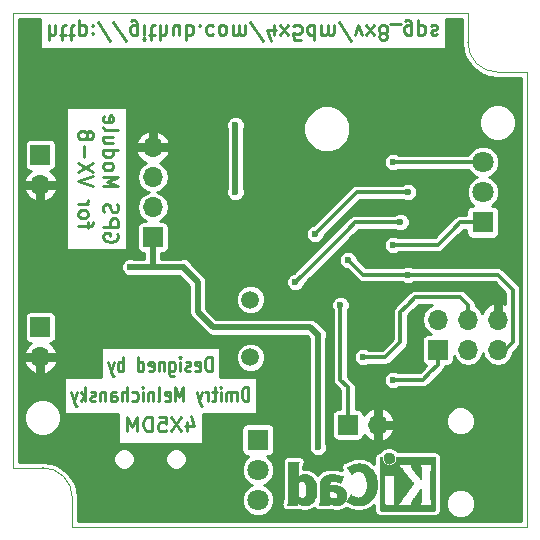
<source format=gbl>
G04 #@! TF.FileFunction,Copper,L2,Bot,Signal*
%FSLAX46Y46*%
G04 Gerber Fmt 4.6, Leading zero omitted, Abs format (unit mm)*
G04 Created by KiCad (PCBNEW 4.0.6) date 04/17/17 12:50:54*
%MOMM*%
%LPD*%
G01*
G04 APERTURE LIST*
%ADD10C,0.100000*%
%ADD11C,0.250000*%
%ADD12C,0.050000*%
%ADD13C,0.010000*%
%ADD14R,1.700000X1.700000*%
%ADD15O,1.700000X1.700000*%
%ADD16R,1.800000X1.800000*%
%ADD17C,1.800000*%
%ADD18C,1.500000*%
%ADD19C,0.600000*%
%ADD20C,0.500000*%
%ADD21C,0.350000*%
%ADD22C,0.300000*%
%ADD23C,0.254000*%
G04 APERTURE END LIST*
D10*
D11*
X128793334Y-105340476D02*
X128793334Y-104090476D01*
X128555239Y-104090476D01*
X128412381Y-104150000D01*
X128317143Y-104269048D01*
X128269524Y-104388095D01*
X128221905Y-104626190D01*
X128221905Y-104804762D01*
X128269524Y-105042857D01*
X128317143Y-105161905D01*
X128412381Y-105280952D01*
X128555239Y-105340476D01*
X128793334Y-105340476D01*
X127412381Y-105280952D02*
X127507619Y-105340476D01*
X127698096Y-105340476D01*
X127793334Y-105280952D01*
X127840953Y-105161905D01*
X127840953Y-104685714D01*
X127793334Y-104566667D01*
X127698096Y-104507143D01*
X127507619Y-104507143D01*
X127412381Y-104566667D01*
X127364762Y-104685714D01*
X127364762Y-104804762D01*
X127840953Y-104923810D01*
X126983810Y-105280952D02*
X126888572Y-105340476D01*
X126698096Y-105340476D01*
X126602857Y-105280952D01*
X126555238Y-105161905D01*
X126555238Y-105102381D01*
X126602857Y-104983333D01*
X126698096Y-104923810D01*
X126840953Y-104923810D01*
X126936191Y-104864286D01*
X126983810Y-104745238D01*
X126983810Y-104685714D01*
X126936191Y-104566667D01*
X126840953Y-104507143D01*
X126698096Y-104507143D01*
X126602857Y-104566667D01*
X126126667Y-105340476D02*
X126126667Y-104507143D01*
X126126667Y-104090476D02*
X126174286Y-104150000D01*
X126126667Y-104209524D01*
X126079048Y-104150000D01*
X126126667Y-104090476D01*
X126126667Y-104209524D01*
X125221905Y-104507143D02*
X125221905Y-105519048D01*
X125269524Y-105638095D01*
X125317143Y-105697619D01*
X125412382Y-105757143D01*
X125555239Y-105757143D01*
X125650477Y-105697619D01*
X125221905Y-105280952D02*
X125317143Y-105340476D01*
X125507620Y-105340476D01*
X125602858Y-105280952D01*
X125650477Y-105221429D01*
X125698096Y-105102381D01*
X125698096Y-104745238D01*
X125650477Y-104626190D01*
X125602858Y-104566667D01*
X125507620Y-104507143D01*
X125317143Y-104507143D01*
X125221905Y-104566667D01*
X124745715Y-104507143D02*
X124745715Y-105340476D01*
X124745715Y-104626190D02*
X124698096Y-104566667D01*
X124602858Y-104507143D01*
X124460000Y-104507143D01*
X124364762Y-104566667D01*
X124317143Y-104685714D01*
X124317143Y-105340476D01*
X123460000Y-105280952D02*
X123555238Y-105340476D01*
X123745715Y-105340476D01*
X123840953Y-105280952D01*
X123888572Y-105161905D01*
X123888572Y-104685714D01*
X123840953Y-104566667D01*
X123745715Y-104507143D01*
X123555238Y-104507143D01*
X123460000Y-104566667D01*
X123412381Y-104685714D01*
X123412381Y-104804762D01*
X123888572Y-104923810D01*
X122555238Y-105340476D02*
X122555238Y-104090476D01*
X122555238Y-105280952D02*
X122650476Y-105340476D01*
X122840953Y-105340476D01*
X122936191Y-105280952D01*
X122983810Y-105221429D01*
X123031429Y-105102381D01*
X123031429Y-104745238D01*
X122983810Y-104626190D01*
X122936191Y-104566667D01*
X122840953Y-104507143D01*
X122650476Y-104507143D01*
X122555238Y-104566667D01*
X121317143Y-105340476D02*
X121317143Y-104090476D01*
X121317143Y-104566667D02*
X121221905Y-104507143D01*
X121031428Y-104507143D01*
X120936190Y-104566667D01*
X120888571Y-104626190D01*
X120840952Y-104745238D01*
X120840952Y-105102381D01*
X120888571Y-105221429D01*
X120936190Y-105280952D01*
X121031428Y-105340476D01*
X121221905Y-105340476D01*
X121317143Y-105280952D01*
X120507619Y-104507143D02*
X120269524Y-105340476D01*
X120031428Y-104507143D02*
X120269524Y-105340476D01*
X120364762Y-105638095D01*
X120412381Y-105697619D01*
X120507619Y-105757143D01*
X131912382Y-107880476D02*
X131912382Y-106630476D01*
X131674287Y-106630476D01*
X131531429Y-106690000D01*
X131436191Y-106809048D01*
X131388572Y-106928095D01*
X131340953Y-107166190D01*
X131340953Y-107344762D01*
X131388572Y-107582857D01*
X131436191Y-107701905D01*
X131531429Y-107820952D01*
X131674287Y-107880476D01*
X131912382Y-107880476D01*
X130912382Y-107880476D02*
X130912382Y-107047143D01*
X130912382Y-107166190D02*
X130864763Y-107106667D01*
X130769525Y-107047143D01*
X130626667Y-107047143D01*
X130531429Y-107106667D01*
X130483810Y-107225714D01*
X130483810Y-107880476D01*
X130483810Y-107225714D02*
X130436191Y-107106667D01*
X130340953Y-107047143D01*
X130198096Y-107047143D01*
X130102858Y-107106667D01*
X130055239Y-107225714D01*
X130055239Y-107880476D01*
X129579049Y-107880476D02*
X129579049Y-107047143D01*
X129579049Y-106630476D02*
X129626668Y-106690000D01*
X129579049Y-106749524D01*
X129531430Y-106690000D01*
X129579049Y-106630476D01*
X129579049Y-106749524D01*
X129245716Y-107047143D02*
X128864764Y-107047143D01*
X129102859Y-106630476D02*
X129102859Y-107701905D01*
X129055240Y-107820952D01*
X128960002Y-107880476D01*
X128864764Y-107880476D01*
X128531430Y-107880476D02*
X128531430Y-107047143D01*
X128531430Y-107285238D02*
X128483811Y-107166190D01*
X128436192Y-107106667D01*
X128340954Y-107047143D01*
X128245715Y-107047143D01*
X128007620Y-107047143D02*
X127769525Y-107880476D01*
X127531429Y-107047143D02*
X127769525Y-107880476D01*
X127864763Y-108178095D01*
X127912382Y-108237619D01*
X128007620Y-108297143D01*
X126388572Y-107880476D02*
X126388572Y-106630476D01*
X126055238Y-107523333D01*
X125721905Y-106630476D01*
X125721905Y-107880476D01*
X124864762Y-107820952D02*
X124960000Y-107880476D01*
X125150477Y-107880476D01*
X125245715Y-107820952D01*
X125293334Y-107701905D01*
X125293334Y-107225714D01*
X125245715Y-107106667D01*
X125150477Y-107047143D01*
X124960000Y-107047143D01*
X124864762Y-107106667D01*
X124817143Y-107225714D01*
X124817143Y-107344762D01*
X125293334Y-107463810D01*
X124245715Y-107880476D02*
X124340953Y-107820952D01*
X124388572Y-107701905D01*
X124388572Y-106630476D01*
X123864762Y-107047143D02*
X123864762Y-107880476D01*
X123864762Y-107166190D02*
X123817143Y-107106667D01*
X123721905Y-107047143D01*
X123579047Y-107047143D01*
X123483809Y-107106667D01*
X123436190Y-107225714D01*
X123436190Y-107880476D01*
X122960000Y-107880476D02*
X122960000Y-107047143D01*
X122960000Y-106630476D02*
X123007619Y-106690000D01*
X122960000Y-106749524D01*
X122912381Y-106690000D01*
X122960000Y-106630476D01*
X122960000Y-106749524D01*
X122055238Y-107820952D02*
X122150476Y-107880476D01*
X122340953Y-107880476D01*
X122436191Y-107820952D01*
X122483810Y-107761429D01*
X122531429Y-107642381D01*
X122531429Y-107285238D01*
X122483810Y-107166190D01*
X122436191Y-107106667D01*
X122340953Y-107047143D01*
X122150476Y-107047143D01*
X122055238Y-107106667D01*
X121626667Y-107880476D02*
X121626667Y-106630476D01*
X121198095Y-107880476D02*
X121198095Y-107225714D01*
X121245714Y-107106667D01*
X121340952Y-107047143D01*
X121483810Y-107047143D01*
X121579048Y-107106667D01*
X121626667Y-107166190D01*
X120293333Y-107880476D02*
X120293333Y-107225714D01*
X120340952Y-107106667D01*
X120436190Y-107047143D01*
X120626667Y-107047143D01*
X120721905Y-107106667D01*
X120293333Y-107820952D02*
X120388571Y-107880476D01*
X120626667Y-107880476D01*
X120721905Y-107820952D01*
X120769524Y-107701905D01*
X120769524Y-107582857D01*
X120721905Y-107463810D01*
X120626667Y-107404286D01*
X120388571Y-107404286D01*
X120293333Y-107344762D01*
X119817143Y-107047143D02*
X119817143Y-107880476D01*
X119817143Y-107166190D02*
X119769524Y-107106667D01*
X119674286Y-107047143D01*
X119531428Y-107047143D01*
X119436190Y-107106667D01*
X119388571Y-107225714D01*
X119388571Y-107880476D01*
X118960000Y-107820952D02*
X118864762Y-107880476D01*
X118674286Y-107880476D01*
X118579047Y-107820952D01*
X118531428Y-107701905D01*
X118531428Y-107642381D01*
X118579047Y-107523333D01*
X118674286Y-107463810D01*
X118817143Y-107463810D01*
X118912381Y-107404286D01*
X118960000Y-107285238D01*
X118960000Y-107225714D01*
X118912381Y-107106667D01*
X118817143Y-107047143D01*
X118674286Y-107047143D01*
X118579047Y-107106667D01*
X118102857Y-107880476D02*
X118102857Y-106630476D01*
X118007619Y-107404286D02*
X117721904Y-107880476D01*
X117721904Y-107047143D02*
X118102857Y-107523333D01*
X117388571Y-107047143D02*
X117150476Y-107880476D01*
X116912380Y-107047143D02*
X117150476Y-107880476D01*
X117245714Y-108178095D01*
X117293333Y-108237619D01*
X117388571Y-108297143D01*
X120813500Y-93669856D02*
X120873024Y-93788904D01*
X120873024Y-93967475D01*
X120813500Y-94146047D01*
X120694452Y-94265094D01*
X120575405Y-94324618D01*
X120337310Y-94384142D01*
X120158738Y-94384142D01*
X119920643Y-94324618D01*
X119801595Y-94265094D01*
X119682548Y-94146047D01*
X119623024Y-93967475D01*
X119623024Y-93848427D01*
X119682548Y-93669856D01*
X119742071Y-93610332D01*
X120158738Y-93610332D01*
X120158738Y-93848427D01*
X119623024Y-93074618D02*
X120873024Y-93074618D01*
X120873024Y-92598427D01*
X120813500Y-92479380D01*
X120753976Y-92419856D01*
X120634929Y-92360332D01*
X120456357Y-92360332D01*
X120337310Y-92419856D01*
X120277786Y-92479380D01*
X120218262Y-92598427D01*
X120218262Y-93074618D01*
X119682548Y-91884142D02*
X119623024Y-91705570D01*
X119623024Y-91407951D01*
X119682548Y-91288904D01*
X119742071Y-91229380D01*
X119861119Y-91169856D01*
X119980167Y-91169856D01*
X120099214Y-91229380D01*
X120158738Y-91288904D01*
X120218262Y-91407951D01*
X120277786Y-91646047D01*
X120337310Y-91765094D01*
X120396833Y-91824618D01*
X120515881Y-91884142D01*
X120634929Y-91884142D01*
X120753976Y-91824618D01*
X120813500Y-91765094D01*
X120873024Y-91646047D01*
X120873024Y-91348427D01*
X120813500Y-91169856D01*
X119623024Y-89681761D02*
X120873024Y-89681761D01*
X119980167Y-89265094D01*
X120873024Y-88848428D01*
X119623024Y-88848428D01*
X119623024Y-88074619D02*
X119682548Y-88193666D01*
X119742071Y-88253190D01*
X119861119Y-88312714D01*
X120218262Y-88312714D01*
X120337310Y-88253190D01*
X120396833Y-88193666D01*
X120456357Y-88074619D01*
X120456357Y-87896047D01*
X120396833Y-87776999D01*
X120337310Y-87717476D01*
X120218262Y-87657952D01*
X119861119Y-87657952D01*
X119742071Y-87717476D01*
X119682548Y-87776999D01*
X119623024Y-87896047D01*
X119623024Y-88074619D01*
X119623024Y-86586524D02*
X120873024Y-86586524D01*
X119682548Y-86586524D02*
X119623024Y-86705571D01*
X119623024Y-86943667D01*
X119682548Y-87062714D01*
X119742071Y-87122238D01*
X119861119Y-87181762D01*
X120218262Y-87181762D01*
X120337310Y-87122238D01*
X120396833Y-87062714D01*
X120456357Y-86943667D01*
X120456357Y-86705571D01*
X120396833Y-86586524D01*
X120456357Y-85455572D02*
X119623024Y-85455572D01*
X120456357Y-85991286D02*
X119801595Y-85991286D01*
X119682548Y-85931762D01*
X119623024Y-85812715D01*
X119623024Y-85634143D01*
X119682548Y-85515095D01*
X119742071Y-85455572D01*
X119623024Y-84681763D02*
X119682548Y-84800810D01*
X119801595Y-84860334D01*
X120873024Y-84860334D01*
X119682548Y-83729381D02*
X119623024Y-83848429D01*
X119623024Y-84086524D01*
X119682548Y-84205572D01*
X119801595Y-84265096D01*
X120277786Y-84265096D01*
X120396833Y-84205572D01*
X120456357Y-84086524D01*
X120456357Y-83848429D01*
X120396833Y-83729381D01*
X120277786Y-83669858D01*
X120158738Y-83669858D01*
X120039690Y-84265096D01*
X118331357Y-93193666D02*
X118331357Y-92717476D01*
X117498024Y-93015095D02*
X118569452Y-93015095D01*
X118688500Y-92955571D01*
X118748024Y-92836524D01*
X118748024Y-92717476D01*
X117498024Y-92122238D02*
X117557548Y-92241285D01*
X117617071Y-92300809D01*
X117736119Y-92360333D01*
X118093262Y-92360333D01*
X118212310Y-92300809D01*
X118271833Y-92241285D01*
X118331357Y-92122238D01*
X118331357Y-91943666D01*
X118271833Y-91824618D01*
X118212310Y-91765095D01*
X118093262Y-91705571D01*
X117736119Y-91705571D01*
X117617071Y-91765095D01*
X117557548Y-91824618D01*
X117498024Y-91943666D01*
X117498024Y-92122238D01*
X117498024Y-91169857D02*
X118331357Y-91169857D01*
X118093262Y-91169857D02*
X118212310Y-91110333D01*
X118271833Y-91050809D01*
X118331357Y-90931762D01*
X118331357Y-90812714D01*
X118748024Y-89622237D02*
X117498024Y-89205571D01*
X118748024Y-88788904D01*
X118748024Y-88491285D02*
X117498024Y-87657951D01*
X118748024Y-87657951D02*
X117498024Y-88491285D01*
X117974214Y-87181761D02*
X117974214Y-86229380D01*
X118212310Y-85455571D02*
X118271833Y-85574618D01*
X118331357Y-85634142D01*
X118450405Y-85693666D01*
X118509929Y-85693666D01*
X118628976Y-85634142D01*
X118688500Y-85574618D01*
X118748024Y-85455571D01*
X118748024Y-85217475D01*
X118688500Y-85098428D01*
X118628976Y-85038904D01*
X118509929Y-84979380D01*
X118450405Y-84979380D01*
X118331357Y-85038904D01*
X118271833Y-85098428D01*
X118212310Y-85217475D01*
X118212310Y-85455571D01*
X118152786Y-85574618D01*
X118093262Y-85634142D01*
X117974214Y-85693666D01*
X117736119Y-85693666D01*
X117617071Y-85634142D01*
X117557548Y-85574618D01*
X117498024Y-85455571D01*
X117498024Y-85217475D01*
X117557548Y-85098428D01*
X117617071Y-85038904D01*
X117736119Y-84979380D01*
X117974214Y-84979380D01*
X118093262Y-85038904D01*
X118152786Y-85098428D01*
X118212310Y-85217475D01*
X126751666Y-109587143D02*
X126751666Y-110420476D01*
X127049285Y-109110952D02*
X127346904Y-110003810D01*
X126573094Y-110003810D01*
X126215952Y-109170476D02*
X125382618Y-110420476D01*
X125382618Y-109170476D02*
X126215952Y-110420476D01*
X124311190Y-109170476D02*
X124906428Y-109170476D01*
X124965952Y-109765714D01*
X124906428Y-109706190D01*
X124787380Y-109646667D01*
X124489761Y-109646667D01*
X124370714Y-109706190D01*
X124311190Y-109765714D01*
X124251666Y-109884762D01*
X124251666Y-110182381D01*
X124311190Y-110301429D01*
X124370714Y-110360952D01*
X124489761Y-110420476D01*
X124787380Y-110420476D01*
X124906428Y-110360952D01*
X124965952Y-110301429D01*
X123715952Y-110420476D02*
X123715952Y-109170476D01*
X123418333Y-109170476D01*
X123239761Y-109230000D01*
X123120714Y-109349048D01*
X123061190Y-109468095D01*
X123001666Y-109706190D01*
X123001666Y-109884762D01*
X123061190Y-110122857D01*
X123120714Y-110241905D01*
X123239761Y-110360952D01*
X123418333Y-110420476D01*
X123715952Y-110420476D01*
X122465952Y-110420476D02*
X122465952Y-109170476D01*
X122049285Y-110063333D01*
X121632619Y-109170476D01*
X121632619Y-110420476D01*
X115046191Y-76015524D02*
X115046191Y-77265524D01*
X115581905Y-76015524D02*
X115581905Y-76670286D01*
X115522382Y-76789333D01*
X115403334Y-76848857D01*
X115224762Y-76848857D01*
X115105715Y-76789333D01*
X115046191Y-76729810D01*
X115998572Y-76848857D02*
X116474762Y-76848857D01*
X116177143Y-77265524D02*
X116177143Y-76194095D01*
X116236667Y-76075048D01*
X116355714Y-76015524D01*
X116474762Y-76015524D01*
X116712858Y-76848857D02*
X117189048Y-76848857D01*
X116891429Y-77265524D02*
X116891429Y-76194095D01*
X116950953Y-76075048D01*
X117070000Y-76015524D01*
X117189048Y-76015524D01*
X117605715Y-76848857D02*
X117605715Y-75598857D01*
X117605715Y-76789333D02*
X117724763Y-76848857D01*
X117962858Y-76848857D01*
X118081906Y-76789333D01*
X118141429Y-76729810D01*
X118200953Y-76610762D01*
X118200953Y-76253619D01*
X118141429Y-76134571D01*
X118081906Y-76075048D01*
X117962858Y-76015524D01*
X117724763Y-76015524D01*
X117605715Y-76075048D01*
X118736667Y-76134571D02*
X118796191Y-76075048D01*
X118736667Y-76015524D01*
X118677143Y-76075048D01*
X118736667Y-76134571D01*
X118736667Y-76015524D01*
X118736667Y-76789333D02*
X118796191Y-76729810D01*
X118736667Y-76670286D01*
X118677143Y-76729810D01*
X118736667Y-76789333D01*
X118736667Y-76670286D01*
X120224762Y-77325048D02*
X119153334Y-75717905D01*
X121534286Y-77325048D02*
X120462858Y-75717905D01*
X122486667Y-76848857D02*
X122486667Y-75836952D01*
X122427144Y-75717905D01*
X122367620Y-75658381D01*
X122248572Y-75598857D01*
X122070001Y-75598857D01*
X121950953Y-75658381D01*
X122486667Y-76075048D02*
X122367620Y-76015524D01*
X122129524Y-76015524D01*
X122010477Y-76075048D01*
X121950953Y-76134571D01*
X121891429Y-76253619D01*
X121891429Y-76610762D01*
X121950953Y-76729810D01*
X122010477Y-76789333D01*
X122129524Y-76848857D01*
X122367620Y-76848857D01*
X122486667Y-76789333D01*
X123081905Y-76015524D02*
X123081905Y-76848857D01*
X123081905Y-77265524D02*
X123022381Y-77206000D01*
X123081905Y-77146476D01*
X123141429Y-77206000D01*
X123081905Y-77265524D01*
X123081905Y-77146476D01*
X123498572Y-76848857D02*
X123974762Y-76848857D01*
X123677143Y-77265524D02*
X123677143Y-76194095D01*
X123736667Y-76075048D01*
X123855714Y-76015524D01*
X123974762Y-76015524D01*
X124391429Y-76015524D02*
X124391429Y-77265524D01*
X124927143Y-76015524D02*
X124927143Y-76670286D01*
X124867620Y-76789333D01*
X124748572Y-76848857D01*
X124570000Y-76848857D01*
X124450953Y-76789333D01*
X124391429Y-76729810D01*
X126058095Y-76848857D02*
X126058095Y-76015524D01*
X125522381Y-76848857D02*
X125522381Y-76194095D01*
X125581905Y-76075048D01*
X125700952Y-76015524D01*
X125879524Y-76015524D01*
X125998572Y-76075048D01*
X126058095Y-76134571D01*
X126653333Y-76015524D02*
X126653333Y-77265524D01*
X126653333Y-76789333D02*
X126772381Y-76848857D01*
X127010476Y-76848857D01*
X127129524Y-76789333D01*
X127189047Y-76729810D01*
X127248571Y-76610762D01*
X127248571Y-76253619D01*
X127189047Y-76134571D01*
X127129524Y-76075048D01*
X127010476Y-76015524D01*
X126772381Y-76015524D01*
X126653333Y-76075048D01*
X127784285Y-76134571D02*
X127843809Y-76075048D01*
X127784285Y-76015524D01*
X127724761Y-76075048D01*
X127784285Y-76134571D01*
X127784285Y-76015524D01*
X128915237Y-76075048D02*
X128796190Y-76015524D01*
X128558094Y-76015524D01*
X128439047Y-76075048D01*
X128379523Y-76134571D01*
X128319999Y-76253619D01*
X128319999Y-76610762D01*
X128379523Y-76729810D01*
X128439047Y-76789333D01*
X128558094Y-76848857D01*
X128796190Y-76848857D01*
X128915237Y-76789333D01*
X129629523Y-76015524D02*
X129510476Y-76075048D01*
X129450952Y-76134571D01*
X129391428Y-76253619D01*
X129391428Y-76610762D01*
X129450952Y-76729810D01*
X129510476Y-76789333D01*
X129629523Y-76848857D01*
X129808095Y-76848857D01*
X129927143Y-76789333D01*
X129986666Y-76729810D01*
X130046190Y-76610762D01*
X130046190Y-76253619D01*
X129986666Y-76134571D01*
X129927143Y-76075048D01*
X129808095Y-76015524D01*
X129629523Y-76015524D01*
X130581904Y-76015524D02*
X130581904Y-76848857D01*
X130581904Y-76729810D02*
X130641428Y-76789333D01*
X130760475Y-76848857D01*
X130939047Y-76848857D01*
X131058095Y-76789333D01*
X131117618Y-76670286D01*
X131117618Y-76015524D01*
X131117618Y-76670286D02*
X131177142Y-76789333D01*
X131296190Y-76848857D01*
X131474761Y-76848857D01*
X131593809Y-76789333D01*
X131653333Y-76670286D01*
X131653333Y-76015524D01*
X133141428Y-77325048D02*
X132070000Y-75717905D01*
X134093809Y-76848857D02*
X134093809Y-76015524D01*
X133796190Y-77325048D02*
X133498571Y-76432190D01*
X134272381Y-76432190D01*
X134629523Y-76015524D02*
X135284285Y-76848857D01*
X134629523Y-76848857D02*
X135284285Y-76015524D01*
X136355714Y-77265524D02*
X135760476Y-77265524D01*
X135700952Y-76670286D01*
X135760476Y-76729810D01*
X135879524Y-76789333D01*
X136177143Y-76789333D01*
X136296190Y-76729810D01*
X136355714Y-76670286D01*
X136415238Y-76551238D01*
X136415238Y-76253619D01*
X136355714Y-76134571D01*
X136296190Y-76075048D01*
X136177143Y-76015524D01*
X135879524Y-76015524D01*
X135760476Y-76075048D01*
X135700952Y-76134571D01*
X137486666Y-76015524D02*
X137486666Y-77265524D01*
X137486666Y-76075048D02*
X137367619Y-76015524D01*
X137129523Y-76015524D01*
X137010476Y-76075048D01*
X136950952Y-76134571D01*
X136891428Y-76253619D01*
X136891428Y-76610762D01*
X136950952Y-76729810D01*
X137010476Y-76789333D01*
X137129523Y-76848857D01*
X137367619Y-76848857D01*
X137486666Y-76789333D01*
X138081904Y-76015524D02*
X138081904Y-76848857D01*
X138081904Y-76729810D02*
X138141428Y-76789333D01*
X138260475Y-76848857D01*
X138439047Y-76848857D01*
X138558095Y-76789333D01*
X138617618Y-76670286D01*
X138617618Y-76015524D01*
X138617618Y-76670286D02*
X138677142Y-76789333D01*
X138796190Y-76848857D01*
X138974761Y-76848857D01*
X139093809Y-76789333D01*
X139153333Y-76670286D01*
X139153333Y-76015524D01*
X140641428Y-77325048D02*
X139570000Y-75717905D01*
X140939047Y-76848857D02*
X141236666Y-76015524D01*
X141534286Y-76848857D01*
X141891428Y-76015524D02*
X142546190Y-76848857D01*
X141891428Y-76848857D02*
X142546190Y-76015524D01*
X143200952Y-76729810D02*
X143081905Y-76789333D01*
X143022381Y-76848857D01*
X142962857Y-76967905D01*
X142962857Y-77027429D01*
X143022381Y-77146476D01*
X143081905Y-77206000D01*
X143200952Y-77265524D01*
X143439048Y-77265524D01*
X143558095Y-77206000D01*
X143617619Y-77146476D01*
X143677143Y-77027429D01*
X143677143Y-76967905D01*
X143617619Y-76848857D01*
X143558095Y-76789333D01*
X143439048Y-76729810D01*
X143200952Y-76729810D01*
X143081905Y-76670286D01*
X143022381Y-76610762D01*
X142962857Y-76491714D01*
X142962857Y-76253619D01*
X143022381Y-76134571D01*
X143081905Y-76075048D01*
X143200952Y-76015524D01*
X143439048Y-76015524D01*
X143558095Y-76075048D01*
X143617619Y-76134571D01*
X143677143Y-76253619D01*
X143677143Y-76491714D01*
X143617619Y-76610762D01*
X143558095Y-76670286D01*
X143439048Y-76729810D01*
X143915238Y-75896476D02*
X144867619Y-75896476D01*
X145700952Y-76848857D02*
X145700952Y-75836952D01*
X145641429Y-75717905D01*
X145581905Y-75658381D01*
X145462857Y-75598857D01*
X145284286Y-75598857D01*
X145165238Y-75658381D01*
X145700952Y-76075048D02*
X145581905Y-76015524D01*
X145343809Y-76015524D01*
X145224762Y-76075048D01*
X145165238Y-76134571D01*
X145105714Y-76253619D01*
X145105714Y-76610762D01*
X145165238Y-76729810D01*
X145224762Y-76789333D01*
X145343809Y-76848857D01*
X145581905Y-76848857D01*
X145700952Y-76789333D01*
X146296190Y-76848857D02*
X146296190Y-75598857D01*
X146296190Y-76789333D02*
X146415238Y-76848857D01*
X146653333Y-76848857D01*
X146772381Y-76789333D01*
X146831904Y-76729810D01*
X146891428Y-76610762D01*
X146891428Y-76253619D01*
X146831904Y-76134571D01*
X146772381Y-76075048D01*
X146653333Y-76015524D01*
X146415238Y-76015524D01*
X146296190Y-76075048D01*
X147367618Y-76075048D02*
X147486666Y-76015524D01*
X147724761Y-76015524D01*
X147843809Y-76075048D01*
X147903333Y-76194095D01*
X147903333Y-76253619D01*
X147843809Y-76372667D01*
X147724761Y-76432190D01*
X147546190Y-76432190D01*
X147427142Y-76491714D01*
X147367618Y-76610762D01*
X147367618Y-76670286D01*
X147427142Y-76789333D01*
X147546190Y-76848857D01*
X147724761Y-76848857D01*
X147843809Y-76789333D01*
D12*
X117000000Y-116000000D02*
X117000000Y-118500000D01*
X114500000Y-113500000D02*
X112000000Y-113500000D01*
X117000000Y-116000000D02*
G75*
G03X114500000Y-113500000I-2500000J0D01*
G01*
X150500000Y-77500000D02*
G75*
G03X153000000Y-80000000I2500000J0D01*
G01*
X153000000Y-80000000D02*
X155500000Y-80000000D01*
X150500000Y-75000000D02*
X150500000Y-77500000D01*
X112000000Y-75000000D02*
X150500000Y-75000000D01*
X112000000Y-113500000D02*
X112000000Y-75000000D01*
X155500000Y-118500000D02*
X117000000Y-118500000D01*
X155500000Y-80000000D02*
X155500000Y-118500000D01*
D13*
G36*
X144424400Y-112678054D02*
X144413535Y-112791993D01*
X144381918Y-112899616D01*
X144331015Y-112998615D01*
X144262293Y-113086684D01*
X144177219Y-113161516D01*
X144080232Y-113219384D01*
X143973964Y-113259005D01*
X143866950Y-113277573D01*
X143761300Y-113276434D01*
X143659125Y-113256930D01*
X143562534Y-113220406D01*
X143473638Y-113168205D01*
X143394546Y-113101673D01*
X143327369Y-113022152D01*
X143274217Y-112930987D01*
X143237199Y-112829523D01*
X143218427Y-112719102D01*
X143216489Y-112669206D01*
X143216489Y-112581267D01*
X143164560Y-112581267D01*
X143128253Y-112584111D01*
X143101355Y-112595911D01*
X143074249Y-112619649D01*
X143035867Y-112658031D01*
X143035867Y-114849602D01*
X143035876Y-115111739D01*
X143035908Y-115352241D01*
X143035972Y-115572048D01*
X143036076Y-115772101D01*
X143036227Y-115953344D01*
X143036434Y-116116716D01*
X143036706Y-116263160D01*
X143037050Y-116393617D01*
X143037474Y-116509029D01*
X143037987Y-116610338D01*
X143038597Y-116698484D01*
X143039312Y-116774410D01*
X143040140Y-116839057D01*
X143041089Y-116893367D01*
X143042167Y-116938280D01*
X143043383Y-116974740D01*
X143044745Y-117003687D01*
X143046261Y-117026063D01*
X143047938Y-117042809D01*
X143049786Y-117054868D01*
X143051813Y-117063180D01*
X143054025Y-117068687D01*
X143055108Y-117070537D01*
X143059271Y-117077549D01*
X143062805Y-117083996D01*
X143066635Y-117089900D01*
X143071682Y-117095286D01*
X143078871Y-117100178D01*
X143089123Y-117104598D01*
X143103364Y-117108572D01*
X143122514Y-117112121D01*
X143147499Y-117115270D01*
X143179240Y-117118042D01*
X143218662Y-117120461D01*
X143266686Y-117122551D01*
X143324237Y-117124335D01*
X143392237Y-117125837D01*
X143471610Y-117127080D01*
X143563279Y-117128089D01*
X143668166Y-117128885D01*
X143787196Y-117129494D01*
X143921290Y-117129939D01*
X144071373Y-117130243D01*
X144238367Y-117130430D01*
X144423196Y-117130524D01*
X144626783Y-117130548D01*
X144850050Y-117130525D01*
X145093922Y-117130480D01*
X145359321Y-117130437D01*
X145397704Y-117130432D01*
X145664682Y-117130389D01*
X145910002Y-117130318D01*
X146134583Y-117130213D01*
X146339345Y-117130066D01*
X146525206Y-117129869D01*
X146693088Y-117129616D01*
X146843908Y-117129300D01*
X146978587Y-117128913D01*
X147098044Y-117128447D01*
X147203199Y-117127897D01*
X147294971Y-117127253D01*
X147374279Y-117126511D01*
X147442043Y-117125661D01*
X147499182Y-117124697D01*
X147546617Y-117123611D01*
X147585266Y-117122397D01*
X147616049Y-117121047D01*
X147639885Y-117119555D01*
X147657694Y-117117911D01*
X147670395Y-117116111D01*
X147678908Y-117114145D01*
X147683266Y-117112477D01*
X147691728Y-117108906D01*
X147699497Y-117106270D01*
X147706602Y-117103634D01*
X147713073Y-117100062D01*
X147718939Y-117094621D01*
X147724229Y-117086375D01*
X147728974Y-117074390D01*
X147733202Y-117057731D01*
X147736943Y-117035463D01*
X147740227Y-117006652D01*
X147743083Y-116970363D01*
X147745540Y-116925661D01*
X147747629Y-116871611D01*
X147749378Y-116807279D01*
X147750817Y-116731730D01*
X147751976Y-116644030D01*
X147752883Y-116543243D01*
X147753569Y-116428434D01*
X147754063Y-116298670D01*
X147754395Y-116153015D01*
X147754593Y-115990535D01*
X147754687Y-115810295D01*
X147754708Y-115611360D01*
X147754685Y-115392796D01*
X147754646Y-115153668D01*
X147754622Y-114893040D01*
X147754622Y-114850889D01*
X147754636Y-114587992D01*
X147754661Y-114346732D01*
X147754671Y-114126165D01*
X147754642Y-113925352D01*
X147754548Y-113743349D01*
X147754362Y-113579216D01*
X147754059Y-113432011D01*
X147753614Y-113300792D01*
X147753034Y-113190867D01*
X147450197Y-113190867D01*
X147410407Y-113248711D01*
X147399236Y-113264479D01*
X147389166Y-113278441D01*
X147380138Y-113291784D01*
X147372097Y-113305693D01*
X147364986Y-113321356D01*
X147358747Y-113339958D01*
X147353325Y-113362686D01*
X147348662Y-113390727D01*
X147344701Y-113425267D01*
X147341385Y-113467492D01*
X147338659Y-113518589D01*
X147336464Y-113579744D01*
X147334745Y-113652144D01*
X147333444Y-113736975D01*
X147332505Y-113835422D01*
X147331870Y-113948674D01*
X147331484Y-114077916D01*
X147331288Y-114224334D01*
X147331227Y-114389116D01*
X147331243Y-114573447D01*
X147331280Y-114778513D01*
X147331289Y-114901133D01*
X147331265Y-115118082D01*
X147331231Y-115313642D01*
X147331243Y-115488999D01*
X147331358Y-115645341D01*
X147331630Y-115783857D01*
X147332118Y-115905734D01*
X147332876Y-116012160D01*
X147333962Y-116104322D01*
X147335431Y-116183409D01*
X147337340Y-116250608D01*
X147339744Y-116307107D01*
X147342701Y-116354093D01*
X147346266Y-116392755D01*
X147350495Y-116424280D01*
X147355446Y-116449855D01*
X147361173Y-116470670D01*
X147367733Y-116487911D01*
X147375183Y-116502765D01*
X147383579Y-116516422D01*
X147392976Y-116530069D01*
X147403432Y-116544893D01*
X147409523Y-116553783D01*
X147448296Y-116611400D01*
X146916732Y-116611400D01*
X146793483Y-116611365D01*
X146690987Y-116611215D01*
X146607420Y-116610878D01*
X146540956Y-116610286D01*
X146489771Y-116609367D01*
X146452041Y-116608051D01*
X146425940Y-116606269D01*
X146409644Y-116603951D01*
X146401328Y-116601026D01*
X146399168Y-116597424D01*
X146401339Y-116593075D01*
X146402535Y-116591645D01*
X146427685Y-116554573D01*
X146453583Y-116501772D01*
X146477192Y-116439770D01*
X146485461Y-116413357D01*
X146490078Y-116395416D01*
X146493979Y-116374355D01*
X146497248Y-116348089D01*
X146499966Y-116314532D01*
X146502215Y-116271599D01*
X146504077Y-116217204D01*
X146505636Y-116149262D01*
X146506972Y-116065688D01*
X146508169Y-115964395D01*
X146509308Y-115843300D01*
X146509685Y-115798600D01*
X146510702Y-115673449D01*
X146511460Y-115569082D01*
X146511903Y-115483707D01*
X146511970Y-115415533D01*
X146511605Y-115362765D01*
X146510748Y-115323614D01*
X146509341Y-115296285D01*
X146507325Y-115278986D01*
X146504643Y-115269926D01*
X146501236Y-115267312D01*
X146497044Y-115269351D01*
X146492571Y-115273667D01*
X146482216Y-115286602D01*
X146460158Y-115315676D01*
X146427957Y-115358759D01*
X146387174Y-115413718D01*
X146339370Y-115478423D01*
X146286105Y-115550742D01*
X146228940Y-115628544D01*
X146169437Y-115709698D01*
X146109155Y-115792072D01*
X146049655Y-115873536D01*
X145992498Y-115951957D01*
X145939245Y-116025204D01*
X145891457Y-116091147D01*
X145850693Y-116147654D01*
X145818516Y-116192593D01*
X145796485Y-116223834D01*
X145791917Y-116230466D01*
X145768996Y-116267369D01*
X145742188Y-116315359D01*
X145716789Y-116364897D01*
X145713568Y-116371577D01*
X145691890Y-116419772D01*
X145679304Y-116457334D01*
X145673574Y-116493160D01*
X145672456Y-116535200D01*
X145673090Y-116611400D01*
X144518651Y-116611400D01*
X144609815Y-116517669D01*
X144656612Y-116467775D01*
X144706899Y-116411295D01*
X144752944Y-116357026D01*
X144773369Y-116331673D01*
X144803807Y-116292128D01*
X144843862Y-116238916D01*
X144892361Y-116173667D01*
X144948135Y-116098011D01*
X145010011Y-116013577D01*
X145076819Y-115921994D01*
X145147387Y-115824892D01*
X145220545Y-115723901D01*
X145295121Y-115620650D01*
X145369944Y-115516768D01*
X145443843Y-115413885D01*
X145515646Y-115313631D01*
X145584184Y-115217636D01*
X145648284Y-115127527D01*
X145706775Y-115044936D01*
X145758486Y-114971492D01*
X145802247Y-114908824D01*
X145836885Y-114858561D01*
X145861230Y-114822334D01*
X145874111Y-114801771D01*
X145875869Y-114797668D01*
X145867910Y-114786342D01*
X145847115Y-114759162D01*
X145814847Y-114717829D01*
X145772470Y-114664044D01*
X145721347Y-114599506D01*
X145662841Y-114525918D01*
X145598314Y-114444978D01*
X145529131Y-114358388D01*
X145456653Y-114267848D01*
X145382246Y-114175060D01*
X145322517Y-114100702D01*
X144311511Y-114100702D01*
X144305602Y-114113659D01*
X144291272Y-114135908D01*
X144290225Y-114137391D01*
X144271438Y-114167544D01*
X144251791Y-114204375D01*
X144247892Y-114212511D01*
X144244356Y-114220940D01*
X144241230Y-114231059D01*
X144238486Y-114244260D01*
X144236092Y-114261938D01*
X144234019Y-114285484D01*
X144232235Y-114316293D01*
X144230712Y-114355757D01*
X144229419Y-114405269D01*
X144228326Y-114466223D01*
X144227403Y-114540011D01*
X144226619Y-114628028D01*
X144225945Y-114731665D01*
X144225350Y-114852316D01*
X144224805Y-114991374D01*
X144224279Y-115150232D01*
X144223745Y-115329089D01*
X144223206Y-115514207D01*
X144222772Y-115678145D01*
X144222509Y-115822303D01*
X144222484Y-115948079D01*
X144222765Y-116056871D01*
X144223419Y-116150077D01*
X144224514Y-116229097D01*
X144226118Y-116295328D01*
X144228297Y-116350170D01*
X144231119Y-116395021D01*
X144234651Y-116431278D01*
X144238961Y-116460341D01*
X144244117Y-116483609D01*
X144250185Y-116502479D01*
X144257233Y-116518351D01*
X144265329Y-116532622D01*
X144274540Y-116546691D01*
X144283040Y-116559158D01*
X144300176Y-116585452D01*
X144310322Y-116603037D01*
X144311511Y-116606257D01*
X144300604Y-116607334D01*
X144269411Y-116608335D01*
X144220223Y-116609235D01*
X144155333Y-116610010D01*
X144077030Y-116610637D01*
X143987607Y-116611091D01*
X143889356Y-116611349D01*
X143820445Y-116611400D01*
X143715452Y-116611180D01*
X143618610Y-116610548D01*
X143532107Y-116609549D01*
X143458132Y-116608227D01*
X143398874Y-116606626D01*
X143356520Y-116604791D01*
X143333260Y-116602765D01*
X143329378Y-116601493D01*
X143337076Y-116586591D01*
X143345074Y-116578560D01*
X143358246Y-116561434D01*
X143375485Y-116531183D01*
X143387407Y-116506622D01*
X143414045Y-116447711D01*
X143417120Y-115270845D01*
X143420195Y-114093978D01*
X143865853Y-114093978D01*
X143963670Y-114094142D01*
X144054064Y-114094611D01*
X144134630Y-114095347D01*
X144202962Y-114096316D01*
X144256656Y-114097480D01*
X144293305Y-114098803D01*
X144310504Y-114100249D01*
X144311511Y-114100702D01*
X145322517Y-114100702D01*
X145307270Y-114081722D01*
X145233090Y-113989537D01*
X145161069Y-113900204D01*
X145092569Y-113815424D01*
X145028955Y-113736898D01*
X144971588Y-113666326D01*
X144921833Y-113605409D01*
X144881052Y-113555847D01*
X144863888Y-113535178D01*
X144777596Y-113434516D01*
X144700997Y-113351259D01*
X144632183Y-113283438D01*
X144569248Y-113229089D01*
X144559867Y-113221722D01*
X144520356Y-113191117D01*
X145652116Y-113190867D01*
X145646827Y-113238844D01*
X145650130Y-113296188D01*
X145671661Y-113364463D01*
X145711635Y-113444212D01*
X145756943Y-113516495D01*
X145773161Y-113539140D01*
X145801214Y-113576696D01*
X145839430Y-113627021D01*
X145886137Y-113687973D01*
X145939661Y-113757411D01*
X145998331Y-113833194D01*
X146060475Y-113913180D01*
X146124421Y-113995228D01*
X146188495Y-114077196D01*
X146251027Y-114156943D01*
X146310343Y-114232327D01*
X146364771Y-114301207D01*
X146412639Y-114361442D01*
X146452275Y-114410889D01*
X146482006Y-114447408D01*
X146500161Y-114468858D01*
X146503220Y-114472156D01*
X146506079Y-114464149D01*
X146508293Y-114433855D01*
X146509857Y-114381556D01*
X146510767Y-114307531D01*
X146511020Y-114212063D01*
X146510613Y-114095434D01*
X146509704Y-113975445D01*
X146508382Y-113843333D01*
X146506857Y-113731594D01*
X146504881Y-113638025D01*
X146502206Y-113560419D01*
X146498582Y-113496574D01*
X146493761Y-113444283D01*
X146487494Y-113401344D01*
X146479532Y-113365551D01*
X146469627Y-113334700D01*
X146457531Y-113306586D01*
X146442993Y-113279005D01*
X146428311Y-113253966D01*
X146390314Y-113190867D01*
X147450197Y-113190867D01*
X147753034Y-113190867D01*
X147753001Y-113184617D01*
X147752195Y-113082544D01*
X147751170Y-112993633D01*
X147749900Y-112916941D01*
X147748360Y-112851527D01*
X147746524Y-112796449D01*
X147744367Y-112750765D01*
X147741863Y-112713534D01*
X147738987Y-112683813D01*
X147735713Y-112660662D01*
X147732015Y-112643139D01*
X147727869Y-112630301D01*
X147723247Y-112621208D01*
X147718126Y-112614918D01*
X147712478Y-112610488D01*
X147706279Y-112606978D01*
X147699504Y-112603445D01*
X147693508Y-112599876D01*
X147688275Y-112597300D01*
X147680099Y-112594972D01*
X147667886Y-112592878D01*
X147650541Y-112591007D01*
X147626969Y-112589347D01*
X147596077Y-112587884D01*
X147556768Y-112586608D01*
X147507950Y-112585504D01*
X147448527Y-112584561D01*
X147377404Y-112583767D01*
X147293488Y-112583109D01*
X147195683Y-112582575D01*
X147082894Y-112582153D01*
X146954029Y-112581829D01*
X146807991Y-112581592D01*
X146643686Y-112581430D01*
X146460020Y-112581330D01*
X146255897Y-112581280D01*
X146044753Y-112581267D01*
X144424400Y-112581267D01*
X144424400Y-112678054D01*
X144424400Y-112678054D01*
G37*
X144424400Y-112678054D02*
X144413535Y-112791993D01*
X144381918Y-112899616D01*
X144331015Y-112998615D01*
X144262293Y-113086684D01*
X144177219Y-113161516D01*
X144080232Y-113219384D01*
X143973964Y-113259005D01*
X143866950Y-113277573D01*
X143761300Y-113276434D01*
X143659125Y-113256930D01*
X143562534Y-113220406D01*
X143473638Y-113168205D01*
X143394546Y-113101673D01*
X143327369Y-113022152D01*
X143274217Y-112930987D01*
X143237199Y-112829523D01*
X143218427Y-112719102D01*
X143216489Y-112669206D01*
X143216489Y-112581267D01*
X143164560Y-112581267D01*
X143128253Y-112584111D01*
X143101355Y-112595911D01*
X143074249Y-112619649D01*
X143035867Y-112658031D01*
X143035867Y-114849602D01*
X143035876Y-115111739D01*
X143035908Y-115352241D01*
X143035972Y-115572048D01*
X143036076Y-115772101D01*
X143036227Y-115953344D01*
X143036434Y-116116716D01*
X143036706Y-116263160D01*
X143037050Y-116393617D01*
X143037474Y-116509029D01*
X143037987Y-116610338D01*
X143038597Y-116698484D01*
X143039312Y-116774410D01*
X143040140Y-116839057D01*
X143041089Y-116893367D01*
X143042167Y-116938280D01*
X143043383Y-116974740D01*
X143044745Y-117003687D01*
X143046261Y-117026063D01*
X143047938Y-117042809D01*
X143049786Y-117054868D01*
X143051813Y-117063180D01*
X143054025Y-117068687D01*
X143055108Y-117070537D01*
X143059271Y-117077549D01*
X143062805Y-117083996D01*
X143066635Y-117089900D01*
X143071682Y-117095286D01*
X143078871Y-117100178D01*
X143089123Y-117104598D01*
X143103364Y-117108572D01*
X143122514Y-117112121D01*
X143147499Y-117115270D01*
X143179240Y-117118042D01*
X143218662Y-117120461D01*
X143266686Y-117122551D01*
X143324237Y-117124335D01*
X143392237Y-117125837D01*
X143471610Y-117127080D01*
X143563279Y-117128089D01*
X143668166Y-117128885D01*
X143787196Y-117129494D01*
X143921290Y-117129939D01*
X144071373Y-117130243D01*
X144238367Y-117130430D01*
X144423196Y-117130524D01*
X144626783Y-117130548D01*
X144850050Y-117130525D01*
X145093922Y-117130480D01*
X145359321Y-117130437D01*
X145397704Y-117130432D01*
X145664682Y-117130389D01*
X145910002Y-117130318D01*
X146134583Y-117130213D01*
X146339345Y-117130066D01*
X146525206Y-117129869D01*
X146693088Y-117129616D01*
X146843908Y-117129300D01*
X146978587Y-117128913D01*
X147098044Y-117128447D01*
X147203199Y-117127897D01*
X147294971Y-117127253D01*
X147374279Y-117126511D01*
X147442043Y-117125661D01*
X147499182Y-117124697D01*
X147546617Y-117123611D01*
X147585266Y-117122397D01*
X147616049Y-117121047D01*
X147639885Y-117119555D01*
X147657694Y-117117911D01*
X147670395Y-117116111D01*
X147678908Y-117114145D01*
X147683266Y-117112477D01*
X147691728Y-117108906D01*
X147699497Y-117106270D01*
X147706602Y-117103634D01*
X147713073Y-117100062D01*
X147718939Y-117094621D01*
X147724229Y-117086375D01*
X147728974Y-117074390D01*
X147733202Y-117057731D01*
X147736943Y-117035463D01*
X147740227Y-117006652D01*
X147743083Y-116970363D01*
X147745540Y-116925661D01*
X147747629Y-116871611D01*
X147749378Y-116807279D01*
X147750817Y-116731730D01*
X147751976Y-116644030D01*
X147752883Y-116543243D01*
X147753569Y-116428434D01*
X147754063Y-116298670D01*
X147754395Y-116153015D01*
X147754593Y-115990535D01*
X147754687Y-115810295D01*
X147754708Y-115611360D01*
X147754685Y-115392796D01*
X147754646Y-115153668D01*
X147754622Y-114893040D01*
X147754622Y-114850889D01*
X147754636Y-114587992D01*
X147754661Y-114346732D01*
X147754671Y-114126165D01*
X147754642Y-113925352D01*
X147754548Y-113743349D01*
X147754362Y-113579216D01*
X147754059Y-113432011D01*
X147753614Y-113300792D01*
X147753034Y-113190867D01*
X147450197Y-113190867D01*
X147410407Y-113248711D01*
X147399236Y-113264479D01*
X147389166Y-113278441D01*
X147380138Y-113291784D01*
X147372097Y-113305693D01*
X147364986Y-113321356D01*
X147358747Y-113339958D01*
X147353325Y-113362686D01*
X147348662Y-113390727D01*
X147344701Y-113425267D01*
X147341385Y-113467492D01*
X147338659Y-113518589D01*
X147336464Y-113579744D01*
X147334745Y-113652144D01*
X147333444Y-113736975D01*
X147332505Y-113835422D01*
X147331870Y-113948674D01*
X147331484Y-114077916D01*
X147331288Y-114224334D01*
X147331227Y-114389116D01*
X147331243Y-114573447D01*
X147331280Y-114778513D01*
X147331289Y-114901133D01*
X147331265Y-115118082D01*
X147331231Y-115313642D01*
X147331243Y-115488999D01*
X147331358Y-115645341D01*
X147331630Y-115783857D01*
X147332118Y-115905734D01*
X147332876Y-116012160D01*
X147333962Y-116104322D01*
X147335431Y-116183409D01*
X147337340Y-116250608D01*
X147339744Y-116307107D01*
X147342701Y-116354093D01*
X147346266Y-116392755D01*
X147350495Y-116424280D01*
X147355446Y-116449855D01*
X147361173Y-116470670D01*
X147367733Y-116487911D01*
X147375183Y-116502765D01*
X147383579Y-116516422D01*
X147392976Y-116530069D01*
X147403432Y-116544893D01*
X147409523Y-116553783D01*
X147448296Y-116611400D01*
X146916732Y-116611400D01*
X146793483Y-116611365D01*
X146690987Y-116611215D01*
X146607420Y-116610878D01*
X146540956Y-116610286D01*
X146489771Y-116609367D01*
X146452041Y-116608051D01*
X146425940Y-116606269D01*
X146409644Y-116603951D01*
X146401328Y-116601026D01*
X146399168Y-116597424D01*
X146401339Y-116593075D01*
X146402535Y-116591645D01*
X146427685Y-116554573D01*
X146453583Y-116501772D01*
X146477192Y-116439770D01*
X146485461Y-116413357D01*
X146490078Y-116395416D01*
X146493979Y-116374355D01*
X146497248Y-116348089D01*
X146499966Y-116314532D01*
X146502215Y-116271599D01*
X146504077Y-116217204D01*
X146505636Y-116149262D01*
X146506972Y-116065688D01*
X146508169Y-115964395D01*
X146509308Y-115843300D01*
X146509685Y-115798600D01*
X146510702Y-115673449D01*
X146511460Y-115569082D01*
X146511903Y-115483707D01*
X146511970Y-115415533D01*
X146511605Y-115362765D01*
X146510748Y-115323614D01*
X146509341Y-115296285D01*
X146507325Y-115278986D01*
X146504643Y-115269926D01*
X146501236Y-115267312D01*
X146497044Y-115269351D01*
X146492571Y-115273667D01*
X146482216Y-115286602D01*
X146460158Y-115315676D01*
X146427957Y-115358759D01*
X146387174Y-115413718D01*
X146339370Y-115478423D01*
X146286105Y-115550742D01*
X146228940Y-115628544D01*
X146169437Y-115709698D01*
X146109155Y-115792072D01*
X146049655Y-115873536D01*
X145992498Y-115951957D01*
X145939245Y-116025204D01*
X145891457Y-116091147D01*
X145850693Y-116147654D01*
X145818516Y-116192593D01*
X145796485Y-116223834D01*
X145791917Y-116230466D01*
X145768996Y-116267369D01*
X145742188Y-116315359D01*
X145716789Y-116364897D01*
X145713568Y-116371577D01*
X145691890Y-116419772D01*
X145679304Y-116457334D01*
X145673574Y-116493160D01*
X145672456Y-116535200D01*
X145673090Y-116611400D01*
X144518651Y-116611400D01*
X144609815Y-116517669D01*
X144656612Y-116467775D01*
X144706899Y-116411295D01*
X144752944Y-116357026D01*
X144773369Y-116331673D01*
X144803807Y-116292128D01*
X144843862Y-116238916D01*
X144892361Y-116173667D01*
X144948135Y-116098011D01*
X145010011Y-116013577D01*
X145076819Y-115921994D01*
X145147387Y-115824892D01*
X145220545Y-115723901D01*
X145295121Y-115620650D01*
X145369944Y-115516768D01*
X145443843Y-115413885D01*
X145515646Y-115313631D01*
X145584184Y-115217636D01*
X145648284Y-115127527D01*
X145706775Y-115044936D01*
X145758486Y-114971492D01*
X145802247Y-114908824D01*
X145836885Y-114858561D01*
X145861230Y-114822334D01*
X145874111Y-114801771D01*
X145875869Y-114797668D01*
X145867910Y-114786342D01*
X145847115Y-114759162D01*
X145814847Y-114717829D01*
X145772470Y-114664044D01*
X145721347Y-114599506D01*
X145662841Y-114525918D01*
X145598314Y-114444978D01*
X145529131Y-114358388D01*
X145456653Y-114267848D01*
X145382246Y-114175060D01*
X145322517Y-114100702D01*
X144311511Y-114100702D01*
X144305602Y-114113659D01*
X144291272Y-114135908D01*
X144290225Y-114137391D01*
X144271438Y-114167544D01*
X144251791Y-114204375D01*
X144247892Y-114212511D01*
X144244356Y-114220940D01*
X144241230Y-114231059D01*
X144238486Y-114244260D01*
X144236092Y-114261938D01*
X144234019Y-114285484D01*
X144232235Y-114316293D01*
X144230712Y-114355757D01*
X144229419Y-114405269D01*
X144228326Y-114466223D01*
X144227403Y-114540011D01*
X144226619Y-114628028D01*
X144225945Y-114731665D01*
X144225350Y-114852316D01*
X144224805Y-114991374D01*
X144224279Y-115150232D01*
X144223745Y-115329089D01*
X144223206Y-115514207D01*
X144222772Y-115678145D01*
X144222509Y-115822303D01*
X144222484Y-115948079D01*
X144222765Y-116056871D01*
X144223419Y-116150077D01*
X144224514Y-116229097D01*
X144226118Y-116295328D01*
X144228297Y-116350170D01*
X144231119Y-116395021D01*
X144234651Y-116431278D01*
X144238961Y-116460341D01*
X144244117Y-116483609D01*
X144250185Y-116502479D01*
X144257233Y-116518351D01*
X144265329Y-116532622D01*
X144274540Y-116546691D01*
X144283040Y-116559158D01*
X144300176Y-116585452D01*
X144310322Y-116603037D01*
X144311511Y-116606257D01*
X144300604Y-116607334D01*
X144269411Y-116608335D01*
X144220223Y-116609235D01*
X144155333Y-116610010D01*
X144077030Y-116610637D01*
X143987607Y-116611091D01*
X143889356Y-116611349D01*
X143820445Y-116611400D01*
X143715452Y-116611180D01*
X143618610Y-116610548D01*
X143532107Y-116609549D01*
X143458132Y-116608227D01*
X143398874Y-116606626D01*
X143356520Y-116604791D01*
X143333260Y-116602765D01*
X143329378Y-116601493D01*
X143337076Y-116586591D01*
X143345074Y-116578560D01*
X143358246Y-116561434D01*
X143375485Y-116531183D01*
X143387407Y-116506622D01*
X143414045Y-116447711D01*
X143417120Y-115270845D01*
X143420195Y-114093978D01*
X143865853Y-114093978D01*
X143963670Y-114094142D01*
X144054064Y-114094611D01*
X144134630Y-114095347D01*
X144202962Y-114096316D01*
X144256656Y-114097480D01*
X144293305Y-114098803D01*
X144310504Y-114100249D01*
X144311511Y-114100702D01*
X145322517Y-114100702D01*
X145307270Y-114081722D01*
X145233090Y-113989537D01*
X145161069Y-113900204D01*
X145092569Y-113815424D01*
X145028955Y-113736898D01*
X144971588Y-113666326D01*
X144921833Y-113605409D01*
X144881052Y-113555847D01*
X144863888Y-113535178D01*
X144777596Y-113434516D01*
X144700997Y-113351259D01*
X144632183Y-113283438D01*
X144569248Y-113229089D01*
X144559867Y-113221722D01*
X144520356Y-113191117D01*
X145652116Y-113190867D01*
X145646827Y-113238844D01*
X145650130Y-113296188D01*
X145671661Y-113364463D01*
X145711635Y-113444212D01*
X145756943Y-113516495D01*
X145773161Y-113539140D01*
X145801214Y-113576696D01*
X145839430Y-113627021D01*
X145886137Y-113687973D01*
X145939661Y-113757411D01*
X145998331Y-113833194D01*
X146060475Y-113913180D01*
X146124421Y-113995228D01*
X146188495Y-114077196D01*
X146251027Y-114156943D01*
X146310343Y-114232327D01*
X146364771Y-114301207D01*
X146412639Y-114361442D01*
X146452275Y-114410889D01*
X146482006Y-114447408D01*
X146500161Y-114468858D01*
X146503220Y-114472156D01*
X146506079Y-114464149D01*
X146508293Y-114433855D01*
X146509857Y-114381556D01*
X146510767Y-114307531D01*
X146511020Y-114212063D01*
X146510613Y-114095434D01*
X146509704Y-113975445D01*
X146508382Y-113843333D01*
X146506857Y-113731594D01*
X146504881Y-113638025D01*
X146502206Y-113560419D01*
X146498582Y-113496574D01*
X146493761Y-113444283D01*
X146487494Y-113401344D01*
X146479532Y-113365551D01*
X146469627Y-113334700D01*
X146457531Y-113306586D01*
X146442993Y-113279005D01*
X146428311Y-113253966D01*
X146390314Y-113190867D01*
X147450197Y-113190867D01*
X147753034Y-113190867D01*
X147753001Y-113184617D01*
X147752195Y-113082544D01*
X147751170Y-112993633D01*
X147749900Y-112916941D01*
X147748360Y-112851527D01*
X147746524Y-112796449D01*
X147744367Y-112750765D01*
X147741863Y-112713534D01*
X147738987Y-112683813D01*
X147735713Y-112660662D01*
X147732015Y-112643139D01*
X147727869Y-112630301D01*
X147723247Y-112621208D01*
X147718126Y-112614918D01*
X147712478Y-112610488D01*
X147706279Y-112606978D01*
X147699504Y-112603445D01*
X147693508Y-112599876D01*
X147688275Y-112597300D01*
X147680099Y-112594972D01*
X147667886Y-112592878D01*
X147650541Y-112591007D01*
X147626969Y-112589347D01*
X147596077Y-112587884D01*
X147556768Y-112586608D01*
X147507950Y-112585504D01*
X147448527Y-112584561D01*
X147377404Y-112583767D01*
X147293488Y-112583109D01*
X147195683Y-112582575D01*
X147082894Y-112582153D01*
X146954029Y-112581829D01*
X146807991Y-112581592D01*
X146643686Y-112581430D01*
X146460020Y-112581330D01*
X146255897Y-112581280D01*
X146044753Y-112581267D01*
X144424400Y-112581267D01*
X144424400Y-112678054D01*
G36*
X141149571Y-113138071D02*
X140989430Y-113159245D01*
X140825490Y-113199385D01*
X140655687Y-113258889D01*
X140477957Y-113338154D01*
X140466690Y-113343699D01*
X140408995Y-113371725D01*
X140357448Y-113395802D01*
X140315809Y-113414249D01*
X140287838Y-113425386D01*
X140278267Y-113427933D01*
X140259050Y-113432941D01*
X140254439Y-113437147D01*
X140259542Y-113447580D01*
X140275582Y-113473868D01*
X140300712Y-113513257D01*
X140333086Y-113562991D01*
X140370857Y-113620315D01*
X140412178Y-113682476D01*
X140455202Y-113746718D01*
X140498083Y-113810285D01*
X140538974Y-113870425D01*
X140576029Y-113924380D01*
X140607400Y-113969397D01*
X140631241Y-114002721D01*
X140645706Y-114021597D01*
X140647691Y-114023787D01*
X140657809Y-114019138D01*
X140680150Y-114001962D01*
X140710720Y-113975440D01*
X140726464Y-113960964D01*
X140822953Y-113885682D01*
X140929664Y-113830241D01*
X141045168Y-113795141D01*
X141168038Y-113780880D01*
X141237439Y-113782051D01*
X141358577Y-113799212D01*
X141467795Y-113835094D01*
X141565418Y-113889959D01*
X141651772Y-113964070D01*
X141727185Y-114057688D01*
X141791982Y-114171076D01*
X141829399Y-114257667D01*
X141873252Y-114393366D01*
X141905572Y-114540850D01*
X141926443Y-114696314D01*
X141935949Y-114855956D01*
X141934173Y-115015973D01*
X141921197Y-115172561D01*
X141897106Y-115321918D01*
X141861982Y-115460240D01*
X141815908Y-115583724D01*
X141799627Y-115617978D01*
X141731380Y-115732064D01*
X141650921Y-115828557D01*
X141559430Y-115906670D01*
X141458089Y-115965617D01*
X141348080Y-116004612D01*
X141230585Y-116022868D01*
X141189117Y-116024211D01*
X141067559Y-116013290D01*
X140947122Y-115980474D01*
X140829334Y-115926439D01*
X140715723Y-115851865D01*
X140624315Y-115773539D01*
X140577785Y-115729008D01*
X140396517Y-116026271D01*
X140351420Y-116100433D01*
X140310181Y-116168646D01*
X140274265Y-116228459D01*
X140245134Y-116277420D01*
X140224250Y-116313079D01*
X140213076Y-116332984D01*
X140211625Y-116336079D01*
X140219854Y-116345718D01*
X140245433Y-116362999D01*
X140285127Y-116386283D01*
X140335703Y-116413934D01*
X140393926Y-116444315D01*
X140456563Y-116475790D01*
X140520379Y-116506722D01*
X140582140Y-116535473D01*
X140638612Y-116560408D01*
X140686562Y-116579889D01*
X140710014Y-116588318D01*
X140843779Y-116626133D01*
X140981673Y-116651136D01*
X141129378Y-116664140D01*
X141256167Y-116666468D01*
X141324122Y-116665373D01*
X141389723Y-116663275D01*
X141447153Y-116660434D01*
X141490597Y-116657106D01*
X141504702Y-116655422D01*
X141643716Y-116626587D01*
X141785243Y-116581468D01*
X141922725Y-116522750D01*
X142049606Y-116453120D01*
X142127111Y-116400441D01*
X142254519Y-116292239D01*
X142372822Y-116165671D01*
X142479828Y-116023866D01*
X142573348Y-115869951D01*
X142651190Y-115707053D01*
X142695044Y-115589756D01*
X142745292Y-115406128D01*
X142778791Y-115211581D01*
X142795551Y-115010325D01*
X142795584Y-114806568D01*
X142778899Y-114604521D01*
X142745507Y-114408392D01*
X142695420Y-114222391D01*
X142691603Y-114210803D01*
X142628719Y-114048750D01*
X142551972Y-113900832D01*
X142458758Y-113762865D01*
X142346473Y-113630661D01*
X142302608Y-113585399D01*
X142166466Y-113461457D01*
X142026509Y-113358915D01*
X141880589Y-113276656D01*
X141726558Y-113213564D01*
X141562268Y-113168523D01*
X141466711Y-113151033D01*
X141307977Y-113135466D01*
X141149571Y-113138071D01*
X141149571Y-113138071D01*
G37*
X141149571Y-113138071D02*
X140989430Y-113159245D01*
X140825490Y-113199385D01*
X140655687Y-113258889D01*
X140477957Y-113338154D01*
X140466690Y-113343699D01*
X140408995Y-113371725D01*
X140357448Y-113395802D01*
X140315809Y-113414249D01*
X140287838Y-113425386D01*
X140278267Y-113427933D01*
X140259050Y-113432941D01*
X140254439Y-113437147D01*
X140259542Y-113447580D01*
X140275582Y-113473868D01*
X140300712Y-113513257D01*
X140333086Y-113562991D01*
X140370857Y-113620315D01*
X140412178Y-113682476D01*
X140455202Y-113746718D01*
X140498083Y-113810285D01*
X140538974Y-113870425D01*
X140576029Y-113924380D01*
X140607400Y-113969397D01*
X140631241Y-114002721D01*
X140645706Y-114021597D01*
X140647691Y-114023787D01*
X140657809Y-114019138D01*
X140680150Y-114001962D01*
X140710720Y-113975440D01*
X140726464Y-113960964D01*
X140822953Y-113885682D01*
X140929664Y-113830241D01*
X141045168Y-113795141D01*
X141168038Y-113780880D01*
X141237439Y-113782051D01*
X141358577Y-113799212D01*
X141467795Y-113835094D01*
X141565418Y-113889959D01*
X141651772Y-113964070D01*
X141727185Y-114057688D01*
X141791982Y-114171076D01*
X141829399Y-114257667D01*
X141873252Y-114393366D01*
X141905572Y-114540850D01*
X141926443Y-114696314D01*
X141935949Y-114855956D01*
X141934173Y-115015973D01*
X141921197Y-115172561D01*
X141897106Y-115321918D01*
X141861982Y-115460240D01*
X141815908Y-115583724D01*
X141799627Y-115617978D01*
X141731380Y-115732064D01*
X141650921Y-115828557D01*
X141559430Y-115906670D01*
X141458089Y-115965617D01*
X141348080Y-116004612D01*
X141230585Y-116022868D01*
X141189117Y-116024211D01*
X141067559Y-116013290D01*
X140947122Y-115980474D01*
X140829334Y-115926439D01*
X140715723Y-115851865D01*
X140624315Y-115773539D01*
X140577785Y-115729008D01*
X140396517Y-116026271D01*
X140351420Y-116100433D01*
X140310181Y-116168646D01*
X140274265Y-116228459D01*
X140245134Y-116277420D01*
X140224250Y-116313079D01*
X140213076Y-116332984D01*
X140211625Y-116336079D01*
X140219854Y-116345718D01*
X140245433Y-116362999D01*
X140285127Y-116386283D01*
X140335703Y-116413934D01*
X140393926Y-116444315D01*
X140456563Y-116475790D01*
X140520379Y-116506722D01*
X140582140Y-116535473D01*
X140638612Y-116560408D01*
X140686562Y-116579889D01*
X140710014Y-116588318D01*
X140843779Y-116626133D01*
X140981673Y-116651136D01*
X141129378Y-116664140D01*
X141256167Y-116666468D01*
X141324122Y-116665373D01*
X141389723Y-116663275D01*
X141447153Y-116660434D01*
X141490597Y-116657106D01*
X141504702Y-116655422D01*
X141643716Y-116626587D01*
X141785243Y-116581468D01*
X141922725Y-116522750D01*
X142049606Y-116453120D01*
X142127111Y-116400441D01*
X142254519Y-116292239D01*
X142372822Y-116165671D01*
X142479828Y-116023866D01*
X142573348Y-115869951D01*
X142651190Y-115707053D01*
X142695044Y-115589756D01*
X142745292Y-115406128D01*
X142778791Y-115211581D01*
X142795551Y-115010325D01*
X142795584Y-114806568D01*
X142778899Y-114604521D01*
X142745507Y-114408392D01*
X142695420Y-114222391D01*
X142691603Y-114210803D01*
X142628719Y-114048750D01*
X142551972Y-113900832D01*
X142458758Y-113762865D01*
X142346473Y-113630661D01*
X142302608Y-113585399D01*
X142166466Y-113461457D01*
X142026509Y-113358915D01*
X141880589Y-113276656D01*
X141726558Y-113213564D01*
X141562268Y-113168523D01*
X141466711Y-113151033D01*
X141307977Y-113135466D01*
X141149571Y-113138071D01*
G36*
X138804426Y-114055552D02*
X138652508Y-114075567D01*
X138517244Y-114109202D01*
X138397761Y-114156725D01*
X138293185Y-114218405D01*
X138215576Y-114281965D01*
X138146735Y-114356099D01*
X138092994Y-114435871D01*
X138050090Y-114528091D01*
X138034616Y-114571161D01*
X138021756Y-114610142D01*
X138010554Y-114646289D01*
X138000880Y-114681434D01*
X137992604Y-114717410D01*
X137985597Y-114756050D01*
X137979728Y-114799185D01*
X137974869Y-114848649D01*
X137970890Y-114906273D01*
X137967660Y-114973891D01*
X137965051Y-115053334D01*
X137962933Y-115146436D01*
X137961176Y-115255027D01*
X137959651Y-115380942D01*
X137958228Y-115526012D01*
X137956975Y-115668778D01*
X137955649Y-115824968D01*
X137954444Y-115960239D01*
X137953234Y-116076246D01*
X137951894Y-116174645D01*
X137950300Y-116257093D01*
X137948325Y-116325246D01*
X137945844Y-116380760D01*
X137942731Y-116425292D01*
X137938862Y-116460498D01*
X137934111Y-116488034D01*
X137928352Y-116509556D01*
X137921461Y-116526722D01*
X137913311Y-116541186D01*
X137903777Y-116554606D01*
X137892734Y-116568638D01*
X137888434Y-116574071D01*
X137872614Y-116596910D01*
X137865578Y-116612463D01*
X137865556Y-116612922D01*
X137876433Y-116615121D01*
X137907418Y-116617147D01*
X137956043Y-116618942D01*
X138019837Y-116620451D01*
X138096331Y-116621616D01*
X138183056Y-116622380D01*
X138277543Y-116622686D01*
X138288450Y-116622689D01*
X138711343Y-116622689D01*
X138714605Y-116526622D01*
X138717867Y-116430556D01*
X138779956Y-116481543D01*
X138877286Y-116549057D01*
X138987187Y-116603749D01*
X139073651Y-116633978D01*
X139142722Y-116648666D01*
X139226075Y-116658659D01*
X139315841Y-116663646D01*
X139404155Y-116663313D01*
X139483149Y-116657351D01*
X139519378Y-116651638D01*
X139659397Y-116613776D01*
X139785822Y-116558932D01*
X139897740Y-116487924D01*
X139994238Y-116401568D01*
X140074400Y-116300679D01*
X140137313Y-116186076D01*
X140181688Y-116059984D01*
X140194022Y-116003401D01*
X140201632Y-115941202D01*
X140205261Y-115866363D01*
X140205755Y-115832467D01*
X140205690Y-115829282D01*
X139445752Y-115829282D01*
X139436459Y-115904333D01*
X139408272Y-115968160D01*
X139359803Y-116023798D01*
X139354746Y-116028211D01*
X139306452Y-116063037D01*
X139254743Y-116085620D01*
X139194011Y-116097540D01*
X139118648Y-116100383D01*
X139100541Y-116099978D01*
X139046722Y-116097325D01*
X139006692Y-116091909D01*
X138971676Y-116081745D01*
X138932897Y-116064850D01*
X138922255Y-116059672D01*
X138861604Y-116023844D01*
X138814785Y-115981212D01*
X138802048Y-115965973D01*
X138757378Y-115909462D01*
X138757378Y-115713586D01*
X138757914Y-115634939D01*
X138759604Y-115576988D01*
X138762572Y-115537875D01*
X138766943Y-115515741D01*
X138771028Y-115509274D01*
X138786953Y-115506111D01*
X138820736Y-115503488D01*
X138867660Y-115501655D01*
X138923007Y-115500857D01*
X138931894Y-115500842D01*
X139052670Y-115506096D01*
X139155340Y-115522263D01*
X139241894Y-115549961D01*
X139314319Y-115589808D01*
X139369249Y-115636758D01*
X139413796Y-115694645D01*
X139438520Y-115757693D01*
X139445752Y-115829282D01*
X140205690Y-115829282D01*
X140203822Y-115738712D01*
X140195478Y-115659812D01*
X140179232Y-115588590D01*
X140153595Y-115517864D01*
X140129599Y-115465493D01*
X140070980Y-115370196D01*
X139992883Y-115282170D01*
X139897685Y-115203017D01*
X139787762Y-115134340D01*
X139665490Y-115077741D01*
X139533245Y-115034821D01*
X139468578Y-115019882D01*
X139332396Y-114997777D01*
X139183951Y-114983194D01*
X139032495Y-114976813D01*
X138905936Y-114978445D01*
X138744050Y-114985224D01*
X138751470Y-114926245D01*
X138770762Y-114827092D01*
X138801896Y-114746372D01*
X138845731Y-114683466D01*
X138903129Y-114637756D01*
X138974952Y-114608622D01*
X139062059Y-114595447D01*
X139165314Y-114597611D01*
X139203289Y-114601612D01*
X139344480Y-114626780D01*
X139481293Y-114667814D01*
X139575822Y-114705815D01*
X139620982Y-114725190D01*
X139659415Y-114740760D01*
X139685766Y-114750405D01*
X139693454Y-114752452D01*
X139703198Y-114743374D01*
X139719917Y-114714405D01*
X139743768Y-114665217D01*
X139774907Y-114595484D01*
X139813493Y-114504879D01*
X139820090Y-114489089D01*
X139850147Y-114416772D01*
X139877126Y-114351425D01*
X139899864Y-114295906D01*
X139917194Y-114253072D01*
X139927952Y-114225781D01*
X139931059Y-114216942D01*
X139921060Y-114212187D01*
X139894783Y-114206910D01*
X139866511Y-114203231D01*
X139836354Y-114198474D01*
X139788567Y-114189028D01*
X139727388Y-114175820D01*
X139657054Y-114159776D01*
X139581806Y-114141820D01*
X139553245Y-114134797D01*
X139448184Y-114109209D01*
X139360520Y-114089147D01*
X139285932Y-114073969D01*
X139220097Y-114063035D01*
X139158693Y-114055704D01*
X139097398Y-114051335D01*
X139031890Y-114049287D01*
X138973872Y-114048889D01*
X138804426Y-114055552D01*
X138804426Y-114055552D01*
G37*
X138804426Y-114055552D02*
X138652508Y-114075567D01*
X138517244Y-114109202D01*
X138397761Y-114156725D01*
X138293185Y-114218405D01*
X138215576Y-114281965D01*
X138146735Y-114356099D01*
X138092994Y-114435871D01*
X138050090Y-114528091D01*
X138034616Y-114571161D01*
X138021756Y-114610142D01*
X138010554Y-114646289D01*
X138000880Y-114681434D01*
X137992604Y-114717410D01*
X137985597Y-114756050D01*
X137979728Y-114799185D01*
X137974869Y-114848649D01*
X137970890Y-114906273D01*
X137967660Y-114973891D01*
X137965051Y-115053334D01*
X137962933Y-115146436D01*
X137961176Y-115255027D01*
X137959651Y-115380942D01*
X137958228Y-115526012D01*
X137956975Y-115668778D01*
X137955649Y-115824968D01*
X137954444Y-115960239D01*
X137953234Y-116076246D01*
X137951894Y-116174645D01*
X137950300Y-116257093D01*
X137948325Y-116325246D01*
X137945844Y-116380760D01*
X137942731Y-116425292D01*
X137938862Y-116460498D01*
X137934111Y-116488034D01*
X137928352Y-116509556D01*
X137921461Y-116526722D01*
X137913311Y-116541186D01*
X137903777Y-116554606D01*
X137892734Y-116568638D01*
X137888434Y-116574071D01*
X137872614Y-116596910D01*
X137865578Y-116612463D01*
X137865556Y-116612922D01*
X137876433Y-116615121D01*
X137907418Y-116617147D01*
X137956043Y-116618942D01*
X138019837Y-116620451D01*
X138096331Y-116621616D01*
X138183056Y-116622380D01*
X138277543Y-116622686D01*
X138288450Y-116622689D01*
X138711343Y-116622689D01*
X138714605Y-116526622D01*
X138717867Y-116430556D01*
X138779956Y-116481543D01*
X138877286Y-116549057D01*
X138987187Y-116603749D01*
X139073651Y-116633978D01*
X139142722Y-116648666D01*
X139226075Y-116658659D01*
X139315841Y-116663646D01*
X139404155Y-116663313D01*
X139483149Y-116657351D01*
X139519378Y-116651638D01*
X139659397Y-116613776D01*
X139785822Y-116558932D01*
X139897740Y-116487924D01*
X139994238Y-116401568D01*
X140074400Y-116300679D01*
X140137313Y-116186076D01*
X140181688Y-116059984D01*
X140194022Y-116003401D01*
X140201632Y-115941202D01*
X140205261Y-115866363D01*
X140205755Y-115832467D01*
X140205690Y-115829282D01*
X139445752Y-115829282D01*
X139436459Y-115904333D01*
X139408272Y-115968160D01*
X139359803Y-116023798D01*
X139354746Y-116028211D01*
X139306452Y-116063037D01*
X139254743Y-116085620D01*
X139194011Y-116097540D01*
X139118648Y-116100383D01*
X139100541Y-116099978D01*
X139046722Y-116097325D01*
X139006692Y-116091909D01*
X138971676Y-116081745D01*
X138932897Y-116064850D01*
X138922255Y-116059672D01*
X138861604Y-116023844D01*
X138814785Y-115981212D01*
X138802048Y-115965973D01*
X138757378Y-115909462D01*
X138757378Y-115713586D01*
X138757914Y-115634939D01*
X138759604Y-115576988D01*
X138762572Y-115537875D01*
X138766943Y-115515741D01*
X138771028Y-115509274D01*
X138786953Y-115506111D01*
X138820736Y-115503488D01*
X138867660Y-115501655D01*
X138923007Y-115500857D01*
X138931894Y-115500842D01*
X139052670Y-115506096D01*
X139155340Y-115522263D01*
X139241894Y-115549961D01*
X139314319Y-115589808D01*
X139369249Y-115636758D01*
X139413796Y-115694645D01*
X139438520Y-115757693D01*
X139445752Y-115829282D01*
X140205690Y-115829282D01*
X140203822Y-115738712D01*
X140195478Y-115659812D01*
X140179232Y-115588590D01*
X140153595Y-115517864D01*
X140129599Y-115465493D01*
X140070980Y-115370196D01*
X139992883Y-115282170D01*
X139897685Y-115203017D01*
X139787762Y-115134340D01*
X139665490Y-115077741D01*
X139533245Y-115034821D01*
X139468578Y-115019882D01*
X139332396Y-114997777D01*
X139183951Y-114983194D01*
X139032495Y-114976813D01*
X138905936Y-114978445D01*
X138744050Y-114985224D01*
X138751470Y-114926245D01*
X138770762Y-114827092D01*
X138801896Y-114746372D01*
X138845731Y-114683466D01*
X138903129Y-114637756D01*
X138974952Y-114608622D01*
X139062059Y-114595447D01*
X139165314Y-114597611D01*
X139203289Y-114601612D01*
X139344480Y-114626780D01*
X139481293Y-114667814D01*
X139575822Y-114705815D01*
X139620982Y-114725190D01*
X139659415Y-114740760D01*
X139685766Y-114750405D01*
X139693454Y-114752452D01*
X139703198Y-114743374D01*
X139719917Y-114714405D01*
X139743768Y-114665217D01*
X139774907Y-114595484D01*
X139813493Y-114504879D01*
X139820090Y-114489089D01*
X139850147Y-114416772D01*
X139877126Y-114351425D01*
X139899864Y-114295906D01*
X139917194Y-114253072D01*
X139927952Y-114225781D01*
X139931059Y-114216942D01*
X139921060Y-114212187D01*
X139894783Y-114206910D01*
X139866511Y-114203231D01*
X139836354Y-114198474D01*
X139788567Y-114189028D01*
X139727388Y-114175820D01*
X139657054Y-114159776D01*
X139581806Y-114141820D01*
X139553245Y-114134797D01*
X139448184Y-114109209D01*
X139360520Y-114089147D01*
X139285932Y-114073969D01*
X139220097Y-114063035D01*
X139158693Y-114055704D01*
X139097398Y-114051335D01*
X139031890Y-114049287D01*
X138973872Y-114048889D01*
X138804426Y-114055552D01*
G36*
X135291493Y-114661245D02*
X135291474Y-114895662D01*
X135291448Y-115108603D01*
X135291375Y-115301168D01*
X135291218Y-115474459D01*
X135290936Y-115629576D01*
X135290491Y-115767620D01*
X135289844Y-115889692D01*
X135288955Y-115996894D01*
X135287787Y-116090326D01*
X135286299Y-116171090D01*
X135284454Y-116240286D01*
X135282211Y-116299015D01*
X135279531Y-116348379D01*
X135276377Y-116389478D01*
X135272708Y-116423413D01*
X135268487Y-116451286D01*
X135263673Y-116474198D01*
X135258227Y-116493249D01*
X135252112Y-116509540D01*
X135245288Y-116524173D01*
X135237715Y-116538249D01*
X135229355Y-116552868D01*
X135224161Y-116561974D01*
X135189896Y-116622689D01*
X136048045Y-116622689D01*
X136048045Y-116526733D01*
X136048776Y-116483370D01*
X136050728Y-116450205D01*
X136053537Y-116432424D01*
X136054779Y-116430778D01*
X136066201Y-116437662D01*
X136088916Y-116455505D01*
X136111615Y-116474879D01*
X136166200Y-116515614D01*
X136235679Y-116556617D01*
X136312730Y-116594123D01*
X136390035Y-116624364D01*
X136420887Y-116634012D01*
X136489384Y-116648578D01*
X136572236Y-116658539D01*
X136661629Y-116663583D01*
X136749752Y-116663396D01*
X136828793Y-116657666D01*
X136866489Y-116651858D01*
X137004586Y-116613797D01*
X137131887Y-116556073D01*
X137247708Y-116479211D01*
X137351363Y-116383739D01*
X137442167Y-116270179D01*
X137508969Y-116159381D01*
X137563836Y-116042625D01*
X137605837Y-115923276D01*
X137635833Y-115797283D01*
X137654689Y-115660594D01*
X137663268Y-115509158D01*
X137663994Y-115431711D01*
X137661900Y-115374934D01*
X136832783Y-115374934D01*
X136832576Y-115468002D01*
X136829663Y-115555692D01*
X136824000Y-115632772D01*
X136815545Y-115694009D01*
X136812962Y-115706350D01*
X136781160Y-115813633D01*
X136739502Y-115900658D01*
X136687637Y-115967642D01*
X136625219Y-116014805D01*
X136551900Y-116042365D01*
X136467331Y-116050541D01*
X136371165Y-116039551D01*
X136307689Y-116023829D01*
X136258546Y-116005639D01*
X136204417Y-115979791D01*
X136163756Y-115956089D01*
X136093200Y-115909721D01*
X136093200Y-114759530D01*
X136160608Y-114715962D01*
X136239133Y-114675040D01*
X136323319Y-114648389D01*
X136408443Y-114636465D01*
X136489784Y-114639722D01*
X136562620Y-114658615D01*
X136594574Y-114674184D01*
X136652499Y-114717181D01*
X136701456Y-114773953D01*
X136742610Y-114846575D01*
X136777126Y-114937121D01*
X136806167Y-115047666D01*
X136807448Y-115053533D01*
X136817619Y-115115788D01*
X136825261Y-115193594D01*
X136830330Y-115281720D01*
X136832783Y-115374934D01*
X137661900Y-115374934D01*
X137656143Y-115218895D01*
X137634198Y-115023059D01*
X137598214Y-114844332D01*
X137548241Y-114682845D01*
X137484332Y-114538726D01*
X137406538Y-114412106D01*
X137314911Y-114303115D01*
X137209503Y-114211883D01*
X137164338Y-114180932D01*
X137063389Y-114124785D01*
X136960099Y-114085174D01*
X136850011Y-114061014D01*
X136728670Y-114051219D01*
X136636164Y-114052265D01*
X136506510Y-114063231D01*
X136393916Y-114085046D01*
X136295125Y-114118714D01*
X136206879Y-114165236D01*
X136158014Y-114199448D01*
X136128647Y-114221362D01*
X136106957Y-114236333D01*
X136098747Y-114240733D01*
X136097132Y-114229904D01*
X136095841Y-114199251D01*
X136094862Y-114151526D01*
X136094183Y-114089479D01*
X136093790Y-114015862D01*
X136093670Y-113933427D01*
X136093812Y-113844925D01*
X136094203Y-113753107D01*
X136094829Y-113660724D01*
X136095680Y-113570528D01*
X136096740Y-113485271D01*
X136097999Y-113407703D01*
X136099444Y-113340576D01*
X136101062Y-113286641D01*
X136102839Y-113248650D01*
X136103331Y-113241667D01*
X136110908Y-113171251D01*
X136122469Y-113116102D01*
X136140208Y-113068981D01*
X136166318Y-113022647D01*
X136172585Y-113013067D01*
X136197017Y-112976378D01*
X135291689Y-112976378D01*
X135291493Y-114661245D01*
X135291493Y-114661245D01*
G37*
X135291493Y-114661245D02*
X135291474Y-114895662D01*
X135291448Y-115108603D01*
X135291375Y-115301168D01*
X135291218Y-115474459D01*
X135290936Y-115629576D01*
X135290491Y-115767620D01*
X135289844Y-115889692D01*
X135288955Y-115996894D01*
X135287787Y-116090326D01*
X135286299Y-116171090D01*
X135284454Y-116240286D01*
X135282211Y-116299015D01*
X135279531Y-116348379D01*
X135276377Y-116389478D01*
X135272708Y-116423413D01*
X135268487Y-116451286D01*
X135263673Y-116474198D01*
X135258227Y-116493249D01*
X135252112Y-116509540D01*
X135245288Y-116524173D01*
X135237715Y-116538249D01*
X135229355Y-116552868D01*
X135224161Y-116561974D01*
X135189896Y-116622689D01*
X136048045Y-116622689D01*
X136048045Y-116526733D01*
X136048776Y-116483370D01*
X136050728Y-116450205D01*
X136053537Y-116432424D01*
X136054779Y-116430778D01*
X136066201Y-116437662D01*
X136088916Y-116455505D01*
X136111615Y-116474879D01*
X136166200Y-116515614D01*
X136235679Y-116556617D01*
X136312730Y-116594123D01*
X136390035Y-116624364D01*
X136420887Y-116634012D01*
X136489384Y-116648578D01*
X136572236Y-116658539D01*
X136661629Y-116663583D01*
X136749752Y-116663396D01*
X136828793Y-116657666D01*
X136866489Y-116651858D01*
X137004586Y-116613797D01*
X137131887Y-116556073D01*
X137247708Y-116479211D01*
X137351363Y-116383739D01*
X137442167Y-116270179D01*
X137508969Y-116159381D01*
X137563836Y-116042625D01*
X137605837Y-115923276D01*
X137635833Y-115797283D01*
X137654689Y-115660594D01*
X137663268Y-115509158D01*
X137663994Y-115431711D01*
X137661900Y-115374934D01*
X136832783Y-115374934D01*
X136832576Y-115468002D01*
X136829663Y-115555692D01*
X136824000Y-115632772D01*
X136815545Y-115694009D01*
X136812962Y-115706350D01*
X136781160Y-115813633D01*
X136739502Y-115900658D01*
X136687637Y-115967642D01*
X136625219Y-116014805D01*
X136551900Y-116042365D01*
X136467331Y-116050541D01*
X136371165Y-116039551D01*
X136307689Y-116023829D01*
X136258546Y-116005639D01*
X136204417Y-115979791D01*
X136163756Y-115956089D01*
X136093200Y-115909721D01*
X136093200Y-114759530D01*
X136160608Y-114715962D01*
X136239133Y-114675040D01*
X136323319Y-114648389D01*
X136408443Y-114636465D01*
X136489784Y-114639722D01*
X136562620Y-114658615D01*
X136594574Y-114674184D01*
X136652499Y-114717181D01*
X136701456Y-114773953D01*
X136742610Y-114846575D01*
X136777126Y-114937121D01*
X136806167Y-115047666D01*
X136807448Y-115053533D01*
X136817619Y-115115788D01*
X136825261Y-115193594D01*
X136830330Y-115281720D01*
X136832783Y-115374934D01*
X137661900Y-115374934D01*
X137656143Y-115218895D01*
X137634198Y-115023059D01*
X137598214Y-114844332D01*
X137548241Y-114682845D01*
X137484332Y-114538726D01*
X137406538Y-114412106D01*
X137314911Y-114303115D01*
X137209503Y-114211883D01*
X137164338Y-114180932D01*
X137063389Y-114124785D01*
X136960099Y-114085174D01*
X136850011Y-114061014D01*
X136728670Y-114051219D01*
X136636164Y-114052265D01*
X136506510Y-114063231D01*
X136393916Y-114085046D01*
X136295125Y-114118714D01*
X136206879Y-114165236D01*
X136158014Y-114199448D01*
X136128647Y-114221362D01*
X136106957Y-114236333D01*
X136098747Y-114240733D01*
X136097132Y-114229904D01*
X136095841Y-114199251D01*
X136094862Y-114151526D01*
X136094183Y-114089479D01*
X136093790Y-114015862D01*
X136093670Y-113933427D01*
X136093812Y-113844925D01*
X136094203Y-113753107D01*
X136094829Y-113660724D01*
X136095680Y-113570528D01*
X136096740Y-113485271D01*
X136097999Y-113407703D01*
X136099444Y-113340576D01*
X136101062Y-113286641D01*
X136102839Y-113248650D01*
X136103331Y-113241667D01*
X136110908Y-113171251D01*
X136122469Y-113116102D01*
X136140208Y-113068981D01*
X136166318Y-113022647D01*
X136172585Y-113013067D01*
X136197017Y-112976378D01*
X135291689Y-112976378D01*
X135291493Y-114661245D01*
G36*
X143751043Y-112215571D02*
X143654768Y-112239809D01*
X143568184Y-112282641D01*
X143493373Y-112342419D01*
X143432418Y-112417494D01*
X143387399Y-112506220D01*
X143361136Y-112602530D01*
X143355286Y-112699795D01*
X143370140Y-112793654D01*
X143403840Y-112881511D01*
X143454528Y-112960770D01*
X143520345Y-113028836D01*
X143599434Y-113083112D01*
X143689934Y-113121002D01*
X143741200Y-113133426D01*
X143785698Y-113140947D01*
X143819999Y-113143919D01*
X143852960Y-113142094D01*
X143893434Y-113135225D01*
X143926531Y-113128250D01*
X144019947Y-113096741D01*
X144103619Y-113045617D01*
X144175665Y-112976429D01*
X144234200Y-112890728D01*
X144248148Y-112863489D01*
X144264586Y-112827122D01*
X144274894Y-112796582D01*
X144280460Y-112764450D01*
X144282669Y-112723307D01*
X144282948Y-112677222D01*
X144278861Y-112592865D01*
X144265446Y-112523586D01*
X144240256Y-112462961D01*
X144200846Y-112404567D01*
X144162298Y-112360302D01*
X144090406Y-112294484D01*
X144015313Y-112249053D01*
X143932562Y-112221850D01*
X143854928Y-112211576D01*
X143751043Y-112215571D01*
X143751043Y-112215571D01*
G37*
X143751043Y-112215571D02*
X143654768Y-112239809D01*
X143568184Y-112282641D01*
X143493373Y-112342419D01*
X143432418Y-112417494D01*
X143387399Y-112506220D01*
X143361136Y-112602530D01*
X143355286Y-112699795D01*
X143370140Y-112793654D01*
X143403840Y-112881511D01*
X143454528Y-112960770D01*
X143520345Y-113028836D01*
X143599434Y-113083112D01*
X143689934Y-113121002D01*
X143741200Y-113133426D01*
X143785698Y-113140947D01*
X143819999Y-113143919D01*
X143852960Y-113142094D01*
X143893434Y-113135225D01*
X143926531Y-113128250D01*
X144019947Y-113096741D01*
X144103619Y-113045617D01*
X144175665Y-112976429D01*
X144234200Y-112890728D01*
X144248148Y-112863489D01*
X144264586Y-112827122D01*
X144274894Y-112796582D01*
X144280460Y-112764450D01*
X144282669Y-112723307D01*
X144282948Y-112677222D01*
X144278861Y-112592865D01*
X144265446Y-112523586D01*
X144240256Y-112462961D01*
X144200846Y-112404567D01*
X144162298Y-112360302D01*
X144090406Y-112294484D01*
X144015313Y-112249053D01*
X143932562Y-112221850D01*
X143854928Y-112211576D01*
X143751043Y-112215571D01*
D14*
X147955000Y-103505000D03*
D15*
X147955000Y-100965000D03*
X150495000Y-103505000D03*
X150495000Y-100965000D03*
X153035000Y-103505000D03*
X153035000Y-100965000D03*
D16*
X132715000Y-111125000D03*
D17*
X132715000Y-113665000D03*
X132715000Y-116205000D03*
D14*
X123825000Y-93980000D03*
D15*
X123825000Y-91440000D03*
X123825000Y-88900000D03*
X123825000Y-86360000D03*
D14*
X140335000Y-109855000D03*
D15*
X142875000Y-109855000D03*
D14*
X114300000Y-86995000D03*
D15*
X114300000Y-89535000D03*
D14*
X114300000Y-101600000D03*
D15*
X114300000Y-104140000D03*
D18*
X132080000Y-104140000D03*
X132080000Y-99260000D03*
D16*
X151765000Y-92710000D03*
D17*
X151765000Y-90170000D03*
X151765000Y-87630000D03*
D19*
X130810000Y-90170000D03*
X130810000Y-84455000D03*
X137795000Y-111760000D03*
X137795000Y-102235000D03*
X121920000Y-96520000D03*
X126365000Y-96520000D03*
X144145000Y-106045000D03*
X141605000Y-104140000D03*
X145415000Y-97155000D03*
X140335000Y-95885000D03*
X139700000Y-99695000D03*
X135890000Y-97790000D03*
X144780000Y-92710000D03*
X137535000Y-93720000D03*
X145415000Y-90170000D03*
X144145000Y-94615000D03*
X144145000Y-87630000D03*
D20*
X130810000Y-90170000D02*
X130810000Y-84455000D01*
X137795000Y-102235000D02*
X137160000Y-101600000D01*
X127635000Y-97790000D02*
X126365000Y-96520000D01*
X127635000Y-100330000D02*
X127635000Y-97790000D01*
X128905000Y-101600000D02*
X127635000Y-100330000D01*
X137160000Y-101600000D02*
X128905000Y-101600000D01*
X137795000Y-102235000D02*
X137795000Y-111760000D01*
X121920000Y-96520000D02*
X123825000Y-96520000D01*
X123825000Y-93980000D02*
X123825000Y-96520000D01*
X126365000Y-96520000D02*
X123825000Y-96520000D01*
D21*
X146685000Y-106045000D02*
X147320000Y-105410000D01*
X144145000Y-106045000D02*
X146685000Y-106045000D01*
X147320000Y-105410000D02*
X147955000Y-104775000D01*
X147955000Y-103505000D02*
X147955000Y-104775000D01*
X146050000Y-99060000D02*
X145415000Y-99695000D01*
X145415000Y-99695000D02*
X144780000Y-100330000D01*
X144780000Y-100330000D02*
X144780000Y-102870000D01*
X144780000Y-102870000D02*
X143510000Y-104140000D01*
X150495000Y-99695000D02*
X150495000Y-100965000D01*
X149860000Y-99060000D02*
X146685000Y-99060000D01*
X150495000Y-99695000D02*
X149860000Y-99060000D01*
X146685000Y-99060000D02*
X146050000Y-99060000D01*
X143510000Y-104140000D02*
X142240000Y-104140000D01*
X142240000Y-104140000D02*
X141605000Y-104140000D01*
D22*
X140335000Y-95885000D02*
X141605000Y-97155000D01*
X154305000Y-102870000D02*
X154305000Y-99695000D01*
X154305000Y-102870000D02*
X153670000Y-103505000D01*
X154305000Y-98425000D02*
X154305000Y-99695000D01*
X153035000Y-97155000D02*
X154305000Y-98425000D01*
X141605000Y-97155000D02*
X145415000Y-97155000D01*
X145415000Y-97155000D02*
X153035000Y-97155000D01*
X153035000Y-103505000D02*
X153670000Y-103505000D01*
D21*
X140335000Y-109855000D02*
X140335000Y-106680000D01*
X139700000Y-106045000D02*
X139700000Y-99695000D01*
X140335000Y-106680000D02*
X139700000Y-106045000D01*
X135890000Y-97790000D02*
X136525000Y-97155000D01*
X140335000Y-93345000D02*
X140970000Y-92710000D01*
X136525000Y-97155000D02*
X140335000Y-93345000D01*
X140970000Y-92710000D02*
X144780000Y-92710000D01*
X137535000Y-93720000D02*
X141085000Y-90170000D01*
X141085000Y-90170000D02*
X145415000Y-90170000D01*
X151765000Y-92710000D02*
X149860000Y-92710000D01*
X149860000Y-92710000D02*
X149225000Y-93345000D01*
X147955000Y-94615000D02*
X145415000Y-94615000D01*
X149225000Y-93345000D02*
X147955000Y-94615000D01*
X145415000Y-94615000D02*
X144145000Y-94615000D01*
X151765000Y-87630000D02*
X144145000Y-87630000D01*
D23*
G36*
X114271572Y-78058000D02*
X148618428Y-78058000D01*
X148618428Y-75502000D01*
X149998000Y-75502000D01*
X149998000Y-77500000D01*
X150007646Y-77548493D01*
X150007646Y-77597935D01*
X150197946Y-78554639D01*
X150197946Y-78554645D01*
X150272903Y-78735605D01*
X150814834Y-79546661D01*
X150814835Y-79546664D01*
X150884086Y-79615914D01*
X150953336Y-79685165D01*
X150953339Y-79685166D01*
X151764394Y-80227096D01*
X151764395Y-80227097D01*
X151870399Y-80271005D01*
X151945355Y-80302053D01*
X151945356Y-80302053D01*
X152902065Y-80492354D01*
X152951507Y-80492354D01*
X153000000Y-80502000D01*
X154998000Y-80502000D01*
X154998000Y-117998000D01*
X117502000Y-117998000D01*
X117502000Y-116000000D01*
X117492354Y-115951507D01*
X117492354Y-115902065D01*
X117302053Y-114945356D01*
X117301851Y-114944867D01*
X117265421Y-114856918D01*
X117227097Y-114764395D01*
X117227096Y-114764394D01*
X116685165Y-113953337D01*
X116685165Y-113953336D01*
X116615914Y-113884086D01*
X116546664Y-113814835D01*
X116546661Y-113814834D01*
X115735605Y-113272903D01*
X115554645Y-113197946D01*
X115554639Y-113197946D01*
X114597935Y-113007646D01*
X114548493Y-113007646D01*
X114500000Y-112998000D01*
X112502000Y-112998000D01*
X112502000Y-112932600D01*
X120473619Y-112932600D01*
X120614385Y-113273280D01*
X120874809Y-113534158D01*
X121215243Y-113675519D01*
X121583860Y-113675841D01*
X121924540Y-113535075D01*
X122185418Y-113274651D01*
X122326779Y-112934217D01*
X122326780Y-112932600D01*
X124872899Y-112932600D01*
X125013665Y-113273280D01*
X125274089Y-113534158D01*
X125614523Y-113675519D01*
X125983140Y-113675841D01*
X126323820Y-113535075D01*
X126584698Y-113274651D01*
X126726059Y-112934217D01*
X126726381Y-112565600D01*
X126585615Y-112224920D01*
X126325191Y-111964042D01*
X125984757Y-111822681D01*
X125616140Y-111822359D01*
X125275460Y-111963125D01*
X125014582Y-112223549D01*
X124873221Y-112563983D01*
X124872899Y-112932600D01*
X122326780Y-112932600D01*
X122327101Y-112565600D01*
X122186335Y-112224920D01*
X121925911Y-111964042D01*
X121585477Y-111822681D01*
X121216860Y-111822359D01*
X120876180Y-111963125D01*
X120615302Y-112223549D01*
X120473941Y-112563983D01*
X120473619Y-112932600D01*
X112502000Y-112932600D01*
X112502000Y-109562308D01*
X112922727Y-109562308D01*
X113162305Y-110142132D01*
X113605535Y-110586136D01*
X114184939Y-110826725D01*
X114812308Y-110827273D01*
X115392132Y-110587695D01*
X115836136Y-110144465D01*
X116076725Y-109565061D01*
X116077273Y-108937692D01*
X115837695Y-108357868D01*
X115394465Y-107913864D01*
X114815061Y-107673275D01*
X114187692Y-107672727D01*
X113607868Y-107912305D01*
X113163864Y-108355535D01*
X112923275Y-108934939D01*
X112922727Y-109562308D01*
X112502000Y-109562308D01*
X112502000Y-105838000D01*
X116292523Y-105838000D01*
X116292523Y-108917000D01*
X120858001Y-108917000D01*
X120858001Y-111457000D01*
X128062000Y-111457000D01*
X128062000Y-110225000D01*
X131328656Y-110225000D01*
X131328656Y-112025000D01*
X131361917Y-112201765D01*
X131466385Y-112364113D01*
X131625785Y-112473027D01*
X131815000Y-112511344D01*
X131921598Y-112511344D01*
X131548317Y-112883974D01*
X131338240Y-113389896D01*
X131337762Y-113937701D01*
X131546956Y-114443989D01*
X131933974Y-114831683D01*
X132182776Y-114934995D01*
X131936011Y-115036956D01*
X131548317Y-115423974D01*
X131338240Y-115929896D01*
X131337762Y-116477701D01*
X131546956Y-116983989D01*
X131933974Y-117371683D01*
X132439896Y-117581760D01*
X132987701Y-117582238D01*
X133493989Y-117373044D01*
X133881683Y-116986026D01*
X134032553Y-116622689D01*
X134707896Y-116622689D01*
X134720650Y-116686809D01*
X134725565Y-116751996D01*
X134738843Y-116778268D01*
X134744586Y-116807142D01*
X134780907Y-116861500D01*
X134810394Y-116919845D01*
X134832716Y-116939038D01*
X134849071Y-116963514D01*
X134903425Y-116999832D01*
X134952998Y-117042455D01*
X134980967Y-117051644D01*
X135005443Y-117067999D01*
X135069560Y-117080753D01*
X135131668Y-117101159D01*
X135161023Y-117098946D01*
X135189896Y-117104689D01*
X136048045Y-117104689D01*
X136211645Y-117072147D01*
X136214439Y-117073240D01*
X136231214Y-117076233D01*
X136246175Y-117084395D01*
X136277026Y-117094043D01*
X136299691Y-117096471D01*
X136320631Y-117105470D01*
X136389128Y-117120036D01*
X136411029Y-117120325D01*
X136431849Y-117127132D01*
X136514702Y-117137093D01*
X136530114Y-117135909D01*
X136545082Y-117139774D01*
X136634475Y-117144818D01*
X136648629Y-117142824D01*
X136662652Y-117145582D01*
X136750775Y-117145395D01*
X136767588Y-117142014D01*
X136784603Y-117144134D01*
X136863643Y-117138404D01*
X136882572Y-117133191D01*
X136902191Y-117134045D01*
X136939887Y-117128237D01*
X136966410Y-117118579D01*
X136994558Y-117116532D01*
X137132655Y-117078471D01*
X137166624Y-117061417D01*
X137203639Y-117052775D01*
X137330940Y-116995051D01*
X137362490Y-116972429D01*
X137398407Y-116957684D01*
X137484753Y-116900382D01*
X137489866Y-116905527D01*
X137508805Y-116937039D01*
X137512481Y-116939759D01*
X137513977Y-116942161D01*
X137556551Y-116972631D01*
X137596518Y-117012850D01*
X137630439Y-117027025D01*
X137659995Y-117048891D01*
X137664763Y-117050079D01*
X137666910Y-117051616D01*
X137717358Y-117063348D01*
X137770043Y-117085364D01*
X137780920Y-117087563D01*
X137813507Y-117087665D01*
X137844984Y-117096094D01*
X137875969Y-117098120D01*
X137882867Y-117097211D01*
X137889637Y-117098819D01*
X137938262Y-117100614D01*
X137941473Y-117100098D01*
X137944645Y-117100807D01*
X138008439Y-117102316D01*
X138010475Y-117101961D01*
X138012497Y-117102395D01*
X138088991Y-117103560D01*
X138090542Y-117103276D01*
X138092085Y-117103597D01*
X138178810Y-117104361D01*
X138180155Y-117104106D01*
X138181495Y-117104377D01*
X138275982Y-117104683D01*
X138276695Y-117104544D01*
X138277410Y-117104686D01*
X138288317Y-117104689D01*
X138288384Y-117104676D01*
X138288450Y-117104689D01*
X138711343Y-117104689D01*
X138795706Y-117087908D01*
X138874572Y-117074986D01*
X138914579Y-117088973D01*
X138945089Y-117093272D01*
X138973395Y-117105436D01*
X139042466Y-117120124D01*
X139064449Y-117120414D01*
X139085347Y-117127239D01*
X139168700Y-117137232D01*
X139184241Y-117136032D01*
X139199338Y-117139917D01*
X139289104Y-117144904D01*
X139303442Y-117142871D01*
X139317658Y-117145643D01*
X139405973Y-117145310D01*
X139423092Y-117141838D01*
X139440430Y-117143946D01*
X139519425Y-117137984D01*
X139538471Y-117132678D01*
X139558228Y-117133468D01*
X139594458Y-117127755D01*
X139619052Y-117118701D01*
X139645195Y-117116927D01*
X139785214Y-117079065D01*
X139816781Y-117063408D01*
X139851220Y-117055961D01*
X139977645Y-117001118D01*
X140008754Y-116979576D01*
X140044046Y-116965927D01*
X140155963Y-116894919D01*
X140177146Y-116874715D01*
X140177509Y-116874998D01*
X140240145Y-116906472D01*
X140243528Y-116907406D01*
X140246329Y-116909525D01*
X140310145Y-116940456D01*
X140313861Y-116941425D01*
X140316960Y-116943694D01*
X140378720Y-116972445D01*
X140383459Y-116973601D01*
X140387449Y-116976403D01*
X140443921Y-117001338D01*
X140451069Y-117002932D01*
X140457188Y-117006961D01*
X140505138Y-117026442D01*
X140514963Y-117028327D01*
X140523534Y-117033481D01*
X140546986Y-117041910D01*
X140563774Y-117044425D01*
X140578893Y-117052140D01*
X140712657Y-117089955D01*
X140736000Y-117091807D01*
X140757785Y-117100400D01*
X140895678Y-117125403D01*
X140917986Y-117125024D01*
X140939401Y-117131279D01*
X141087106Y-117144283D01*
X141103962Y-117142446D01*
X141120529Y-117146059D01*
X141247318Y-117148387D01*
X141255629Y-117146892D01*
X141263933Y-117148405D01*
X141331888Y-117147310D01*
X141335689Y-117146490D01*
X141339529Y-117147127D01*
X141405131Y-117145029D01*
X141409304Y-117144059D01*
X141413538Y-117144686D01*
X141470968Y-117141845D01*
X141477391Y-117140234D01*
X141483968Y-117141026D01*
X141527412Y-117137698D01*
X141537399Y-117134904D01*
X141547737Y-117135707D01*
X141561842Y-117134023D01*
X141581705Y-117127547D01*
X141602597Y-117127376D01*
X141741611Y-117098541D01*
X141764940Y-117088654D01*
X141790118Y-117085815D01*
X141931645Y-117040696D01*
X141951906Y-117029496D01*
X141974559Y-117024732D01*
X142112041Y-116966014D01*
X142131791Y-116952502D01*
X142154615Y-116945303D01*
X142281495Y-116875673D01*
X142299230Y-116860788D01*
X142320554Y-116851757D01*
X142398059Y-116799078D01*
X142416342Y-116780503D01*
X142439119Y-116767831D01*
X142556377Y-116668249D01*
X142556609Y-116701819D01*
X142556732Y-116702418D01*
X142556618Y-116703023D01*
X142557333Y-116778948D01*
X142557504Y-116779766D01*
X142557352Y-116780583D01*
X142558180Y-116845230D01*
X142558418Y-116846351D01*
X142558214Y-116847478D01*
X142559163Y-116901788D01*
X142559503Y-116903354D01*
X142559228Y-116904933D01*
X142560306Y-116949846D01*
X142560807Y-116952084D01*
X142560435Y-116954347D01*
X142561651Y-116990806D01*
X142562415Y-116994075D01*
X142561916Y-116997394D01*
X142563278Y-117026341D01*
X142564497Y-117031249D01*
X142563847Y-117036268D01*
X142565363Y-117058644D01*
X142567419Y-117066251D01*
X142566660Y-117074092D01*
X142568337Y-117090838D01*
X142572066Y-117103058D01*
X142571500Y-117115821D01*
X142573348Y-117127881D01*
X142580599Y-117147844D01*
X142581509Y-117169064D01*
X142583536Y-117177376D01*
X142598152Y-117208785D01*
X142604545Y-117242834D01*
X142606757Y-117248342D01*
X142626340Y-117278343D01*
X142632301Y-117295562D01*
X142636607Y-117309237D01*
X142637768Y-117311354D01*
X142638059Y-117312196D01*
X142639142Y-117314046D01*
X142639406Y-117314344D01*
X142640141Y-117315684D01*
X142640458Y-117316062D01*
X142640648Y-117316600D01*
X142644811Y-117323613D01*
X142653041Y-117332771D01*
X142658437Y-117346314D01*
X142662267Y-117352218D01*
X142668053Y-117358163D01*
X142668663Y-117359672D01*
X142693304Y-117384734D01*
X142714921Y-117419477D01*
X142719968Y-117424863D01*
X142731081Y-117432822D01*
X142733188Y-117436076D01*
X142751907Y-117448976D01*
X142760978Y-117459794D01*
X142773113Y-117466116D01*
X142793432Y-117486995D01*
X142794158Y-117487307D01*
X142800517Y-117493775D01*
X142807706Y-117498667D01*
X142840692Y-117512658D01*
X142840853Y-117512815D01*
X142844360Y-117514214D01*
X142845247Y-117514590D01*
X142872864Y-117534370D01*
X142877329Y-117535410D01*
X142888044Y-117542794D01*
X142898295Y-117547214D01*
X142930334Y-117554066D01*
X142959569Y-117568861D01*
X142973810Y-117572835D01*
X142995412Y-117574475D01*
X143015532Y-117582502D01*
X143034682Y-117586051D01*
X143048824Y-117585866D01*
X143062242Y-117590338D01*
X143087227Y-117593487D01*
X143096573Y-117592823D01*
X143105565Y-117595442D01*
X143137306Y-117598214D01*
X143143597Y-117597524D01*
X143149719Y-117599137D01*
X143189141Y-117601556D01*
X143193466Y-117600968D01*
X143197705Y-117602005D01*
X143245729Y-117604095D01*
X143248761Y-117603628D01*
X143251752Y-117604320D01*
X143309303Y-117606104D01*
X143311461Y-117605744D01*
X143313593Y-117606217D01*
X143381593Y-117607719D01*
X143383146Y-117607446D01*
X143384690Y-117607778D01*
X143464063Y-117609021D01*
X143465187Y-117608816D01*
X143466305Y-117609051D01*
X143557974Y-117610060D01*
X143558800Y-117609905D01*
X143559621Y-117610075D01*
X143664508Y-117610871D01*
X143665104Y-117610757D01*
X143665700Y-117610879D01*
X143784730Y-117611488D01*
X143785165Y-117611404D01*
X143785596Y-117611491D01*
X143919691Y-117611936D01*
X143920002Y-117611875D01*
X143920314Y-117611938D01*
X144070396Y-117612242D01*
X144070614Y-117612199D01*
X144070833Y-117612243D01*
X144237827Y-117612430D01*
X144237975Y-117612401D01*
X144238122Y-117612430D01*
X144422951Y-117612524D01*
X144423045Y-117612505D01*
X144423139Y-117612524D01*
X144626726Y-117612548D01*
X144626780Y-117612537D01*
X144626833Y-117612548D01*
X144850100Y-117612525D01*
X144850119Y-117612521D01*
X144850139Y-117612525D01*
X145094011Y-117612480D01*
X145359399Y-117612437D01*
X145397767Y-117612432D01*
X145397774Y-117612431D01*
X145397782Y-117612432D01*
X145664760Y-117612389D01*
X145664790Y-117612383D01*
X145664821Y-117612389D01*
X145910141Y-117612318D01*
X145910184Y-117612309D01*
X145910227Y-117612318D01*
X146134808Y-117612213D01*
X146134868Y-117612201D01*
X146134929Y-117612213D01*
X146339691Y-117612066D01*
X146339773Y-117612050D01*
X146339856Y-117612066D01*
X146525717Y-117611869D01*
X146525826Y-117611847D01*
X146525932Y-117611868D01*
X146693814Y-117611615D01*
X146693955Y-117611587D01*
X146694098Y-117611615D01*
X146844918Y-117611299D01*
X146845106Y-117611261D01*
X146845293Y-117611298D01*
X146979972Y-117610911D01*
X146980220Y-117610861D01*
X146980467Y-117610909D01*
X147099924Y-117610443D01*
X147100244Y-117610378D01*
X147100565Y-117610440D01*
X147205720Y-117609890D01*
X147206149Y-117609802D01*
X147206581Y-117609885D01*
X147298353Y-117609241D01*
X147298915Y-117609125D01*
X147299480Y-117609232D01*
X147378788Y-117608490D01*
X147379555Y-117608330D01*
X147380325Y-117608473D01*
X147448088Y-117607623D01*
X147449129Y-117607402D01*
X147450174Y-117607592D01*
X147507313Y-117606628D01*
X147508756Y-117606316D01*
X147510214Y-117606571D01*
X147557649Y-117605485D01*
X147559690Y-117605030D01*
X147561750Y-117605373D01*
X147600399Y-117604159D01*
X147603369Y-117603471D01*
X147606384Y-117603934D01*
X147637167Y-117602584D01*
X147641617Y-117601494D01*
X147646161Y-117602106D01*
X147669997Y-117600613D01*
X147676993Y-117598761D01*
X147684191Y-117599514D01*
X147702001Y-117597870D01*
X147713427Y-117594480D01*
X147725328Y-117595142D01*
X147738029Y-117593342D01*
X147757854Y-117586393D01*
X147778854Y-117585750D01*
X147787367Y-117583784D01*
X147818041Y-117569964D01*
X147839922Y-117566226D01*
X147846598Y-117565348D01*
X147848156Y-117564819D01*
X147851202Y-117564299D01*
X147855560Y-117562631D01*
X147861104Y-117559141D01*
X147867155Y-117558171D01*
X147874260Y-117555535D01*
X147876828Y-117553955D01*
X147879131Y-117552983D01*
X147880581Y-117552000D01*
X147880670Y-117551986D01*
X147906411Y-117536151D01*
X147939535Y-117525613D01*
X147946006Y-117522041D01*
X147972309Y-117499854D01*
X147994154Y-117490324D01*
X148012146Y-117471648D01*
X148017250Y-117468702D01*
X148018314Y-117467315D01*
X148040856Y-117453449D01*
X148046722Y-117448008D01*
X148061013Y-117428268D01*
X148070371Y-117421800D01*
X148076985Y-117411556D01*
X148089759Y-117400781D01*
X148100592Y-117379838D01*
X148124633Y-117354883D01*
X148129923Y-117346637D01*
X148141546Y-117317026D01*
X148157006Y-117295671D01*
X148160046Y-117282914D01*
X148172384Y-117263805D01*
X148177129Y-117251820D01*
X148182735Y-117221124D01*
X148196162Y-117192961D01*
X148200390Y-117176302D01*
X148201435Y-117156308D01*
X148208541Y-117137587D01*
X148212282Y-117115319D01*
X148211895Y-117102379D01*
X148215842Y-117090050D01*
X148219126Y-117061239D01*
X148218418Y-117052707D01*
X148220741Y-117044469D01*
X148223597Y-117008180D01*
X148222916Y-117002429D01*
X148224357Y-116996816D01*
X148226814Y-116952114D01*
X148226251Y-116948158D01*
X148227180Y-116944276D01*
X148229269Y-116890226D01*
X148228828Y-116887452D01*
X148229451Y-116884710D01*
X148231200Y-116820378D01*
X148230864Y-116818410D01*
X148231291Y-116816458D01*
X148232023Y-116777995D01*
X148632788Y-116777995D01*
X148819194Y-117229131D01*
X149164053Y-117574593D01*
X149614864Y-117761786D01*
X150102995Y-117762212D01*
X150554131Y-117575806D01*
X150899593Y-117230947D01*
X151086786Y-116780136D01*
X151087212Y-116292005D01*
X150900806Y-115840869D01*
X150555947Y-115495407D01*
X150105136Y-115308214D01*
X149617005Y-115307788D01*
X149165869Y-115494194D01*
X148820407Y-115839053D01*
X148633214Y-116289864D01*
X148632788Y-116777995D01*
X148232023Y-116777995D01*
X148232730Y-116740909D01*
X148232477Y-116739499D01*
X148232775Y-116738099D01*
X148233934Y-116650399D01*
X148233745Y-116649379D01*
X148233956Y-116648367D01*
X148234863Y-116547581D01*
X148234725Y-116546851D01*
X148234874Y-116546123D01*
X148235560Y-116431314D01*
X148235460Y-116430793D01*
X148235566Y-116430269D01*
X148236060Y-116300505D01*
X148235988Y-116300136D01*
X148236062Y-116299769D01*
X148236394Y-116154114D01*
X148236344Y-116153858D01*
X148236395Y-116153602D01*
X148236593Y-115991122D01*
X148236560Y-115990953D01*
X148236593Y-115990786D01*
X148236687Y-115810546D01*
X148236667Y-115810446D01*
X148236687Y-115810346D01*
X148236708Y-115611411D01*
X148236698Y-115611360D01*
X148236708Y-115611309D01*
X148236685Y-115392745D01*
X148236682Y-115392731D01*
X148236685Y-115392717D01*
X148236646Y-115153589D01*
X148236622Y-114892996D01*
X148236622Y-114850889D01*
X148236636Y-114588018D01*
X148236661Y-114346782D01*
X148236658Y-114346768D01*
X148236661Y-114346754D01*
X148236671Y-114126187D01*
X148236662Y-114126141D01*
X148236671Y-114126095D01*
X148236642Y-113925282D01*
X148236624Y-113925193D01*
X148236642Y-113925103D01*
X148236548Y-113743100D01*
X148236519Y-113742952D01*
X148236548Y-113742803D01*
X148236362Y-113578670D01*
X148236317Y-113578446D01*
X148236361Y-113578224D01*
X148236058Y-113431019D01*
X148235993Y-113430698D01*
X148236056Y-113430377D01*
X148235611Y-113299157D01*
X148235519Y-113298703D01*
X148235607Y-113298249D01*
X148235027Y-113188324D01*
X148235027Y-113188322D01*
X148234994Y-113182072D01*
X148234865Y-113181443D01*
X148234986Y-113180811D01*
X148234180Y-113078738D01*
X148233999Y-113077865D01*
X148234163Y-113076988D01*
X148233138Y-112988077D01*
X148232883Y-112986868D01*
X148233104Y-112985653D01*
X148231834Y-112908960D01*
X148231472Y-112907284D01*
X148231766Y-112905597D01*
X148230226Y-112840183D01*
X148229702Y-112837839D01*
X148230092Y-112835469D01*
X148228256Y-112780391D01*
X148227482Y-112777081D01*
X148227988Y-112773716D01*
X148225831Y-112728032D01*
X148224650Y-112723278D01*
X148225281Y-112718421D01*
X148222777Y-112681190D01*
X148220906Y-112674255D01*
X148221622Y-112667110D01*
X148218746Y-112637388D01*
X148215637Y-112627074D01*
X148216238Y-112616320D01*
X148212964Y-112593169D01*
X148207517Y-112577614D01*
X148207325Y-112561134D01*
X148203627Y-112543611D01*
X148193631Y-112520250D01*
X148190689Y-112495011D01*
X148186543Y-112482173D01*
X148167900Y-112448744D01*
X148157546Y-112411894D01*
X148152924Y-112402802D01*
X148141218Y-112387923D01*
X148138087Y-112378367D01*
X148115890Y-112352507D01*
X148097032Y-112316891D01*
X148091911Y-112310601D01*
X148058897Y-112283290D01*
X148036637Y-112254997D01*
X148028061Y-112250183D01*
X148015596Y-112235661D01*
X148009948Y-112231231D01*
X147988222Y-112220228D01*
X147987625Y-112219526D01*
X147976183Y-112213660D01*
X147949969Y-112191057D01*
X147943769Y-112187547D01*
X147942385Y-112187090D01*
X147940041Y-112185695D01*
X147934126Y-112183599D01*
X147929148Y-112179598D01*
X147922372Y-112176065D01*
X147914740Y-112173835D01*
X147906384Y-112167432D01*
X147901150Y-112164856D01*
X147859050Y-112153607D01*
X147820271Y-112133726D01*
X147812095Y-112131398D01*
X147786000Y-112129279D01*
X147761552Y-112119904D01*
X147749340Y-112117810D01*
X147734113Y-112118214D01*
X147719580Y-112113658D01*
X147702234Y-112111787D01*
X147693173Y-112112595D01*
X147684400Y-112110198D01*
X147660829Y-112108538D01*
X147655239Y-112109246D01*
X147649771Y-112107887D01*
X147618878Y-112106424D01*
X147615270Y-112106966D01*
X147611715Y-112106138D01*
X147572406Y-112104862D01*
X147570024Y-112105256D01*
X147567665Y-112104731D01*
X147518847Y-112103627D01*
X147517215Y-112103913D01*
X147515598Y-112103565D01*
X147456175Y-112102622D01*
X147455039Y-112102829D01*
X147453907Y-112102591D01*
X147382785Y-112101797D01*
X147381982Y-112101947D01*
X147381184Y-112101782D01*
X147297267Y-112101124D01*
X147296693Y-112101233D01*
X147296119Y-112101116D01*
X147198315Y-112100582D01*
X147197901Y-112100662D01*
X147197487Y-112100578D01*
X147084697Y-112100156D01*
X147084399Y-112100214D01*
X147084105Y-112100155D01*
X146955241Y-112099831D01*
X146955026Y-112099873D01*
X146954811Y-112099830D01*
X146808773Y-112099593D01*
X146808621Y-112099623D01*
X146808466Y-112099592D01*
X146644161Y-112099430D01*
X146644054Y-112099451D01*
X146643948Y-112099430D01*
X146460282Y-112099330D01*
X146460210Y-112099344D01*
X146460138Y-112099330D01*
X146256015Y-112099280D01*
X146255971Y-112099289D01*
X146255927Y-112099280D01*
X146044783Y-112099267D01*
X146044768Y-112099270D01*
X146044753Y-112099267D01*
X144570774Y-112099267D01*
X144564335Y-112088024D01*
X144525787Y-112043759D01*
X144504038Y-112026950D01*
X144487774Y-112004789D01*
X144415882Y-111938971D01*
X144375104Y-111914251D01*
X144339906Y-111882084D01*
X144264813Y-111836653D01*
X144213430Y-111818029D01*
X144165838Y-111791160D01*
X144083087Y-111763957D01*
X144038410Y-111758513D01*
X143995798Y-111744016D01*
X143918164Y-111733742D01*
X143877072Y-111736408D01*
X143836406Y-111729932D01*
X143732521Y-111733927D01*
X143683603Y-111745628D01*
X143633367Y-111748156D01*
X143537093Y-111772394D01*
X143490666Y-111794420D01*
X143441049Y-111807781D01*
X143354465Y-111850613D01*
X143313356Y-111882238D01*
X143267299Y-111906088D01*
X143192487Y-111965866D01*
X143159080Y-112005506D01*
X143119180Y-112038603D01*
X143059251Y-112112415D01*
X143013170Y-112125393D01*
X142954112Y-112138417D01*
X142946738Y-112139383D01*
X142944882Y-112140453D01*
X142934616Y-112142717D01*
X142907718Y-112154517D01*
X142847478Y-112196599D01*
X142783802Y-112233303D01*
X142756696Y-112257041D01*
X142746853Y-112269851D01*
X142733423Y-112278824D01*
X142695042Y-112317206D01*
X142590557Y-112473577D01*
X142587275Y-112490076D01*
X142553867Y-112658031D01*
X142553867Y-113162318D01*
X142490947Y-113105036D01*
X142468805Y-113091698D01*
X142451335Y-113072647D01*
X142311378Y-112970104D01*
X142285151Y-112957886D01*
X142263206Y-112939036D01*
X142117286Y-112856777D01*
X142088523Y-112847342D01*
X142063287Y-112830623D01*
X141909256Y-112767531D01*
X141880341Y-112761898D01*
X141853998Y-112748717D01*
X141689708Y-112703676D01*
X141668663Y-112702174D01*
X141649047Y-112694399D01*
X141553491Y-112676909D01*
X141533187Y-112677220D01*
X141513754Y-112671334D01*
X141355021Y-112655767D01*
X141327379Y-112658501D01*
X141300051Y-112653531D01*
X141141646Y-112656136D01*
X141114303Y-112662044D01*
X141086391Y-112660230D01*
X140926249Y-112681404D01*
X140901217Y-112689917D01*
X140874801Y-112691074D01*
X140710860Y-112731214D01*
X140689464Y-112741195D01*
X140666087Y-112744506D01*
X140496284Y-112804010D01*
X140478970Y-112814234D01*
X140459362Y-112818684D01*
X140281632Y-112897949D01*
X140274071Y-112903300D01*
X140265122Y-112905690D01*
X140255044Y-112910650D01*
X140201708Y-112936559D01*
X140157783Y-112957076D01*
X140128983Y-112969834D01*
X140109982Y-112977400D01*
X140095224Y-112979637D01*
X140063901Y-112998547D01*
X140042659Y-113004165D01*
X140012692Y-113027005D01*
X139968260Y-113048539D01*
X139953386Y-113065266D01*
X139934222Y-113076836D01*
X139929612Y-113081042D01*
X139914009Y-113102221D01*
X139893085Y-113118169D01*
X139868002Y-113161291D01*
X139843291Y-113189081D01*
X139837299Y-113206343D01*
X139818062Y-113232454D01*
X139811751Y-113257995D01*
X139798524Y-113280734D01*
X139791411Y-113333439D01*
X139791077Y-113334160D01*
X139790973Y-113336686D01*
X139790286Y-113341774D01*
X139781617Y-113366748D01*
X139782242Y-113377412D01*
X139772947Y-113415030D01*
X139776890Y-113441039D01*
X139773371Y-113467112D01*
X139783949Y-113507110D01*
X139783333Y-113522068D01*
X139792134Y-113546065D01*
X139792628Y-113554492D01*
X139794754Y-113558878D01*
X139801135Y-113600973D01*
X139814730Y-113623492D01*
X139821457Y-113648927D01*
X139826560Y-113659360D01*
X139840289Y-113677373D01*
X139848087Y-113698635D01*
X139855211Y-113710311D01*
X139831890Y-113705276D01*
X139766605Y-113690384D01*
X139695201Y-113673345D01*
X139668338Y-113666740D01*
X139667796Y-113666716D01*
X139667304Y-113666487D01*
X139562243Y-113640899D01*
X139558829Y-113640754D01*
X139555710Y-113639356D01*
X139468046Y-113619294D01*
X139462110Y-113619124D01*
X139456633Y-113616827D01*
X139382045Y-113601649D01*
X139373189Y-113601610D01*
X139364902Y-113598482D01*
X139299067Y-113587548D01*
X139287878Y-113587904D01*
X139277237Y-113584434D01*
X139215833Y-113577103D01*
X139204208Y-113578006D01*
X139192963Y-113574924D01*
X139131667Y-113570555D01*
X139121978Y-113571774D01*
X139112460Y-113569570D01*
X139046952Y-113567522D01*
X139041053Y-113568505D01*
X139035196Y-113567298D01*
X138977178Y-113566900D01*
X138966087Y-113569027D01*
X138954933Y-113567261D01*
X138785487Y-113573924D01*
X138763760Y-113579141D01*
X138741467Y-113577682D01*
X138589549Y-113597697D01*
X138563587Y-113606513D01*
X138536195Y-113607811D01*
X138400931Y-113641446D01*
X138371306Y-113655395D01*
X138339107Y-113661328D01*
X138219624Y-113708851D01*
X138188215Y-113729201D01*
X138152892Y-113741559D01*
X138048316Y-113803239D01*
X138020594Y-113828010D01*
X137987787Y-113845503D01*
X137910178Y-113909063D01*
X137889173Y-113934605D01*
X137862375Y-113953982D01*
X137793534Y-114028116D01*
X137773756Y-114060228D01*
X137755581Y-114078265D01*
X137683856Y-113992948D01*
X137653905Y-113968955D01*
X137630347Y-113938665D01*
X137524939Y-113847433D01*
X137501121Y-113833888D01*
X137481973Y-113814285D01*
X137436807Y-113783334D01*
X137415934Y-113774400D01*
X137398623Y-113759702D01*
X137297674Y-113703555D01*
X137265007Y-113693047D01*
X137235977Y-113674743D01*
X137132687Y-113635132D01*
X137096787Y-113628975D01*
X137063420Y-113614378D01*
X136953332Y-113590218D01*
X136920439Y-113589570D01*
X136888794Y-113580577D01*
X136767452Y-113570782D01*
X136745220Y-113573368D01*
X136723220Y-113569250D01*
X136630714Y-113570296D01*
X136613264Y-113573973D01*
X136595542Y-113571980D01*
X136577681Y-113573491D01*
X136578691Y-113492238D01*
X136579918Y-113416642D01*
X136581288Y-113353002D01*
X136582723Y-113305170D01*
X136583832Y-113281464D01*
X136585929Y-113261967D01*
X136598203Y-113243536D01*
X136616160Y-113199993D01*
X136642327Y-113160831D01*
X136651661Y-113113905D01*
X136669902Y-113069673D01*
X136669828Y-113022572D01*
X136679017Y-112976378D01*
X136669683Y-112929452D01*
X136669608Y-112881606D01*
X136651516Y-112838119D01*
X136642327Y-112791925D01*
X136615747Y-112752146D01*
X136597367Y-112707967D01*
X136564006Y-112674710D01*
X136537842Y-112635553D01*
X136498066Y-112608975D01*
X136464176Y-112575191D01*
X136420628Y-112557232D01*
X136381470Y-112531068D01*
X136334548Y-112521735D01*
X136290313Y-112503493D01*
X136243211Y-112503567D01*
X136197017Y-112494378D01*
X135291689Y-112494378D01*
X135197475Y-112513118D01*
X135107288Y-112531047D01*
X135107265Y-112531062D01*
X135107236Y-112531068D01*
X135028367Y-112583767D01*
X134950904Y-112635513D01*
X134950888Y-112635537D01*
X134950864Y-112635553D01*
X134899938Y-112711769D01*
X134846400Y-112791873D01*
X134846394Y-112791902D01*
X134846379Y-112791925D01*
X134829062Y-112878984D01*
X134809689Y-112976322D01*
X134809493Y-114661189D01*
X134809495Y-114661198D01*
X134809493Y-114661206D01*
X134809474Y-114895603D01*
X134809448Y-115108420D01*
X134809375Y-115300731D01*
X134809218Y-115474022D01*
X134808937Y-115628544D01*
X134808496Y-115765437D01*
X134807855Y-115886449D01*
X134806981Y-115991863D01*
X134805845Y-116082725D01*
X134804419Y-116160143D01*
X134802699Y-116224662D01*
X134800711Y-116276731D01*
X134798534Y-116316838D01*
X134796880Y-116338391D01*
X134770130Y-116385791D01*
X134760941Y-116413760D01*
X134744586Y-116438236D01*
X134731832Y-116502353D01*
X134711426Y-116564461D01*
X134713639Y-116593816D01*
X134707896Y-116622689D01*
X134032553Y-116622689D01*
X134091760Y-116480104D01*
X134092238Y-115932299D01*
X133883044Y-115426011D01*
X133496026Y-115038317D01*
X133247224Y-114935005D01*
X133493989Y-114833044D01*
X133881683Y-114446026D01*
X134091760Y-113940104D01*
X134092238Y-113392299D01*
X133883044Y-112886011D01*
X133509030Y-112511344D01*
X133615000Y-112511344D01*
X133791765Y-112478083D01*
X133954113Y-112373615D01*
X134063027Y-112214215D01*
X134101344Y-112025000D01*
X134101344Y-110225000D01*
X134068083Y-110048235D01*
X133963615Y-109885887D01*
X133804215Y-109776973D01*
X133615000Y-109738656D01*
X131815000Y-109738656D01*
X131638235Y-109771917D01*
X131475887Y-109876385D01*
X131366973Y-110035785D01*
X131328656Y-110225000D01*
X128062000Y-110225000D01*
X128062000Y-108917000D01*
X132627477Y-108917000D01*
X132627477Y-105838000D01*
X129508429Y-105838000D01*
X129508429Y-104382995D01*
X130852788Y-104382995D01*
X131039194Y-104834131D01*
X131384053Y-105179593D01*
X131834864Y-105366786D01*
X132322995Y-105367212D01*
X132774131Y-105180806D01*
X133119593Y-104835947D01*
X133306786Y-104385136D01*
X133307212Y-103897005D01*
X133120806Y-103445869D01*
X132775947Y-103100407D01*
X132325136Y-102913214D01*
X131837005Y-102912788D01*
X131385869Y-103099194D01*
X131040407Y-103444053D01*
X130853214Y-103894864D01*
X130852788Y-104382995D01*
X129508429Y-104382995D01*
X129508429Y-103298000D01*
X119411571Y-103298000D01*
X119411571Y-105838000D01*
X116292523Y-105838000D01*
X112502000Y-105838000D01*
X112502000Y-104619755D01*
X112894632Y-104619755D01*
X112967001Y-104794520D01*
X113318943Y-105254814D01*
X113820242Y-105545388D01*
X114046000Y-105444386D01*
X114046000Y-104394000D01*
X114554000Y-104394000D01*
X114554000Y-105444386D01*
X114779758Y-105545388D01*
X115281057Y-105254814D01*
X115632999Y-104794520D01*
X115705368Y-104619755D01*
X115601700Y-104394000D01*
X114554000Y-104394000D01*
X114046000Y-104394000D01*
X112998300Y-104394000D01*
X112894632Y-104619755D01*
X112502000Y-104619755D01*
X112502000Y-103660245D01*
X112894632Y-103660245D01*
X112998300Y-103886000D01*
X114046000Y-103886000D01*
X114046000Y-103866000D01*
X114554000Y-103866000D01*
X114554000Y-103886000D01*
X115601700Y-103886000D01*
X115705368Y-103660245D01*
X115632999Y-103485480D01*
X115281057Y-103025186D01*
X115127787Y-102936344D01*
X115150000Y-102936344D01*
X115326765Y-102903083D01*
X115489113Y-102798615D01*
X115598027Y-102639215D01*
X115636344Y-102450000D01*
X115636344Y-100750000D01*
X115603083Y-100573235D01*
X115498615Y-100410887D01*
X115339215Y-100301973D01*
X115150000Y-100263656D01*
X113450000Y-100263656D01*
X113273235Y-100296917D01*
X113110887Y-100401385D01*
X113001973Y-100560785D01*
X112963656Y-100750000D01*
X112963656Y-102450000D01*
X112996917Y-102626765D01*
X113101385Y-102789113D01*
X113260785Y-102898027D01*
X113450000Y-102936344D01*
X113472213Y-102936344D01*
X113318943Y-103025186D01*
X112967001Y-103485480D01*
X112894632Y-103660245D01*
X112502000Y-103660245D01*
X112502000Y-96673877D01*
X121142866Y-96673877D01*
X121260908Y-96959560D01*
X121479290Y-97178324D01*
X121764767Y-97296865D01*
X122073877Y-97297134D01*
X122195210Y-97247000D01*
X126063866Y-97247000D01*
X126908000Y-98091133D01*
X126908000Y-100329995D01*
X126907999Y-100330000D01*
X126953906Y-100560785D01*
X126963340Y-100608211D01*
X127032021Y-100711000D01*
X127120933Y-100844067D01*
X128390931Y-102114064D01*
X128390933Y-102114067D01*
X128626789Y-102271660D01*
X128905000Y-102327000D01*
X136858866Y-102327000D01*
X137068000Y-102536133D01*
X137068000Y-111484679D01*
X137018135Y-111604767D01*
X137017866Y-111913877D01*
X137135908Y-112199560D01*
X137354290Y-112418324D01*
X137639767Y-112536865D01*
X137948877Y-112537134D01*
X138234560Y-112419092D01*
X138453324Y-112200710D01*
X138571865Y-111915233D01*
X138572134Y-111606123D01*
X138522000Y-111484790D01*
X138522000Y-102510321D01*
X138571865Y-102390233D01*
X138572134Y-102081123D01*
X138454092Y-101795440D01*
X138235710Y-101576676D01*
X138114463Y-101526330D01*
X137674067Y-101085933D01*
X137630765Y-101057000D01*
X137438211Y-100928340D01*
X137392052Y-100919158D01*
X137160000Y-100872999D01*
X137159995Y-100873000D01*
X129206133Y-100873000D01*
X128362000Y-100028866D01*
X128362000Y-99502995D01*
X130852788Y-99502995D01*
X131039194Y-99954131D01*
X131384053Y-100299593D01*
X131834864Y-100486786D01*
X132322995Y-100487212D01*
X132774131Y-100300806D01*
X133119593Y-99955947D01*
X133164052Y-99848877D01*
X138922866Y-99848877D01*
X139040908Y-100134560D01*
X139048000Y-100141664D01*
X139048000Y-106044995D01*
X139047999Y-106045000D01*
X139078608Y-106198877D01*
X139097631Y-106294510D01*
X139188490Y-106430491D01*
X139238966Y-106506034D01*
X139683000Y-106950067D01*
X139683000Y-108518656D01*
X139485000Y-108518656D01*
X139308235Y-108551917D01*
X139145887Y-108656385D01*
X139036973Y-108815785D01*
X138998656Y-109005000D01*
X138998656Y-110705000D01*
X139031917Y-110881765D01*
X139136385Y-111044113D01*
X139295785Y-111153027D01*
X139485000Y-111191344D01*
X141185000Y-111191344D01*
X141361765Y-111158083D01*
X141524113Y-111053615D01*
X141633027Y-110894215D01*
X141671344Y-110705000D01*
X141671344Y-110682787D01*
X141760186Y-110836057D01*
X142220480Y-111187999D01*
X142395245Y-111260368D01*
X142621000Y-111156700D01*
X142621000Y-110109000D01*
X143129000Y-110109000D01*
X143129000Y-111156700D01*
X143354755Y-111260368D01*
X143529520Y-111187999D01*
X143989814Y-110836057D01*
X144280388Y-110334758D01*
X144179386Y-110109000D01*
X143129000Y-110109000D01*
X142621000Y-110109000D01*
X142601000Y-110109000D01*
X142601000Y-109777995D01*
X148632788Y-109777995D01*
X148819194Y-110229131D01*
X149164053Y-110574593D01*
X149614864Y-110761786D01*
X150102995Y-110762212D01*
X150554131Y-110575806D01*
X150899593Y-110230947D01*
X151086786Y-109780136D01*
X151087212Y-109292005D01*
X150900806Y-108840869D01*
X150555947Y-108495407D01*
X150105136Y-108308214D01*
X149617005Y-108307788D01*
X149165869Y-108494194D01*
X148820407Y-108839053D01*
X148633214Y-109289864D01*
X148632788Y-109777995D01*
X142601000Y-109777995D01*
X142601000Y-109601000D01*
X142621000Y-109601000D01*
X142621000Y-108553300D01*
X143129000Y-108553300D01*
X143129000Y-109601000D01*
X144179386Y-109601000D01*
X144280388Y-109375242D01*
X143989814Y-108873943D01*
X143529520Y-108522001D01*
X143354755Y-108449632D01*
X143129000Y-108553300D01*
X142621000Y-108553300D01*
X142395245Y-108449632D01*
X142220480Y-108522001D01*
X141760186Y-108873943D01*
X141671344Y-109027213D01*
X141671344Y-109005000D01*
X141638083Y-108828235D01*
X141533615Y-108665887D01*
X141374215Y-108556973D01*
X141185000Y-108518656D01*
X140987000Y-108518656D01*
X140987000Y-106680005D01*
X140987001Y-106680000D01*
X140937370Y-106430491D01*
X140890471Y-106360302D01*
X140796034Y-106218966D01*
X140796031Y-106218964D01*
X140352000Y-105774932D01*
X140352000Y-100142023D01*
X140358324Y-100135710D01*
X140476865Y-99850233D01*
X140477134Y-99541123D01*
X140359092Y-99255440D01*
X140140710Y-99036676D01*
X139855233Y-98918135D01*
X139546123Y-98917866D01*
X139260440Y-99035908D01*
X139041676Y-99254290D01*
X138923135Y-99539767D01*
X138922866Y-99848877D01*
X133164052Y-99848877D01*
X133306786Y-99505136D01*
X133307212Y-99017005D01*
X133120806Y-98565869D01*
X132775947Y-98220407D01*
X132325136Y-98033214D01*
X131837005Y-98032788D01*
X131385869Y-98219194D01*
X131040407Y-98564053D01*
X130853214Y-99014864D01*
X130852788Y-99502995D01*
X128362000Y-99502995D01*
X128362000Y-97943877D01*
X135112866Y-97943877D01*
X135230908Y-98229560D01*
X135449290Y-98448324D01*
X135734767Y-98566865D01*
X136043877Y-98567134D01*
X136329560Y-98449092D01*
X136548324Y-98230710D01*
X136666865Y-97945233D01*
X136666874Y-97935194D01*
X136986031Y-97616036D01*
X136986034Y-97616034D01*
X138563190Y-96038877D01*
X139557866Y-96038877D01*
X139675908Y-96324560D01*
X139894290Y-96543324D01*
X140179767Y-96661865D01*
X140225193Y-96661905D01*
X141161644Y-97598356D01*
X141365057Y-97734272D01*
X141605000Y-97782000D01*
X144943021Y-97782000D01*
X144974290Y-97813324D01*
X145259767Y-97931865D01*
X145568877Y-97932134D01*
X145854560Y-97814092D01*
X145886708Y-97782000D01*
X152775288Y-97782000D01*
X153678000Y-98684712D01*
X153678000Y-99627231D01*
X153514755Y-99559632D01*
X153289000Y-99663300D01*
X153289000Y-100711000D01*
X153309000Y-100711000D01*
X153309000Y-101219000D01*
X153289000Y-101219000D01*
X153289000Y-101239000D01*
X152781000Y-101239000D01*
X152781000Y-101219000D01*
X152761000Y-101219000D01*
X152761000Y-100711000D01*
X152781000Y-100711000D01*
X152781000Y-99663300D01*
X152555245Y-99559632D01*
X152380480Y-99632001D01*
X151920186Y-99983943D01*
X151688838Y-100383066D01*
X151433331Y-100000672D01*
X151147000Y-99809352D01*
X151147000Y-99695005D01*
X151147001Y-99695000D01*
X151097370Y-99445491D01*
X151050471Y-99375302D01*
X150956034Y-99233966D01*
X150956031Y-99233964D01*
X150321034Y-98598966D01*
X150272991Y-98566865D01*
X150109510Y-98457631D01*
X150062721Y-98448324D01*
X149860000Y-98407999D01*
X149859995Y-98408000D01*
X146050005Y-98408000D01*
X146050000Y-98407999D01*
X145800491Y-98457630D01*
X145800489Y-98457631D01*
X145800490Y-98457631D01*
X145588966Y-98598966D01*
X145588964Y-98598969D01*
X144953966Y-99233966D01*
X144953964Y-99233969D01*
X144318966Y-99868966D01*
X144177631Y-100080490D01*
X144177631Y-100080491D01*
X144127999Y-100330000D01*
X144128000Y-100330005D01*
X144128000Y-102599933D01*
X143239932Y-103488000D01*
X142052023Y-103488000D01*
X142045710Y-103481676D01*
X141760233Y-103363135D01*
X141451123Y-103362866D01*
X141165440Y-103480908D01*
X140946676Y-103699290D01*
X140828135Y-103984767D01*
X140827866Y-104293877D01*
X140945908Y-104579560D01*
X141164290Y-104798324D01*
X141449767Y-104916865D01*
X141758877Y-104917134D01*
X142044560Y-104799092D01*
X142051664Y-104792000D01*
X143509995Y-104792000D01*
X143510000Y-104792001D01*
X143718113Y-104750604D01*
X143759510Y-104742369D01*
X143971034Y-104601034D01*
X145241031Y-103331036D01*
X145241034Y-103331034D01*
X145382369Y-103119510D01*
X145432000Y-102870000D01*
X145432000Y-100600068D01*
X145876031Y-100156036D01*
X145876034Y-100156034D01*
X146320067Y-99712000D01*
X147452282Y-99712000D01*
X147447179Y-99713015D01*
X147016669Y-100000672D01*
X146729012Y-100431182D01*
X146628000Y-100939003D01*
X146628000Y-100990997D01*
X146729012Y-101498818D01*
X147016669Y-101929328D01*
X147374849Y-102168656D01*
X147105000Y-102168656D01*
X146928235Y-102201917D01*
X146765887Y-102306385D01*
X146656973Y-102465785D01*
X146618656Y-102655000D01*
X146618656Y-104355000D01*
X146651917Y-104531765D01*
X146756385Y-104694113D01*
X146915785Y-104803027D01*
X146989897Y-104818035D01*
X146858966Y-104948966D01*
X146858964Y-104948969D01*
X146414932Y-105393000D01*
X144592023Y-105393000D01*
X144585710Y-105386676D01*
X144300233Y-105268135D01*
X143991123Y-105267866D01*
X143705440Y-105385908D01*
X143486676Y-105604290D01*
X143368135Y-105889767D01*
X143367866Y-106198877D01*
X143485908Y-106484560D01*
X143704290Y-106703324D01*
X143989767Y-106821865D01*
X144298877Y-106822134D01*
X144584560Y-106704092D01*
X144591664Y-106697000D01*
X146684995Y-106697000D01*
X146685000Y-106697001D01*
X146893113Y-106655604D01*
X146934510Y-106647369D01*
X147146034Y-106506034D01*
X147781031Y-105871036D01*
X147781034Y-105871034D01*
X148416031Y-105236036D01*
X148416034Y-105236034D01*
X148557369Y-105024510D01*
X148557370Y-105024509D01*
X148593804Y-104841344D01*
X148805000Y-104841344D01*
X148981765Y-104808083D01*
X149144113Y-104703615D01*
X149253027Y-104544215D01*
X149291344Y-104355000D01*
X149291344Y-104072240D01*
X149556669Y-104469328D01*
X149987179Y-104756985D01*
X150495000Y-104857997D01*
X151002821Y-104756985D01*
X151433331Y-104469328D01*
X151720988Y-104038818D01*
X151765000Y-103817555D01*
X151809012Y-104038818D01*
X152096669Y-104469328D01*
X152527179Y-104756985D01*
X153035000Y-104857997D01*
X153542821Y-104756985D01*
X153973331Y-104469328D01*
X154260988Y-104038818D01*
X154320108Y-103741604D01*
X154748356Y-103313356D01*
X154884273Y-103109942D01*
X154932000Y-102870000D01*
X154932000Y-98425000D01*
X154884272Y-98185057D01*
X154748356Y-97981644D01*
X153478356Y-96711644D01*
X153423863Y-96675233D01*
X153274943Y-96575728D01*
X153035000Y-96528000D01*
X145886979Y-96528000D01*
X145855710Y-96496676D01*
X145570233Y-96378135D01*
X145261123Y-96377866D01*
X144975440Y-96495908D01*
X144943292Y-96528000D01*
X141864712Y-96528000D01*
X141112095Y-95775383D01*
X141112134Y-95731123D01*
X140994092Y-95445440D01*
X140775710Y-95226676D01*
X140490233Y-95108135D01*
X140181123Y-95107866D01*
X139895440Y-95225908D01*
X139676676Y-95444290D01*
X139558135Y-95729767D01*
X139557866Y-96038877D01*
X138563190Y-96038877D01*
X140796031Y-93806036D01*
X140796034Y-93806034D01*
X141240067Y-93362000D01*
X144332977Y-93362000D01*
X144339290Y-93368324D01*
X144624767Y-93486865D01*
X144933877Y-93487134D01*
X145219560Y-93369092D01*
X145438324Y-93150710D01*
X145556865Y-92865233D01*
X145557134Y-92556123D01*
X145439092Y-92270440D01*
X145220710Y-92051676D01*
X144935233Y-91933135D01*
X144626123Y-91932866D01*
X144340440Y-92050908D01*
X144333336Y-92058000D01*
X140970005Y-92058000D01*
X140970000Y-92057999D01*
X140720491Y-92107630D01*
X140720489Y-92107631D01*
X140720490Y-92107631D01*
X140508966Y-92248966D01*
X140508964Y-92248969D01*
X139873966Y-92883966D01*
X139873964Y-92883969D01*
X136063966Y-96693966D01*
X136063964Y-96693969D01*
X135745059Y-97012874D01*
X135736123Y-97012866D01*
X135450440Y-97130908D01*
X135231676Y-97349290D01*
X135113135Y-97634767D01*
X135112866Y-97943877D01*
X128362000Y-97943877D01*
X128362000Y-97790000D01*
X128306660Y-97511789D01*
X128149067Y-97275933D01*
X128149064Y-97275931D01*
X127073746Y-96200612D01*
X127024092Y-96080440D01*
X126805710Y-95861676D01*
X126520233Y-95743135D01*
X126211123Y-95742866D01*
X126089790Y-95793000D01*
X124552000Y-95793000D01*
X124552000Y-95316344D01*
X124675000Y-95316344D01*
X124851765Y-95283083D01*
X125014113Y-95178615D01*
X125123027Y-95019215D01*
X125161344Y-94830000D01*
X125161344Y-93873877D01*
X136757866Y-93873877D01*
X136875908Y-94159560D01*
X137094290Y-94378324D01*
X137379767Y-94496865D01*
X137688877Y-94497134D01*
X137974560Y-94379092D01*
X138193324Y-94160710D01*
X138311865Y-93875233D01*
X138311874Y-93865194D01*
X141355068Y-90822000D01*
X144967977Y-90822000D01*
X144974290Y-90828324D01*
X145259767Y-90946865D01*
X145568877Y-90947134D01*
X145854560Y-90829092D01*
X146073324Y-90610710D01*
X146191865Y-90325233D01*
X146192134Y-90016123D01*
X146074092Y-89730440D01*
X145855710Y-89511676D01*
X145570233Y-89393135D01*
X145261123Y-89392866D01*
X144975440Y-89510908D01*
X144968336Y-89518000D01*
X141085000Y-89518000D01*
X140835490Y-89567631D01*
X140623966Y-89708966D01*
X137390058Y-92942874D01*
X137381123Y-92942866D01*
X137095440Y-93060908D01*
X136876676Y-93279290D01*
X136758135Y-93564767D01*
X136757866Y-93873877D01*
X125161344Y-93873877D01*
X125161344Y-93130000D01*
X125128083Y-92953235D01*
X125023615Y-92790887D01*
X124864215Y-92681973D01*
X124675000Y-92643656D01*
X124392240Y-92643656D01*
X124789328Y-92378331D01*
X125076985Y-91947821D01*
X125177997Y-91440000D01*
X125076985Y-90932179D01*
X124789328Y-90501669D01*
X124358818Y-90214012D01*
X124137555Y-90170000D01*
X124358818Y-90125988D01*
X124789328Y-89838331D01*
X125076985Y-89407821D01*
X125177997Y-88900000D01*
X125076985Y-88392179D01*
X124789328Y-87961669D01*
X124406934Y-87706162D01*
X124806057Y-87474814D01*
X125157999Y-87014520D01*
X125230368Y-86839755D01*
X125126700Y-86614000D01*
X124079000Y-86614000D01*
X124079000Y-86634000D01*
X123571000Y-86634000D01*
X123571000Y-86614000D01*
X122523300Y-86614000D01*
X122419632Y-86839755D01*
X122492001Y-87014520D01*
X122843943Y-87474814D01*
X123243066Y-87706162D01*
X122860672Y-87961669D01*
X122573015Y-88392179D01*
X122472003Y-88900000D01*
X122573015Y-89407821D01*
X122860672Y-89838331D01*
X123291182Y-90125988D01*
X123512445Y-90170000D01*
X123291182Y-90214012D01*
X122860672Y-90501669D01*
X122573015Y-90932179D01*
X122472003Y-91440000D01*
X122573015Y-91947821D01*
X122860672Y-92378331D01*
X123257760Y-92643656D01*
X122975000Y-92643656D01*
X122798235Y-92676917D01*
X122635887Y-92781385D01*
X122526973Y-92940785D01*
X122488656Y-93130000D01*
X122488656Y-94830000D01*
X122521917Y-95006765D01*
X122626385Y-95169113D01*
X122785785Y-95278027D01*
X122975000Y-95316344D01*
X123098000Y-95316344D01*
X123098000Y-95793000D01*
X122195321Y-95793000D01*
X122075233Y-95743135D01*
X121766123Y-95742866D01*
X121480440Y-95860908D01*
X121261676Y-96079290D01*
X121143135Y-96364767D01*
X121142866Y-96673877D01*
X112502000Y-96673877D01*
X112502000Y-90014755D01*
X112894632Y-90014755D01*
X112967001Y-90189520D01*
X113318943Y-90649814D01*
X113820242Y-90940388D01*
X114046000Y-90839386D01*
X114046000Y-89789000D01*
X114554000Y-89789000D01*
X114554000Y-90839386D01*
X114779758Y-90940388D01*
X115281057Y-90649814D01*
X115632999Y-90189520D01*
X115705368Y-90014755D01*
X115601700Y-89789000D01*
X114554000Y-89789000D01*
X114046000Y-89789000D01*
X112998300Y-89789000D01*
X112894632Y-90014755D01*
X112502000Y-90014755D01*
X112502000Y-89055245D01*
X112894632Y-89055245D01*
X112998300Y-89281000D01*
X114046000Y-89281000D01*
X114046000Y-89261000D01*
X114554000Y-89261000D01*
X114554000Y-89281000D01*
X115601700Y-89281000D01*
X115705368Y-89055245D01*
X115632999Y-88880480D01*
X115281057Y-88420186D01*
X115127787Y-88331344D01*
X115150000Y-88331344D01*
X115326765Y-88298083D01*
X115489113Y-88193615D01*
X115598027Y-88034215D01*
X115636344Y-87845000D01*
X115636344Y-86145000D01*
X115603083Y-85968235D01*
X115498615Y-85805887D01*
X115339215Y-85696973D01*
X115150000Y-85658656D01*
X113450000Y-85658656D01*
X113273235Y-85691917D01*
X113110887Y-85796385D01*
X113001973Y-85955785D01*
X112963656Y-86145000D01*
X112963656Y-87845000D01*
X112996917Y-88021765D01*
X113101385Y-88184113D01*
X113260785Y-88293027D01*
X113450000Y-88331344D01*
X113472213Y-88331344D01*
X113318943Y-88420186D01*
X112967001Y-88880480D01*
X112894632Y-89055245D01*
X112502000Y-89055245D01*
X112502000Y-82954763D01*
X116461500Y-82954763D01*
X116461500Y-95099238D01*
X121665500Y-95099238D01*
X121665500Y-85880245D01*
X122419632Y-85880245D01*
X122523300Y-86106000D01*
X123571000Y-86106000D01*
X123571000Y-85055614D01*
X124079000Y-85055614D01*
X124079000Y-86106000D01*
X125126700Y-86106000D01*
X125230368Y-85880245D01*
X125157999Y-85705480D01*
X124806057Y-85245186D01*
X124304758Y-84954612D01*
X124079000Y-85055614D01*
X123571000Y-85055614D01*
X123345242Y-84954612D01*
X122843943Y-85245186D01*
X122492001Y-85705480D01*
X122419632Y-85880245D01*
X121665500Y-85880245D01*
X121665500Y-84608877D01*
X130032866Y-84608877D01*
X130083000Y-84730210D01*
X130083000Y-89894679D01*
X130033135Y-90014767D01*
X130032866Y-90323877D01*
X130150908Y-90609560D01*
X130369290Y-90828324D01*
X130654767Y-90946865D01*
X130963877Y-90947134D01*
X131249560Y-90829092D01*
X131468324Y-90610710D01*
X131586865Y-90325233D01*
X131587134Y-90016123D01*
X131537000Y-89894790D01*
X131537000Y-87783877D01*
X143367866Y-87783877D01*
X143485908Y-88069560D01*
X143704290Y-88288324D01*
X143989767Y-88406865D01*
X144298877Y-88407134D01*
X144584560Y-88289092D01*
X144591664Y-88282000D01*
X150544485Y-88282000D01*
X150596956Y-88408989D01*
X150983974Y-88796683D01*
X151232776Y-88899995D01*
X150986011Y-89001956D01*
X150598317Y-89388974D01*
X150388240Y-89894896D01*
X150387762Y-90442701D01*
X150596956Y-90948989D01*
X150970970Y-91323656D01*
X150865000Y-91323656D01*
X150688235Y-91356917D01*
X150525887Y-91461385D01*
X150416973Y-91620785D01*
X150378656Y-91810000D01*
X150378656Y-92058000D01*
X149860005Y-92058000D01*
X149860000Y-92057999D01*
X149610491Y-92107630D01*
X149610489Y-92107631D01*
X149610490Y-92107631D01*
X149398966Y-92248966D01*
X149398964Y-92248969D01*
X148763966Y-92883966D01*
X148763964Y-92883969D01*
X147684932Y-93963000D01*
X144592023Y-93963000D01*
X144585710Y-93956676D01*
X144300233Y-93838135D01*
X143991123Y-93837866D01*
X143705440Y-93955908D01*
X143486676Y-94174290D01*
X143368135Y-94459767D01*
X143367866Y-94768877D01*
X143485908Y-95054560D01*
X143704290Y-95273324D01*
X143989767Y-95391865D01*
X144298877Y-95392134D01*
X144584560Y-95274092D01*
X144591664Y-95267000D01*
X147954995Y-95267000D01*
X147955000Y-95267001D01*
X148163113Y-95225604D01*
X148204510Y-95217369D01*
X148416034Y-95076034D01*
X149686031Y-93806036D01*
X149686034Y-93806034D01*
X150130067Y-93362000D01*
X150378656Y-93362000D01*
X150378656Y-93610000D01*
X150411917Y-93786765D01*
X150516385Y-93949113D01*
X150675785Y-94058027D01*
X150865000Y-94096344D01*
X152665000Y-94096344D01*
X152841765Y-94063083D01*
X153004113Y-93958615D01*
X153113027Y-93799215D01*
X153151344Y-93610000D01*
X153151344Y-91810000D01*
X153118083Y-91633235D01*
X153013615Y-91470887D01*
X152854215Y-91361973D01*
X152665000Y-91323656D01*
X152558402Y-91323656D01*
X152931683Y-90951026D01*
X153141760Y-90445104D01*
X153142238Y-89897299D01*
X152933044Y-89391011D01*
X152546026Y-89003317D01*
X152297224Y-88900005D01*
X152543989Y-88798044D01*
X152931683Y-88411026D01*
X153141760Y-87905104D01*
X153142238Y-87357299D01*
X152933044Y-86851011D01*
X152546026Y-86463317D01*
X152040104Y-86253240D01*
X151492299Y-86252762D01*
X150986011Y-86461956D01*
X150598317Y-86848974D01*
X150544741Y-86978000D01*
X144592023Y-86978000D01*
X144585710Y-86971676D01*
X144300233Y-86853135D01*
X143991123Y-86852866D01*
X143705440Y-86970908D01*
X143486676Y-87189290D01*
X143368135Y-87474767D01*
X143367866Y-87783877D01*
X131537000Y-87783877D01*
X131537000Y-85191524D01*
X136572657Y-85191524D01*
X136873003Y-85918418D01*
X137428657Y-86475042D01*
X138155025Y-86776656D01*
X138941524Y-86777343D01*
X139668418Y-86476997D01*
X140225042Y-85921343D01*
X140526656Y-85194975D01*
X140527208Y-84562308D01*
X151422727Y-84562308D01*
X151662305Y-85142132D01*
X152105535Y-85586136D01*
X152684939Y-85826725D01*
X153312308Y-85827273D01*
X153892132Y-85587695D01*
X154336136Y-85144465D01*
X154576725Y-84565061D01*
X154577273Y-83937692D01*
X154337695Y-83357868D01*
X153894465Y-82913864D01*
X153315061Y-82673275D01*
X152687692Y-82672727D01*
X152107868Y-82912305D01*
X151663864Y-83355535D01*
X151423275Y-83934939D01*
X151422727Y-84562308D01*
X140527208Y-84562308D01*
X140527343Y-84408476D01*
X140226997Y-83681582D01*
X139671343Y-83124958D01*
X138944975Y-82823344D01*
X138158476Y-82822657D01*
X137431582Y-83123003D01*
X136874958Y-83678657D01*
X136573344Y-84405025D01*
X136572657Y-85191524D01*
X131537000Y-85191524D01*
X131537000Y-84730321D01*
X131586865Y-84610233D01*
X131587134Y-84301123D01*
X131469092Y-84015440D01*
X131250710Y-83796676D01*
X130965233Y-83678135D01*
X130656123Y-83677866D01*
X130370440Y-83795908D01*
X130151676Y-84014290D01*
X130033135Y-84299767D01*
X130032866Y-84608877D01*
X121665500Y-84608877D01*
X121665500Y-82954763D01*
X116461500Y-82954763D01*
X112502000Y-82954763D01*
X112502000Y-75502000D01*
X114271572Y-75502000D01*
X114271572Y-78058000D01*
X114271572Y-78058000D01*
G37*
X114271572Y-78058000D02*
X148618428Y-78058000D01*
X148618428Y-75502000D01*
X149998000Y-75502000D01*
X149998000Y-77500000D01*
X150007646Y-77548493D01*
X150007646Y-77597935D01*
X150197946Y-78554639D01*
X150197946Y-78554645D01*
X150272903Y-78735605D01*
X150814834Y-79546661D01*
X150814835Y-79546664D01*
X150884086Y-79615914D01*
X150953336Y-79685165D01*
X150953339Y-79685166D01*
X151764394Y-80227096D01*
X151764395Y-80227097D01*
X151870399Y-80271005D01*
X151945355Y-80302053D01*
X151945356Y-80302053D01*
X152902065Y-80492354D01*
X152951507Y-80492354D01*
X153000000Y-80502000D01*
X154998000Y-80502000D01*
X154998000Y-117998000D01*
X117502000Y-117998000D01*
X117502000Y-116000000D01*
X117492354Y-115951507D01*
X117492354Y-115902065D01*
X117302053Y-114945356D01*
X117301851Y-114944867D01*
X117265421Y-114856918D01*
X117227097Y-114764395D01*
X117227096Y-114764394D01*
X116685165Y-113953337D01*
X116685165Y-113953336D01*
X116615914Y-113884086D01*
X116546664Y-113814835D01*
X116546661Y-113814834D01*
X115735605Y-113272903D01*
X115554645Y-113197946D01*
X115554639Y-113197946D01*
X114597935Y-113007646D01*
X114548493Y-113007646D01*
X114500000Y-112998000D01*
X112502000Y-112998000D01*
X112502000Y-112932600D01*
X120473619Y-112932600D01*
X120614385Y-113273280D01*
X120874809Y-113534158D01*
X121215243Y-113675519D01*
X121583860Y-113675841D01*
X121924540Y-113535075D01*
X122185418Y-113274651D01*
X122326779Y-112934217D01*
X122326780Y-112932600D01*
X124872899Y-112932600D01*
X125013665Y-113273280D01*
X125274089Y-113534158D01*
X125614523Y-113675519D01*
X125983140Y-113675841D01*
X126323820Y-113535075D01*
X126584698Y-113274651D01*
X126726059Y-112934217D01*
X126726381Y-112565600D01*
X126585615Y-112224920D01*
X126325191Y-111964042D01*
X125984757Y-111822681D01*
X125616140Y-111822359D01*
X125275460Y-111963125D01*
X125014582Y-112223549D01*
X124873221Y-112563983D01*
X124872899Y-112932600D01*
X122326780Y-112932600D01*
X122327101Y-112565600D01*
X122186335Y-112224920D01*
X121925911Y-111964042D01*
X121585477Y-111822681D01*
X121216860Y-111822359D01*
X120876180Y-111963125D01*
X120615302Y-112223549D01*
X120473941Y-112563983D01*
X120473619Y-112932600D01*
X112502000Y-112932600D01*
X112502000Y-109562308D01*
X112922727Y-109562308D01*
X113162305Y-110142132D01*
X113605535Y-110586136D01*
X114184939Y-110826725D01*
X114812308Y-110827273D01*
X115392132Y-110587695D01*
X115836136Y-110144465D01*
X116076725Y-109565061D01*
X116077273Y-108937692D01*
X115837695Y-108357868D01*
X115394465Y-107913864D01*
X114815061Y-107673275D01*
X114187692Y-107672727D01*
X113607868Y-107912305D01*
X113163864Y-108355535D01*
X112923275Y-108934939D01*
X112922727Y-109562308D01*
X112502000Y-109562308D01*
X112502000Y-105838000D01*
X116292523Y-105838000D01*
X116292523Y-108917000D01*
X120858001Y-108917000D01*
X120858001Y-111457000D01*
X128062000Y-111457000D01*
X128062000Y-110225000D01*
X131328656Y-110225000D01*
X131328656Y-112025000D01*
X131361917Y-112201765D01*
X131466385Y-112364113D01*
X131625785Y-112473027D01*
X131815000Y-112511344D01*
X131921598Y-112511344D01*
X131548317Y-112883974D01*
X131338240Y-113389896D01*
X131337762Y-113937701D01*
X131546956Y-114443989D01*
X131933974Y-114831683D01*
X132182776Y-114934995D01*
X131936011Y-115036956D01*
X131548317Y-115423974D01*
X131338240Y-115929896D01*
X131337762Y-116477701D01*
X131546956Y-116983989D01*
X131933974Y-117371683D01*
X132439896Y-117581760D01*
X132987701Y-117582238D01*
X133493989Y-117373044D01*
X133881683Y-116986026D01*
X134032553Y-116622689D01*
X134707896Y-116622689D01*
X134720650Y-116686809D01*
X134725565Y-116751996D01*
X134738843Y-116778268D01*
X134744586Y-116807142D01*
X134780907Y-116861500D01*
X134810394Y-116919845D01*
X134832716Y-116939038D01*
X134849071Y-116963514D01*
X134903425Y-116999832D01*
X134952998Y-117042455D01*
X134980967Y-117051644D01*
X135005443Y-117067999D01*
X135069560Y-117080753D01*
X135131668Y-117101159D01*
X135161023Y-117098946D01*
X135189896Y-117104689D01*
X136048045Y-117104689D01*
X136211645Y-117072147D01*
X136214439Y-117073240D01*
X136231214Y-117076233D01*
X136246175Y-117084395D01*
X136277026Y-117094043D01*
X136299691Y-117096471D01*
X136320631Y-117105470D01*
X136389128Y-117120036D01*
X136411029Y-117120325D01*
X136431849Y-117127132D01*
X136514702Y-117137093D01*
X136530114Y-117135909D01*
X136545082Y-117139774D01*
X136634475Y-117144818D01*
X136648629Y-117142824D01*
X136662652Y-117145582D01*
X136750775Y-117145395D01*
X136767588Y-117142014D01*
X136784603Y-117144134D01*
X136863643Y-117138404D01*
X136882572Y-117133191D01*
X136902191Y-117134045D01*
X136939887Y-117128237D01*
X136966410Y-117118579D01*
X136994558Y-117116532D01*
X137132655Y-117078471D01*
X137166624Y-117061417D01*
X137203639Y-117052775D01*
X137330940Y-116995051D01*
X137362490Y-116972429D01*
X137398407Y-116957684D01*
X137484753Y-116900382D01*
X137489866Y-116905527D01*
X137508805Y-116937039D01*
X137512481Y-116939759D01*
X137513977Y-116942161D01*
X137556551Y-116972631D01*
X137596518Y-117012850D01*
X137630439Y-117027025D01*
X137659995Y-117048891D01*
X137664763Y-117050079D01*
X137666910Y-117051616D01*
X137717358Y-117063348D01*
X137770043Y-117085364D01*
X137780920Y-117087563D01*
X137813507Y-117087665D01*
X137844984Y-117096094D01*
X137875969Y-117098120D01*
X137882867Y-117097211D01*
X137889637Y-117098819D01*
X137938262Y-117100614D01*
X137941473Y-117100098D01*
X137944645Y-117100807D01*
X138008439Y-117102316D01*
X138010475Y-117101961D01*
X138012497Y-117102395D01*
X138088991Y-117103560D01*
X138090542Y-117103276D01*
X138092085Y-117103597D01*
X138178810Y-117104361D01*
X138180155Y-117104106D01*
X138181495Y-117104377D01*
X138275982Y-117104683D01*
X138276695Y-117104544D01*
X138277410Y-117104686D01*
X138288317Y-117104689D01*
X138288384Y-117104676D01*
X138288450Y-117104689D01*
X138711343Y-117104689D01*
X138795706Y-117087908D01*
X138874572Y-117074986D01*
X138914579Y-117088973D01*
X138945089Y-117093272D01*
X138973395Y-117105436D01*
X139042466Y-117120124D01*
X139064449Y-117120414D01*
X139085347Y-117127239D01*
X139168700Y-117137232D01*
X139184241Y-117136032D01*
X139199338Y-117139917D01*
X139289104Y-117144904D01*
X139303442Y-117142871D01*
X139317658Y-117145643D01*
X139405973Y-117145310D01*
X139423092Y-117141838D01*
X139440430Y-117143946D01*
X139519425Y-117137984D01*
X139538471Y-117132678D01*
X139558228Y-117133468D01*
X139594458Y-117127755D01*
X139619052Y-117118701D01*
X139645195Y-117116927D01*
X139785214Y-117079065D01*
X139816781Y-117063408D01*
X139851220Y-117055961D01*
X139977645Y-117001118D01*
X140008754Y-116979576D01*
X140044046Y-116965927D01*
X140155963Y-116894919D01*
X140177146Y-116874715D01*
X140177509Y-116874998D01*
X140240145Y-116906472D01*
X140243528Y-116907406D01*
X140246329Y-116909525D01*
X140310145Y-116940456D01*
X140313861Y-116941425D01*
X140316960Y-116943694D01*
X140378720Y-116972445D01*
X140383459Y-116973601D01*
X140387449Y-116976403D01*
X140443921Y-117001338D01*
X140451069Y-117002932D01*
X140457188Y-117006961D01*
X140505138Y-117026442D01*
X140514963Y-117028327D01*
X140523534Y-117033481D01*
X140546986Y-117041910D01*
X140563774Y-117044425D01*
X140578893Y-117052140D01*
X140712657Y-117089955D01*
X140736000Y-117091807D01*
X140757785Y-117100400D01*
X140895678Y-117125403D01*
X140917986Y-117125024D01*
X140939401Y-117131279D01*
X141087106Y-117144283D01*
X141103962Y-117142446D01*
X141120529Y-117146059D01*
X141247318Y-117148387D01*
X141255629Y-117146892D01*
X141263933Y-117148405D01*
X141331888Y-117147310D01*
X141335689Y-117146490D01*
X141339529Y-117147127D01*
X141405131Y-117145029D01*
X141409304Y-117144059D01*
X141413538Y-117144686D01*
X141470968Y-117141845D01*
X141477391Y-117140234D01*
X141483968Y-117141026D01*
X141527412Y-117137698D01*
X141537399Y-117134904D01*
X141547737Y-117135707D01*
X141561842Y-117134023D01*
X141581705Y-117127547D01*
X141602597Y-117127376D01*
X141741611Y-117098541D01*
X141764940Y-117088654D01*
X141790118Y-117085815D01*
X141931645Y-117040696D01*
X141951906Y-117029496D01*
X141974559Y-117024732D01*
X142112041Y-116966014D01*
X142131791Y-116952502D01*
X142154615Y-116945303D01*
X142281495Y-116875673D01*
X142299230Y-116860788D01*
X142320554Y-116851757D01*
X142398059Y-116799078D01*
X142416342Y-116780503D01*
X142439119Y-116767831D01*
X142556377Y-116668249D01*
X142556609Y-116701819D01*
X142556732Y-116702418D01*
X142556618Y-116703023D01*
X142557333Y-116778948D01*
X142557504Y-116779766D01*
X142557352Y-116780583D01*
X142558180Y-116845230D01*
X142558418Y-116846351D01*
X142558214Y-116847478D01*
X142559163Y-116901788D01*
X142559503Y-116903354D01*
X142559228Y-116904933D01*
X142560306Y-116949846D01*
X142560807Y-116952084D01*
X142560435Y-116954347D01*
X142561651Y-116990806D01*
X142562415Y-116994075D01*
X142561916Y-116997394D01*
X142563278Y-117026341D01*
X142564497Y-117031249D01*
X142563847Y-117036268D01*
X142565363Y-117058644D01*
X142567419Y-117066251D01*
X142566660Y-117074092D01*
X142568337Y-117090838D01*
X142572066Y-117103058D01*
X142571500Y-117115821D01*
X142573348Y-117127881D01*
X142580599Y-117147844D01*
X142581509Y-117169064D01*
X142583536Y-117177376D01*
X142598152Y-117208785D01*
X142604545Y-117242834D01*
X142606757Y-117248342D01*
X142626340Y-117278343D01*
X142632301Y-117295562D01*
X142636607Y-117309237D01*
X142637768Y-117311354D01*
X142638059Y-117312196D01*
X142639142Y-117314046D01*
X142639406Y-117314344D01*
X142640141Y-117315684D01*
X142640458Y-117316062D01*
X142640648Y-117316600D01*
X142644811Y-117323613D01*
X142653041Y-117332771D01*
X142658437Y-117346314D01*
X142662267Y-117352218D01*
X142668053Y-117358163D01*
X142668663Y-117359672D01*
X142693304Y-117384734D01*
X142714921Y-117419477D01*
X142719968Y-117424863D01*
X142731081Y-117432822D01*
X142733188Y-117436076D01*
X142751907Y-117448976D01*
X142760978Y-117459794D01*
X142773113Y-117466116D01*
X142793432Y-117486995D01*
X142794158Y-117487307D01*
X142800517Y-117493775D01*
X142807706Y-117498667D01*
X142840692Y-117512658D01*
X142840853Y-117512815D01*
X142844360Y-117514214D01*
X142845247Y-117514590D01*
X142872864Y-117534370D01*
X142877329Y-117535410D01*
X142888044Y-117542794D01*
X142898295Y-117547214D01*
X142930334Y-117554066D01*
X142959569Y-117568861D01*
X142973810Y-117572835D01*
X142995412Y-117574475D01*
X143015532Y-117582502D01*
X143034682Y-117586051D01*
X143048824Y-117585866D01*
X143062242Y-117590338D01*
X143087227Y-117593487D01*
X143096573Y-117592823D01*
X143105565Y-117595442D01*
X143137306Y-117598214D01*
X143143597Y-117597524D01*
X143149719Y-117599137D01*
X143189141Y-117601556D01*
X143193466Y-117600968D01*
X143197705Y-117602005D01*
X143245729Y-117604095D01*
X143248761Y-117603628D01*
X143251752Y-117604320D01*
X143309303Y-117606104D01*
X143311461Y-117605744D01*
X143313593Y-117606217D01*
X143381593Y-117607719D01*
X143383146Y-117607446D01*
X143384690Y-117607778D01*
X143464063Y-117609021D01*
X143465187Y-117608816D01*
X143466305Y-117609051D01*
X143557974Y-117610060D01*
X143558800Y-117609905D01*
X143559621Y-117610075D01*
X143664508Y-117610871D01*
X143665104Y-117610757D01*
X143665700Y-117610879D01*
X143784730Y-117611488D01*
X143785165Y-117611404D01*
X143785596Y-117611491D01*
X143919691Y-117611936D01*
X143920002Y-117611875D01*
X143920314Y-117611938D01*
X144070396Y-117612242D01*
X144070614Y-117612199D01*
X144070833Y-117612243D01*
X144237827Y-117612430D01*
X144237975Y-117612401D01*
X144238122Y-117612430D01*
X144422951Y-117612524D01*
X144423045Y-117612505D01*
X144423139Y-117612524D01*
X144626726Y-117612548D01*
X144626780Y-117612537D01*
X144626833Y-117612548D01*
X144850100Y-117612525D01*
X144850119Y-117612521D01*
X144850139Y-117612525D01*
X145094011Y-117612480D01*
X145359399Y-117612437D01*
X145397767Y-117612432D01*
X145397774Y-117612431D01*
X145397782Y-117612432D01*
X145664760Y-117612389D01*
X145664790Y-117612383D01*
X145664821Y-117612389D01*
X145910141Y-117612318D01*
X145910184Y-117612309D01*
X145910227Y-117612318D01*
X146134808Y-117612213D01*
X146134868Y-117612201D01*
X146134929Y-117612213D01*
X146339691Y-117612066D01*
X146339773Y-117612050D01*
X146339856Y-117612066D01*
X146525717Y-117611869D01*
X146525826Y-117611847D01*
X146525932Y-117611868D01*
X146693814Y-117611615D01*
X146693955Y-117611587D01*
X146694098Y-117611615D01*
X146844918Y-117611299D01*
X146845106Y-117611261D01*
X146845293Y-117611298D01*
X146979972Y-117610911D01*
X146980220Y-117610861D01*
X146980467Y-117610909D01*
X147099924Y-117610443D01*
X147100244Y-117610378D01*
X147100565Y-117610440D01*
X147205720Y-117609890D01*
X147206149Y-117609802D01*
X147206581Y-117609885D01*
X147298353Y-117609241D01*
X147298915Y-117609125D01*
X147299480Y-117609232D01*
X147378788Y-117608490D01*
X147379555Y-117608330D01*
X147380325Y-117608473D01*
X147448088Y-117607623D01*
X147449129Y-117607402D01*
X147450174Y-117607592D01*
X147507313Y-117606628D01*
X147508756Y-117606316D01*
X147510214Y-117606571D01*
X147557649Y-117605485D01*
X147559690Y-117605030D01*
X147561750Y-117605373D01*
X147600399Y-117604159D01*
X147603369Y-117603471D01*
X147606384Y-117603934D01*
X147637167Y-117602584D01*
X147641617Y-117601494D01*
X147646161Y-117602106D01*
X147669997Y-117600613D01*
X147676993Y-117598761D01*
X147684191Y-117599514D01*
X147702001Y-117597870D01*
X147713427Y-117594480D01*
X147725328Y-117595142D01*
X147738029Y-117593342D01*
X147757854Y-117586393D01*
X147778854Y-117585750D01*
X147787367Y-117583784D01*
X147818041Y-117569964D01*
X147839922Y-117566226D01*
X147846598Y-117565348D01*
X147848156Y-117564819D01*
X147851202Y-117564299D01*
X147855560Y-117562631D01*
X147861104Y-117559141D01*
X147867155Y-117558171D01*
X147874260Y-117555535D01*
X147876828Y-117553955D01*
X147879131Y-117552983D01*
X147880581Y-117552000D01*
X147880670Y-117551986D01*
X147906411Y-117536151D01*
X147939535Y-117525613D01*
X147946006Y-117522041D01*
X147972309Y-117499854D01*
X147994154Y-117490324D01*
X148012146Y-117471648D01*
X148017250Y-117468702D01*
X148018314Y-117467315D01*
X148040856Y-117453449D01*
X148046722Y-117448008D01*
X148061013Y-117428268D01*
X148070371Y-117421800D01*
X148076985Y-117411556D01*
X148089759Y-117400781D01*
X148100592Y-117379838D01*
X148124633Y-117354883D01*
X148129923Y-117346637D01*
X148141546Y-117317026D01*
X148157006Y-117295671D01*
X148160046Y-117282914D01*
X148172384Y-117263805D01*
X148177129Y-117251820D01*
X148182735Y-117221124D01*
X148196162Y-117192961D01*
X148200390Y-117176302D01*
X148201435Y-117156308D01*
X148208541Y-117137587D01*
X148212282Y-117115319D01*
X148211895Y-117102379D01*
X148215842Y-117090050D01*
X148219126Y-117061239D01*
X148218418Y-117052707D01*
X148220741Y-117044469D01*
X148223597Y-117008180D01*
X148222916Y-117002429D01*
X148224357Y-116996816D01*
X148226814Y-116952114D01*
X148226251Y-116948158D01*
X148227180Y-116944276D01*
X148229269Y-116890226D01*
X148228828Y-116887452D01*
X148229451Y-116884710D01*
X148231200Y-116820378D01*
X148230864Y-116818410D01*
X148231291Y-116816458D01*
X148232023Y-116777995D01*
X148632788Y-116777995D01*
X148819194Y-117229131D01*
X149164053Y-117574593D01*
X149614864Y-117761786D01*
X150102995Y-117762212D01*
X150554131Y-117575806D01*
X150899593Y-117230947D01*
X151086786Y-116780136D01*
X151087212Y-116292005D01*
X150900806Y-115840869D01*
X150555947Y-115495407D01*
X150105136Y-115308214D01*
X149617005Y-115307788D01*
X149165869Y-115494194D01*
X148820407Y-115839053D01*
X148633214Y-116289864D01*
X148632788Y-116777995D01*
X148232023Y-116777995D01*
X148232730Y-116740909D01*
X148232477Y-116739499D01*
X148232775Y-116738099D01*
X148233934Y-116650399D01*
X148233745Y-116649379D01*
X148233956Y-116648367D01*
X148234863Y-116547581D01*
X148234725Y-116546851D01*
X148234874Y-116546123D01*
X148235560Y-116431314D01*
X148235460Y-116430793D01*
X148235566Y-116430269D01*
X148236060Y-116300505D01*
X148235988Y-116300136D01*
X148236062Y-116299769D01*
X148236394Y-116154114D01*
X148236344Y-116153858D01*
X148236395Y-116153602D01*
X148236593Y-115991122D01*
X148236560Y-115990953D01*
X148236593Y-115990786D01*
X148236687Y-115810546D01*
X148236667Y-115810446D01*
X148236687Y-115810346D01*
X148236708Y-115611411D01*
X148236698Y-115611360D01*
X148236708Y-115611309D01*
X148236685Y-115392745D01*
X148236682Y-115392731D01*
X148236685Y-115392717D01*
X148236646Y-115153589D01*
X148236622Y-114892996D01*
X148236622Y-114850889D01*
X148236636Y-114588018D01*
X148236661Y-114346782D01*
X148236658Y-114346768D01*
X148236661Y-114346754D01*
X148236671Y-114126187D01*
X148236662Y-114126141D01*
X148236671Y-114126095D01*
X148236642Y-113925282D01*
X148236624Y-113925193D01*
X148236642Y-113925103D01*
X148236548Y-113743100D01*
X148236519Y-113742952D01*
X148236548Y-113742803D01*
X148236362Y-113578670D01*
X148236317Y-113578446D01*
X148236361Y-113578224D01*
X148236058Y-113431019D01*
X148235993Y-113430698D01*
X148236056Y-113430377D01*
X148235611Y-113299157D01*
X148235519Y-113298703D01*
X148235607Y-113298249D01*
X148235027Y-113188324D01*
X148235027Y-113188322D01*
X148234994Y-113182072D01*
X148234865Y-113181443D01*
X148234986Y-113180811D01*
X148234180Y-113078738D01*
X148233999Y-113077865D01*
X148234163Y-113076988D01*
X148233138Y-112988077D01*
X148232883Y-112986868D01*
X148233104Y-112985653D01*
X148231834Y-112908960D01*
X148231472Y-112907284D01*
X148231766Y-112905597D01*
X148230226Y-112840183D01*
X148229702Y-112837839D01*
X148230092Y-112835469D01*
X148228256Y-112780391D01*
X148227482Y-112777081D01*
X148227988Y-112773716D01*
X148225831Y-112728032D01*
X148224650Y-112723278D01*
X148225281Y-112718421D01*
X148222777Y-112681190D01*
X148220906Y-112674255D01*
X148221622Y-112667110D01*
X148218746Y-112637388D01*
X148215637Y-112627074D01*
X148216238Y-112616320D01*
X148212964Y-112593169D01*
X148207517Y-112577614D01*
X148207325Y-112561134D01*
X148203627Y-112543611D01*
X148193631Y-112520250D01*
X148190689Y-112495011D01*
X148186543Y-112482173D01*
X148167900Y-112448744D01*
X148157546Y-112411894D01*
X148152924Y-112402802D01*
X148141218Y-112387923D01*
X148138087Y-112378367D01*
X148115890Y-112352507D01*
X148097032Y-112316891D01*
X148091911Y-112310601D01*
X148058897Y-112283290D01*
X148036637Y-112254997D01*
X148028061Y-112250183D01*
X148015596Y-112235661D01*
X148009948Y-112231231D01*
X147988222Y-112220228D01*
X147987625Y-112219526D01*
X147976183Y-112213660D01*
X147949969Y-112191057D01*
X147943769Y-112187547D01*
X147942385Y-112187090D01*
X147940041Y-112185695D01*
X147934126Y-112183599D01*
X147929148Y-112179598D01*
X147922372Y-112176065D01*
X147914740Y-112173835D01*
X147906384Y-112167432D01*
X147901150Y-112164856D01*
X147859050Y-112153607D01*
X147820271Y-112133726D01*
X147812095Y-112131398D01*
X147786000Y-112129279D01*
X147761552Y-112119904D01*
X147749340Y-112117810D01*
X147734113Y-112118214D01*
X147719580Y-112113658D01*
X147702234Y-112111787D01*
X147693173Y-112112595D01*
X147684400Y-112110198D01*
X147660829Y-112108538D01*
X147655239Y-112109246D01*
X147649771Y-112107887D01*
X147618878Y-112106424D01*
X147615270Y-112106966D01*
X147611715Y-112106138D01*
X147572406Y-112104862D01*
X147570024Y-112105256D01*
X147567665Y-112104731D01*
X147518847Y-112103627D01*
X147517215Y-112103913D01*
X147515598Y-112103565D01*
X147456175Y-112102622D01*
X147455039Y-112102829D01*
X147453907Y-112102591D01*
X147382785Y-112101797D01*
X147381982Y-112101947D01*
X147381184Y-112101782D01*
X147297267Y-112101124D01*
X147296693Y-112101233D01*
X147296119Y-112101116D01*
X147198315Y-112100582D01*
X147197901Y-112100662D01*
X147197487Y-112100578D01*
X147084697Y-112100156D01*
X147084399Y-112100214D01*
X147084105Y-112100155D01*
X146955241Y-112099831D01*
X146955026Y-112099873D01*
X146954811Y-112099830D01*
X146808773Y-112099593D01*
X146808621Y-112099623D01*
X146808466Y-112099592D01*
X146644161Y-112099430D01*
X146644054Y-112099451D01*
X146643948Y-112099430D01*
X146460282Y-112099330D01*
X146460210Y-112099344D01*
X146460138Y-112099330D01*
X146256015Y-112099280D01*
X146255971Y-112099289D01*
X146255927Y-112099280D01*
X146044783Y-112099267D01*
X146044768Y-112099270D01*
X146044753Y-112099267D01*
X144570774Y-112099267D01*
X144564335Y-112088024D01*
X144525787Y-112043759D01*
X144504038Y-112026950D01*
X144487774Y-112004789D01*
X144415882Y-111938971D01*
X144375104Y-111914251D01*
X144339906Y-111882084D01*
X144264813Y-111836653D01*
X144213430Y-111818029D01*
X144165838Y-111791160D01*
X144083087Y-111763957D01*
X144038410Y-111758513D01*
X143995798Y-111744016D01*
X143918164Y-111733742D01*
X143877072Y-111736408D01*
X143836406Y-111729932D01*
X143732521Y-111733927D01*
X143683603Y-111745628D01*
X143633367Y-111748156D01*
X143537093Y-111772394D01*
X143490666Y-111794420D01*
X143441049Y-111807781D01*
X143354465Y-111850613D01*
X143313356Y-111882238D01*
X143267299Y-111906088D01*
X143192487Y-111965866D01*
X143159080Y-112005506D01*
X143119180Y-112038603D01*
X143059251Y-112112415D01*
X143013170Y-112125393D01*
X142954112Y-112138417D01*
X142946738Y-112139383D01*
X142944882Y-112140453D01*
X142934616Y-112142717D01*
X142907718Y-112154517D01*
X142847478Y-112196599D01*
X142783802Y-112233303D01*
X142756696Y-112257041D01*
X142746853Y-112269851D01*
X142733423Y-112278824D01*
X142695042Y-112317206D01*
X142590557Y-112473577D01*
X142587275Y-112490076D01*
X142553867Y-112658031D01*
X142553867Y-113162318D01*
X142490947Y-113105036D01*
X142468805Y-113091698D01*
X142451335Y-113072647D01*
X142311378Y-112970104D01*
X142285151Y-112957886D01*
X142263206Y-112939036D01*
X142117286Y-112856777D01*
X142088523Y-112847342D01*
X142063287Y-112830623D01*
X141909256Y-112767531D01*
X141880341Y-112761898D01*
X141853998Y-112748717D01*
X141689708Y-112703676D01*
X141668663Y-112702174D01*
X141649047Y-112694399D01*
X141553491Y-112676909D01*
X141533187Y-112677220D01*
X141513754Y-112671334D01*
X141355021Y-112655767D01*
X141327379Y-112658501D01*
X141300051Y-112653531D01*
X141141646Y-112656136D01*
X141114303Y-112662044D01*
X141086391Y-112660230D01*
X140926249Y-112681404D01*
X140901217Y-112689917D01*
X140874801Y-112691074D01*
X140710860Y-112731214D01*
X140689464Y-112741195D01*
X140666087Y-112744506D01*
X140496284Y-112804010D01*
X140478970Y-112814234D01*
X140459362Y-112818684D01*
X140281632Y-112897949D01*
X140274071Y-112903300D01*
X140265122Y-112905690D01*
X140255044Y-112910650D01*
X140201708Y-112936559D01*
X140157783Y-112957076D01*
X140128983Y-112969834D01*
X140109982Y-112977400D01*
X140095224Y-112979637D01*
X140063901Y-112998547D01*
X140042659Y-113004165D01*
X140012692Y-113027005D01*
X139968260Y-113048539D01*
X139953386Y-113065266D01*
X139934222Y-113076836D01*
X139929612Y-113081042D01*
X139914009Y-113102221D01*
X139893085Y-113118169D01*
X139868002Y-113161291D01*
X139843291Y-113189081D01*
X139837299Y-113206343D01*
X139818062Y-113232454D01*
X139811751Y-113257995D01*
X139798524Y-113280734D01*
X139791411Y-113333439D01*
X139791077Y-113334160D01*
X139790973Y-113336686D01*
X139790286Y-113341774D01*
X139781617Y-113366748D01*
X139782242Y-113377412D01*
X139772947Y-113415030D01*
X139776890Y-113441039D01*
X139773371Y-113467112D01*
X139783949Y-113507110D01*
X139783333Y-113522068D01*
X139792134Y-113546065D01*
X139792628Y-113554492D01*
X139794754Y-113558878D01*
X139801135Y-113600973D01*
X139814730Y-113623492D01*
X139821457Y-113648927D01*
X139826560Y-113659360D01*
X139840289Y-113677373D01*
X139848087Y-113698635D01*
X139855211Y-113710311D01*
X139831890Y-113705276D01*
X139766605Y-113690384D01*
X139695201Y-113673345D01*
X139668338Y-113666740D01*
X139667796Y-113666716D01*
X139667304Y-113666487D01*
X139562243Y-113640899D01*
X139558829Y-113640754D01*
X139555710Y-113639356D01*
X139468046Y-113619294D01*
X139462110Y-113619124D01*
X139456633Y-113616827D01*
X139382045Y-113601649D01*
X139373189Y-113601610D01*
X139364902Y-113598482D01*
X139299067Y-113587548D01*
X139287878Y-113587904D01*
X139277237Y-113584434D01*
X139215833Y-113577103D01*
X139204208Y-113578006D01*
X139192963Y-113574924D01*
X139131667Y-113570555D01*
X139121978Y-113571774D01*
X139112460Y-113569570D01*
X139046952Y-113567522D01*
X139041053Y-113568505D01*
X139035196Y-113567298D01*
X138977178Y-113566900D01*
X138966087Y-113569027D01*
X138954933Y-113567261D01*
X138785487Y-113573924D01*
X138763760Y-113579141D01*
X138741467Y-113577682D01*
X138589549Y-113597697D01*
X138563587Y-113606513D01*
X138536195Y-113607811D01*
X138400931Y-113641446D01*
X138371306Y-113655395D01*
X138339107Y-113661328D01*
X138219624Y-113708851D01*
X138188215Y-113729201D01*
X138152892Y-113741559D01*
X138048316Y-113803239D01*
X138020594Y-113828010D01*
X137987787Y-113845503D01*
X137910178Y-113909063D01*
X137889173Y-113934605D01*
X137862375Y-113953982D01*
X137793534Y-114028116D01*
X137773756Y-114060228D01*
X137755581Y-114078265D01*
X137683856Y-113992948D01*
X137653905Y-113968955D01*
X137630347Y-113938665D01*
X137524939Y-113847433D01*
X137501121Y-113833888D01*
X137481973Y-113814285D01*
X137436807Y-113783334D01*
X137415934Y-113774400D01*
X137398623Y-113759702D01*
X137297674Y-113703555D01*
X137265007Y-113693047D01*
X137235977Y-113674743D01*
X137132687Y-113635132D01*
X137096787Y-113628975D01*
X137063420Y-113614378D01*
X136953332Y-113590218D01*
X136920439Y-113589570D01*
X136888794Y-113580577D01*
X136767452Y-113570782D01*
X136745220Y-113573368D01*
X136723220Y-113569250D01*
X136630714Y-113570296D01*
X136613264Y-113573973D01*
X136595542Y-113571980D01*
X136577681Y-113573491D01*
X136578691Y-113492238D01*
X136579918Y-113416642D01*
X136581288Y-113353002D01*
X136582723Y-113305170D01*
X136583832Y-113281464D01*
X136585929Y-113261967D01*
X136598203Y-113243536D01*
X136616160Y-113199993D01*
X136642327Y-113160831D01*
X136651661Y-113113905D01*
X136669902Y-113069673D01*
X136669828Y-113022572D01*
X136679017Y-112976378D01*
X136669683Y-112929452D01*
X136669608Y-112881606D01*
X136651516Y-112838119D01*
X136642327Y-112791925D01*
X136615747Y-112752146D01*
X136597367Y-112707967D01*
X136564006Y-112674710D01*
X136537842Y-112635553D01*
X136498066Y-112608975D01*
X136464176Y-112575191D01*
X136420628Y-112557232D01*
X136381470Y-112531068D01*
X136334548Y-112521735D01*
X136290313Y-112503493D01*
X136243211Y-112503567D01*
X136197017Y-112494378D01*
X135291689Y-112494378D01*
X135197475Y-112513118D01*
X135107288Y-112531047D01*
X135107265Y-112531062D01*
X135107236Y-112531068D01*
X135028367Y-112583767D01*
X134950904Y-112635513D01*
X134950888Y-112635537D01*
X134950864Y-112635553D01*
X134899938Y-112711769D01*
X134846400Y-112791873D01*
X134846394Y-112791902D01*
X134846379Y-112791925D01*
X134829062Y-112878984D01*
X134809689Y-112976322D01*
X134809493Y-114661189D01*
X134809495Y-114661198D01*
X134809493Y-114661206D01*
X134809474Y-114895603D01*
X134809448Y-115108420D01*
X134809375Y-115300731D01*
X134809218Y-115474022D01*
X134808937Y-115628544D01*
X134808496Y-115765437D01*
X134807855Y-115886449D01*
X134806981Y-115991863D01*
X134805845Y-116082725D01*
X134804419Y-116160143D01*
X134802699Y-116224662D01*
X134800711Y-116276731D01*
X134798534Y-116316838D01*
X134796880Y-116338391D01*
X134770130Y-116385791D01*
X134760941Y-116413760D01*
X134744586Y-116438236D01*
X134731832Y-116502353D01*
X134711426Y-116564461D01*
X134713639Y-116593816D01*
X134707896Y-116622689D01*
X134032553Y-116622689D01*
X134091760Y-116480104D01*
X134092238Y-115932299D01*
X133883044Y-115426011D01*
X133496026Y-115038317D01*
X133247224Y-114935005D01*
X133493989Y-114833044D01*
X133881683Y-114446026D01*
X134091760Y-113940104D01*
X134092238Y-113392299D01*
X133883044Y-112886011D01*
X133509030Y-112511344D01*
X133615000Y-112511344D01*
X133791765Y-112478083D01*
X133954113Y-112373615D01*
X134063027Y-112214215D01*
X134101344Y-112025000D01*
X134101344Y-110225000D01*
X134068083Y-110048235D01*
X133963615Y-109885887D01*
X133804215Y-109776973D01*
X133615000Y-109738656D01*
X131815000Y-109738656D01*
X131638235Y-109771917D01*
X131475887Y-109876385D01*
X131366973Y-110035785D01*
X131328656Y-110225000D01*
X128062000Y-110225000D01*
X128062000Y-108917000D01*
X132627477Y-108917000D01*
X132627477Y-105838000D01*
X129508429Y-105838000D01*
X129508429Y-104382995D01*
X130852788Y-104382995D01*
X131039194Y-104834131D01*
X131384053Y-105179593D01*
X131834864Y-105366786D01*
X132322995Y-105367212D01*
X132774131Y-105180806D01*
X133119593Y-104835947D01*
X133306786Y-104385136D01*
X133307212Y-103897005D01*
X133120806Y-103445869D01*
X132775947Y-103100407D01*
X132325136Y-102913214D01*
X131837005Y-102912788D01*
X131385869Y-103099194D01*
X131040407Y-103444053D01*
X130853214Y-103894864D01*
X130852788Y-104382995D01*
X129508429Y-104382995D01*
X129508429Y-103298000D01*
X119411571Y-103298000D01*
X119411571Y-105838000D01*
X116292523Y-105838000D01*
X112502000Y-105838000D01*
X112502000Y-104619755D01*
X112894632Y-104619755D01*
X112967001Y-104794520D01*
X113318943Y-105254814D01*
X113820242Y-105545388D01*
X114046000Y-105444386D01*
X114046000Y-104394000D01*
X114554000Y-104394000D01*
X114554000Y-105444386D01*
X114779758Y-105545388D01*
X115281057Y-105254814D01*
X115632999Y-104794520D01*
X115705368Y-104619755D01*
X115601700Y-104394000D01*
X114554000Y-104394000D01*
X114046000Y-104394000D01*
X112998300Y-104394000D01*
X112894632Y-104619755D01*
X112502000Y-104619755D01*
X112502000Y-103660245D01*
X112894632Y-103660245D01*
X112998300Y-103886000D01*
X114046000Y-103886000D01*
X114046000Y-103866000D01*
X114554000Y-103866000D01*
X114554000Y-103886000D01*
X115601700Y-103886000D01*
X115705368Y-103660245D01*
X115632999Y-103485480D01*
X115281057Y-103025186D01*
X115127787Y-102936344D01*
X115150000Y-102936344D01*
X115326765Y-102903083D01*
X115489113Y-102798615D01*
X115598027Y-102639215D01*
X115636344Y-102450000D01*
X115636344Y-100750000D01*
X115603083Y-100573235D01*
X115498615Y-100410887D01*
X115339215Y-100301973D01*
X115150000Y-100263656D01*
X113450000Y-100263656D01*
X113273235Y-100296917D01*
X113110887Y-100401385D01*
X113001973Y-100560785D01*
X112963656Y-100750000D01*
X112963656Y-102450000D01*
X112996917Y-102626765D01*
X113101385Y-102789113D01*
X113260785Y-102898027D01*
X113450000Y-102936344D01*
X113472213Y-102936344D01*
X113318943Y-103025186D01*
X112967001Y-103485480D01*
X112894632Y-103660245D01*
X112502000Y-103660245D01*
X112502000Y-96673877D01*
X121142866Y-96673877D01*
X121260908Y-96959560D01*
X121479290Y-97178324D01*
X121764767Y-97296865D01*
X122073877Y-97297134D01*
X122195210Y-97247000D01*
X126063866Y-97247000D01*
X126908000Y-98091133D01*
X126908000Y-100329995D01*
X126907999Y-100330000D01*
X126953906Y-100560785D01*
X126963340Y-100608211D01*
X127032021Y-100711000D01*
X127120933Y-100844067D01*
X128390931Y-102114064D01*
X128390933Y-102114067D01*
X128626789Y-102271660D01*
X128905000Y-102327000D01*
X136858866Y-102327000D01*
X137068000Y-102536133D01*
X137068000Y-111484679D01*
X137018135Y-111604767D01*
X137017866Y-111913877D01*
X137135908Y-112199560D01*
X137354290Y-112418324D01*
X137639767Y-112536865D01*
X137948877Y-112537134D01*
X138234560Y-112419092D01*
X138453324Y-112200710D01*
X138571865Y-111915233D01*
X138572134Y-111606123D01*
X138522000Y-111484790D01*
X138522000Y-102510321D01*
X138571865Y-102390233D01*
X138572134Y-102081123D01*
X138454092Y-101795440D01*
X138235710Y-101576676D01*
X138114463Y-101526330D01*
X137674067Y-101085933D01*
X137630765Y-101057000D01*
X137438211Y-100928340D01*
X137392052Y-100919158D01*
X137160000Y-100872999D01*
X137159995Y-100873000D01*
X129206133Y-100873000D01*
X128362000Y-100028866D01*
X128362000Y-99502995D01*
X130852788Y-99502995D01*
X131039194Y-99954131D01*
X131384053Y-100299593D01*
X131834864Y-100486786D01*
X132322995Y-100487212D01*
X132774131Y-100300806D01*
X133119593Y-99955947D01*
X133164052Y-99848877D01*
X138922866Y-99848877D01*
X139040908Y-100134560D01*
X139048000Y-100141664D01*
X139048000Y-106044995D01*
X139047999Y-106045000D01*
X139078608Y-106198877D01*
X139097631Y-106294510D01*
X139188490Y-106430491D01*
X139238966Y-106506034D01*
X139683000Y-106950067D01*
X139683000Y-108518656D01*
X139485000Y-108518656D01*
X139308235Y-108551917D01*
X139145887Y-108656385D01*
X139036973Y-108815785D01*
X138998656Y-109005000D01*
X138998656Y-110705000D01*
X139031917Y-110881765D01*
X139136385Y-111044113D01*
X139295785Y-111153027D01*
X139485000Y-111191344D01*
X141185000Y-111191344D01*
X141361765Y-111158083D01*
X141524113Y-111053615D01*
X141633027Y-110894215D01*
X141671344Y-110705000D01*
X141671344Y-110682787D01*
X141760186Y-110836057D01*
X142220480Y-111187999D01*
X142395245Y-111260368D01*
X142621000Y-111156700D01*
X142621000Y-110109000D01*
X143129000Y-110109000D01*
X143129000Y-111156700D01*
X143354755Y-111260368D01*
X143529520Y-111187999D01*
X143989814Y-110836057D01*
X144280388Y-110334758D01*
X144179386Y-110109000D01*
X143129000Y-110109000D01*
X142621000Y-110109000D01*
X142601000Y-110109000D01*
X142601000Y-109777995D01*
X148632788Y-109777995D01*
X148819194Y-110229131D01*
X149164053Y-110574593D01*
X149614864Y-110761786D01*
X150102995Y-110762212D01*
X150554131Y-110575806D01*
X150899593Y-110230947D01*
X151086786Y-109780136D01*
X151087212Y-109292005D01*
X150900806Y-108840869D01*
X150555947Y-108495407D01*
X150105136Y-108308214D01*
X149617005Y-108307788D01*
X149165869Y-108494194D01*
X148820407Y-108839053D01*
X148633214Y-109289864D01*
X148632788Y-109777995D01*
X142601000Y-109777995D01*
X142601000Y-109601000D01*
X142621000Y-109601000D01*
X142621000Y-108553300D01*
X143129000Y-108553300D01*
X143129000Y-109601000D01*
X144179386Y-109601000D01*
X144280388Y-109375242D01*
X143989814Y-108873943D01*
X143529520Y-108522001D01*
X143354755Y-108449632D01*
X143129000Y-108553300D01*
X142621000Y-108553300D01*
X142395245Y-108449632D01*
X142220480Y-108522001D01*
X141760186Y-108873943D01*
X141671344Y-109027213D01*
X141671344Y-109005000D01*
X141638083Y-108828235D01*
X141533615Y-108665887D01*
X141374215Y-108556973D01*
X141185000Y-108518656D01*
X140987000Y-108518656D01*
X140987000Y-106680005D01*
X140987001Y-106680000D01*
X140937370Y-106430491D01*
X140890471Y-106360302D01*
X140796034Y-106218966D01*
X140796031Y-106218964D01*
X140352000Y-105774932D01*
X140352000Y-100142023D01*
X140358324Y-100135710D01*
X140476865Y-99850233D01*
X140477134Y-99541123D01*
X140359092Y-99255440D01*
X140140710Y-99036676D01*
X139855233Y-98918135D01*
X139546123Y-98917866D01*
X139260440Y-99035908D01*
X139041676Y-99254290D01*
X138923135Y-99539767D01*
X138922866Y-99848877D01*
X133164052Y-99848877D01*
X133306786Y-99505136D01*
X133307212Y-99017005D01*
X133120806Y-98565869D01*
X132775947Y-98220407D01*
X132325136Y-98033214D01*
X131837005Y-98032788D01*
X131385869Y-98219194D01*
X131040407Y-98564053D01*
X130853214Y-99014864D01*
X130852788Y-99502995D01*
X128362000Y-99502995D01*
X128362000Y-97943877D01*
X135112866Y-97943877D01*
X135230908Y-98229560D01*
X135449290Y-98448324D01*
X135734767Y-98566865D01*
X136043877Y-98567134D01*
X136329560Y-98449092D01*
X136548324Y-98230710D01*
X136666865Y-97945233D01*
X136666874Y-97935194D01*
X136986031Y-97616036D01*
X136986034Y-97616034D01*
X138563190Y-96038877D01*
X139557866Y-96038877D01*
X139675908Y-96324560D01*
X139894290Y-96543324D01*
X140179767Y-96661865D01*
X140225193Y-96661905D01*
X141161644Y-97598356D01*
X141365057Y-97734272D01*
X141605000Y-97782000D01*
X144943021Y-97782000D01*
X144974290Y-97813324D01*
X145259767Y-97931865D01*
X145568877Y-97932134D01*
X145854560Y-97814092D01*
X145886708Y-97782000D01*
X152775288Y-97782000D01*
X153678000Y-98684712D01*
X153678000Y-99627231D01*
X153514755Y-99559632D01*
X153289000Y-99663300D01*
X153289000Y-100711000D01*
X153309000Y-100711000D01*
X153309000Y-101219000D01*
X153289000Y-101219000D01*
X153289000Y-101239000D01*
X152781000Y-101239000D01*
X152781000Y-101219000D01*
X152761000Y-101219000D01*
X152761000Y-100711000D01*
X152781000Y-100711000D01*
X152781000Y-99663300D01*
X152555245Y-99559632D01*
X152380480Y-99632001D01*
X151920186Y-99983943D01*
X151688838Y-100383066D01*
X151433331Y-100000672D01*
X151147000Y-99809352D01*
X151147000Y-99695005D01*
X151147001Y-99695000D01*
X151097370Y-99445491D01*
X151050471Y-99375302D01*
X150956034Y-99233966D01*
X150956031Y-99233964D01*
X150321034Y-98598966D01*
X150272991Y-98566865D01*
X150109510Y-98457631D01*
X150062721Y-98448324D01*
X149860000Y-98407999D01*
X149859995Y-98408000D01*
X146050005Y-98408000D01*
X146050000Y-98407999D01*
X145800491Y-98457630D01*
X145800489Y-98457631D01*
X145800490Y-98457631D01*
X145588966Y-98598966D01*
X145588964Y-98598969D01*
X144953966Y-99233966D01*
X144953964Y-99233969D01*
X144318966Y-99868966D01*
X144177631Y-100080490D01*
X144177631Y-100080491D01*
X144127999Y-100330000D01*
X144128000Y-100330005D01*
X144128000Y-102599933D01*
X143239932Y-103488000D01*
X142052023Y-103488000D01*
X142045710Y-103481676D01*
X141760233Y-103363135D01*
X141451123Y-103362866D01*
X141165440Y-103480908D01*
X140946676Y-103699290D01*
X140828135Y-103984767D01*
X140827866Y-104293877D01*
X140945908Y-104579560D01*
X141164290Y-104798324D01*
X141449767Y-104916865D01*
X141758877Y-104917134D01*
X142044560Y-104799092D01*
X142051664Y-104792000D01*
X143509995Y-104792000D01*
X143510000Y-104792001D01*
X143718113Y-104750604D01*
X143759510Y-104742369D01*
X143971034Y-104601034D01*
X145241031Y-103331036D01*
X145241034Y-103331034D01*
X145382369Y-103119510D01*
X145432000Y-102870000D01*
X145432000Y-100600068D01*
X145876031Y-100156036D01*
X145876034Y-100156034D01*
X146320067Y-99712000D01*
X147452282Y-99712000D01*
X147447179Y-99713015D01*
X147016669Y-100000672D01*
X146729012Y-100431182D01*
X146628000Y-100939003D01*
X146628000Y-100990997D01*
X146729012Y-101498818D01*
X147016669Y-101929328D01*
X147374849Y-102168656D01*
X147105000Y-102168656D01*
X146928235Y-102201917D01*
X146765887Y-102306385D01*
X146656973Y-102465785D01*
X146618656Y-102655000D01*
X146618656Y-104355000D01*
X146651917Y-104531765D01*
X146756385Y-104694113D01*
X146915785Y-104803027D01*
X146989897Y-104818035D01*
X146858966Y-104948966D01*
X146858964Y-104948969D01*
X146414932Y-105393000D01*
X144592023Y-105393000D01*
X144585710Y-105386676D01*
X144300233Y-105268135D01*
X143991123Y-105267866D01*
X143705440Y-105385908D01*
X143486676Y-105604290D01*
X143368135Y-105889767D01*
X143367866Y-106198877D01*
X143485908Y-106484560D01*
X143704290Y-106703324D01*
X143989767Y-106821865D01*
X144298877Y-106822134D01*
X144584560Y-106704092D01*
X144591664Y-106697000D01*
X146684995Y-106697000D01*
X146685000Y-106697001D01*
X146893113Y-106655604D01*
X146934510Y-106647369D01*
X147146034Y-106506034D01*
X147781031Y-105871036D01*
X147781034Y-105871034D01*
X148416031Y-105236036D01*
X148416034Y-105236034D01*
X148557369Y-105024510D01*
X148557370Y-105024509D01*
X148593804Y-104841344D01*
X148805000Y-104841344D01*
X148981765Y-104808083D01*
X149144113Y-104703615D01*
X149253027Y-104544215D01*
X149291344Y-104355000D01*
X149291344Y-104072240D01*
X149556669Y-104469328D01*
X149987179Y-104756985D01*
X150495000Y-104857997D01*
X151002821Y-104756985D01*
X151433331Y-104469328D01*
X151720988Y-104038818D01*
X151765000Y-103817555D01*
X151809012Y-104038818D01*
X152096669Y-104469328D01*
X152527179Y-104756985D01*
X153035000Y-104857997D01*
X153542821Y-104756985D01*
X153973331Y-104469328D01*
X154260988Y-104038818D01*
X154320108Y-103741604D01*
X154748356Y-103313356D01*
X154884273Y-103109942D01*
X154932000Y-102870000D01*
X154932000Y-98425000D01*
X154884272Y-98185057D01*
X154748356Y-97981644D01*
X153478356Y-96711644D01*
X153423863Y-96675233D01*
X153274943Y-96575728D01*
X153035000Y-96528000D01*
X145886979Y-96528000D01*
X145855710Y-96496676D01*
X145570233Y-96378135D01*
X145261123Y-96377866D01*
X144975440Y-96495908D01*
X144943292Y-96528000D01*
X141864712Y-96528000D01*
X141112095Y-95775383D01*
X141112134Y-95731123D01*
X140994092Y-95445440D01*
X140775710Y-95226676D01*
X140490233Y-95108135D01*
X140181123Y-95107866D01*
X139895440Y-95225908D01*
X139676676Y-95444290D01*
X139558135Y-95729767D01*
X139557866Y-96038877D01*
X138563190Y-96038877D01*
X140796031Y-93806036D01*
X140796034Y-93806034D01*
X141240067Y-93362000D01*
X144332977Y-93362000D01*
X144339290Y-93368324D01*
X144624767Y-93486865D01*
X144933877Y-93487134D01*
X145219560Y-93369092D01*
X145438324Y-93150710D01*
X145556865Y-92865233D01*
X145557134Y-92556123D01*
X145439092Y-92270440D01*
X145220710Y-92051676D01*
X144935233Y-91933135D01*
X144626123Y-91932866D01*
X144340440Y-92050908D01*
X144333336Y-92058000D01*
X140970005Y-92058000D01*
X140970000Y-92057999D01*
X140720491Y-92107630D01*
X140720489Y-92107631D01*
X140720490Y-92107631D01*
X140508966Y-92248966D01*
X140508964Y-92248969D01*
X139873966Y-92883966D01*
X139873964Y-92883969D01*
X136063966Y-96693966D01*
X136063964Y-96693969D01*
X135745059Y-97012874D01*
X135736123Y-97012866D01*
X135450440Y-97130908D01*
X135231676Y-97349290D01*
X135113135Y-97634767D01*
X135112866Y-97943877D01*
X128362000Y-97943877D01*
X128362000Y-97790000D01*
X128306660Y-97511789D01*
X128149067Y-97275933D01*
X128149064Y-97275931D01*
X127073746Y-96200612D01*
X127024092Y-96080440D01*
X126805710Y-95861676D01*
X126520233Y-95743135D01*
X126211123Y-95742866D01*
X126089790Y-95793000D01*
X124552000Y-95793000D01*
X124552000Y-95316344D01*
X124675000Y-95316344D01*
X124851765Y-95283083D01*
X125014113Y-95178615D01*
X125123027Y-95019215D01*
X125161344Y-94830000D01*
X125161344Y-93873877D01*
X136757866Y-93873877D01*
X136875908Y-94159560D01*
X137094290Y-94378324D01*
X137379767Y-94496865D01*
X137688877Y-94497134D01*
X137974560Y-94379092D01*
X138193324Y-94160710D01*
X138311865Y-93875233D01*
X138311874Y-93865194D01*
X141355068Y-90822000D01*
X144967977Y-90822000D01*
X144974290Y-90828324D01*
X145259767Y-90946865D01*
X145568877Y-90947134D01*
X145854560Y-90829092D01*
X146073324Y-90610710D01*
X146191865Y-90325233D01*
X146192134Y-90016123D01*
X146074092Y-89730440D01*
X145855710Y-89511676D01*
X145570233Y-89393135D01*
X145261123Y-89392866D01*
X144975440Y-89510908D01*
X144968336Y-89518000D01*
X141085000Y-89518000D01*
X140835490Y-89567631D01*
X140623966Y-89708966D01*
X137390058Y-92942874D01*
X137381123Y-92942866D01*
X137095440Y-93060908D01*
X136876676Y-93279290D01*
X136758135Y-93564767D01*
X136757866Y-93873877D01*
X125161344Y-93873877D01*
X125161344Y-93130000D01*
X125128083Y-92953235D01*
X125023615Y-92790887D01*
X124864215Y-92681973D01*
X124675000Y-92643656D01*
X124392240Y-92643656D01*
X124789328Y-92378331D01*
X125076985Y-91947821D01*
X125177997Y-91440000D01*
X125076985Y-90932179D01*
X124789328Y-90501669D01*
X124358818Y-90214012D01*
X124137555Y-90170000D01*
X124358818Y-90125988D01*
X124789328Y-89838331D01*
X125076985Y-89407821D01*
X125177997Y-88900000D01*
X125076985Y-88392179D01*
X124789328Y-87961669D01*
X124406934Y-87706162D01*
X124806057Y-87474814D01*
X125157999Y-87014520D01*
X125230368Y-86839755D01*
X125126700Y-86614000D01*
X124079000Y-86614000D01*
X124079000Y-86634000D01*
X123571000Y-86634000D01*
X123571000Y-86614000D01*
X122523300Y-86614000D01*
X122419632Y-86839755D01*
X122492001Y-87014520D01*
X122843943Y-87474814D01*
X123243066Y-87706162D01*
X122860672Y-87961669D01*
X122573015Y-88392179D01*
X122472003Y-88900000D01*
X122573015Y-89407821D01*
X122860672Y-89838331D01*
X123291182Y-90125988D01*
X123512445Y-90170000D01*
X123291182Y-90214012D01*
X122860672Y-90501669D01*
X122573015Y-90932179D01*
X122472003Y-91440000D01*
X122573015Y-91947821D01*
X122860672Y-92378331D01*
X123257760Y-92643656D01*
X122975000Y-92643656D01*
X122798235Y-92676917D01*
X122635887Y-92781385D01*
X122526973Y-92940785D01*
X122488656Y-93130000D01*
X122488656Y-94830000D01*
X122521917Y-95006765D01*
X122626385Y-95169113D01*
X122785785Y-95278027D01*
X122975000Y-95316344D01*
X123098000Y-95316344D01*
X123098000Y-95793000D01*
X122195321Y-95793000D01*
X122075233Y-95743135D01*
X121766123Y-95742866D01*
X121480440Y-95860908D01*
X121261676Y-96079290D01*
X121143135Y-96364767D01*
X121142866Y-96673877D01*
X112502000Y-96673877D01*
X112502000Y-90014755D01*
X112894632Y-90014755D01*
X112967001Y-90189520D01*
X113318943Y-90649814D01*
X113820242Y-90940388D01*
X114046000Y-90839386D01*
X114046000Y-89789000D01*
X114554000Y-89789000D01*
X114554000Y-90839386D01*
X114779758Y-90940388D01*
X115281057Y-90649814D01*
X115632999Y-90189520D01*
X115705368Y-90014755D01*
X115601700Y-89789000D01*
X114554000Y-89789000D01*
X114046000Y-89789000D01*
X112998300Y-89789000D01*
X112894632Y-90014755D01*
X112502000Y-90014755D01*
X112502000Y-89055245D01*
X112894632Y-89055245D01*
X112998300Y-89281000D01*
X114046000Y-89281000D01*
X114046000Y-89261000D01*
X114554000Y-89261000D01*
X114554000Y-89281000D01*
X115601700Y-89281000D01*
X115705368Y-89055245D01*
X115632999Y-88880480D01*
X115281057Y-88420186D01*
X115127787Y-88331344D01*
X115150000Y-88331344D01*
X115326765Y-88298083D01*
X115489113Y-88193615D01*
X115598027Y-88034215D01*
X115636344Y-87845000D01*
X115636344Y-86145000D01*
X115603083Y-85968235D01*
X115498615Y-85805887D01*
X115339215Y-85696973D01*
X115150000Y-85658656D01*
X113450000Y-85658656D01*
X113273235Y-85691917D01*
X113110887Y-85796385D01*
X113001973Y-85955785D01*
X112963656Y-86145000D01*
X112963656Y-87845000D01*
X112996917Y-88021765D01*
X113101385Y-88184113D01*
X113260785Y-88293027D01*
X113450000Y-88331344D01*
X113472213Y-88331344D01*
X113318943Y-88420186D01*
X112967001Y-88880480D01*
X112894632Y-89055245D01*
X112502000Y-89055245D01*
X112502000Y-82954763D01*
X116461500Y-82954763D01*
X116461500Y-95099238D01*
X121665500Y-95099238D01*
X121665500Y-85880245D01*
X122419632Y-85880245D01*
X122523300Y-86106000D01*
X123571000Y-86106000D01*
X123571000Y-85055614D01*
X124079000Y-85055614D01*
X124079000Y-86106000D01*
X125126700Y-86106000D01*
X125230368Y-85880245D01*
X125157999Y-85705480D01*
X124806057Y-85245186D01*
X124304758Y-84954612D01*
X124079000Y-85055614D01*
X123571000Y-85055614D01*
X123345242Y-84954612D01*
X122843943Y-85245186D01*
X122492001Y-85705480D01*
X122419632Y-85880245D01*
X121665500Y-85880245D01*
X121665500Y-84608877D01*
X130032866Y-84608877D01*
X130083000Y-84730210D01*
X130083000Y-89894679D01*
X130033135Y-90014767D01*
X130032866Y-90323877D01*
X130150908Y-90609560D01*
X130369290Y-90828324D01*
X130654767Y-90946865D01*
X130963877Y-90947134D01*
X131249560Y-90829092D01*
X131468324Y-90610710D01*
X131586865Y-90325233D01*
X131587134Y-90016123D01*
X131537000Y-89894790D01*
X131537000Y-87783877D01*
X143367866Y-87783877D01*
X143485908Y-88069560D01*
X143704290Y-88288324D01*
X143989767Y-88406865D01*
X144298877Y-88407134D01*
X144584560Y-88289092D01*
X144591664Y-88282000D01*
X150544485Y-88282000D01*
X150596956Y-88408989D01*
X150983974Y-88796683D01*
X151232776Y-88899995D01*
X150986011Y-89001956D01*
X150598317Y-89388974D01*
X150388240Y-89894896D01*
X150387762Y-90442701D01*
X150596956Y-90948989D01*
X150970970Y-91323656D01*
X150865000Y-91323656D01*
X150688235Y-91356917D01*
X150525887Y-91461385D01*
X150416973Y-91620785D01*
X150378656Y-91810000D01*
X150378656Y-92058000D01*
X149860005Y-92058000D01*
X149860000Y-92057999D01*
X149610491Y-92107630D01*
X149610489Y-92107631D01*
X149610490Y-92107631D01*
X149398966Y-92248966D01*
X149398964Y-92248969D01*
X148763966Y-92883966D01*
X148763964Y-92883969D01*
X147684932Y-93963000D01*
X144592023Y-93963000D01*
X144585710Y-93956676D01*
X144300233Y-93838135D01*
X143991123Y-93837866D01*
X143705440Y-93955908D01*
X143486676Y-94174290D01*
X143368135Y-94459767D01*
X143367866Y-94768877D01*
X143485908Y-95054560D01*
X143704290Y-95273324D01*
X143989767Y-95391865D01*
X144298877Y-95392134D01*
X144584560Y-95274092D01*
X144591664Y-95267000D01*
X147954995Y-95267000D01*
X147955000Y-95267001D01*
X148163113Y-95225604D01*
X148204510Y-95217369D01*
X148416034Y-95076034D01*
X149686031Y-93806036D01*
X149686034Y-93806034D01*
X150130067Y-93362000D01*
X150378656Y-93362000D01*
X150378656Y-93610000D01*
X150411917Y-93786765D01*
X150516385Y-93949113D01*
X150675785Y-94058027D01*
X150865000Y-94096344D01*
X152665000Y-94096344D01*
X152841765Y-94063083D01*
X153004113Y-93958615D01*
X153113027Y-93799215D01*
X153151344Y-93610000D01*
X153151344Y-91810000D01*
X153118083Y-91633235D01*
X153013615Y-91470887D01*
X152854215Y-91361973D01*
X152665000Y-91323656D01*
X152558402Y-91323656D01*
X152931683Y-90951026D01*
X153141760Y-90445104D01*
X153142238Y-89897299D01*
X152933044Y-89391011D01*
X152546026Y-89003317D01*
X152297224Y-88900005D01*
X152543989Y-88798044D01*
X152931683Y-88411026D01*
X153141760Y-87905104D01*
X153142238Y-87357299D01*
X152933044Y-86851011D01*
X152546026Y-86463317D01*
X152040104Y-86253240D01*
X151492299Y-86252762D01*
X150986011Y-86461956D01*
X150598317Y-86848974D01*
X150544741Y-86978000D01*
X144592023Y-86978000D01*
X144585710Y-86971676D01*
X144300233Y-86853135D01*
X143991123Y-86852866D01*
X143705440Y-86970908D01*
X143486676Y-87189290D01*
X143368135Y-87474767D01*
X143367866Y-87783877D01*
X131537000Y-87783877D01*
X131537000Y-85191524D01*
X136572657Y-85191524D01*
X136873003Y-85918418D01*
X137428657Y-86475042D01*
X138155025Y-86776656D01*
X138941524Y-86777343D01*
X139668418Y-86476997D01*
X140225042Y-85921343D01*
X140526656Y-85194975D01*
X140527208Y-84562308D01*
X151422727Y-84562308D01*
X151662305Y-85142132D01*
X152105535Y-85586136D01*
X152684939Y-85826725D01*
X153312308Y-85827273D01*
X153892132Y-85587695D01*
X154336136Y-85144465D01*
X154576725Y-84565061D01*
X154577273Y-83937692D01*
X154337695Y-83357868D01*
X153894465Y-82913864D01*
X153315061Y-82673275D01*
X152687692Y-82672727D01*
X152107868Y-82912305D01*
X151663864Y-83355535D01*
X151423275Y-83934939D01*
X151422727Y-84562308D01*
X140527208Y-84562308D01*
X140527343Y-84408476D01*
X140226997Y-83681582D01*
X139671343Y-83124958D01*
X138944975Y-82823344D01*
X138158476Y-82822657D01*
X137431582Y-83123003D01*
X136874958Y-83678657D01*
X136573344Y-84405025D01*
X136572657Y-85191524D01*
X131537000Y-85191524D01*
X131537000Y-84730321D01*
X131586865Y-84610233D01*
X131587134Y-84301123D01*
X131469092Y-84015440D01*
X131250710Y-83796676D01*
X130965233Y-83678135D01*
X130656123Y-83677866D01*
X130370440Y-83795908D01*
X130151676Y-84014290D01*
X130033135Y-84299767D01*
X130032866Y-84608877D01*
X121665500Y-84608877D01*
X121665500Y-82954763D01*
X116461500Y-82954763D01*
X112502000Y-82954763D01*
X112502000Y-75502000D01*
X114271572Y-75502000D01*
X114271572Y-78058000D01*
M02*

</source>
